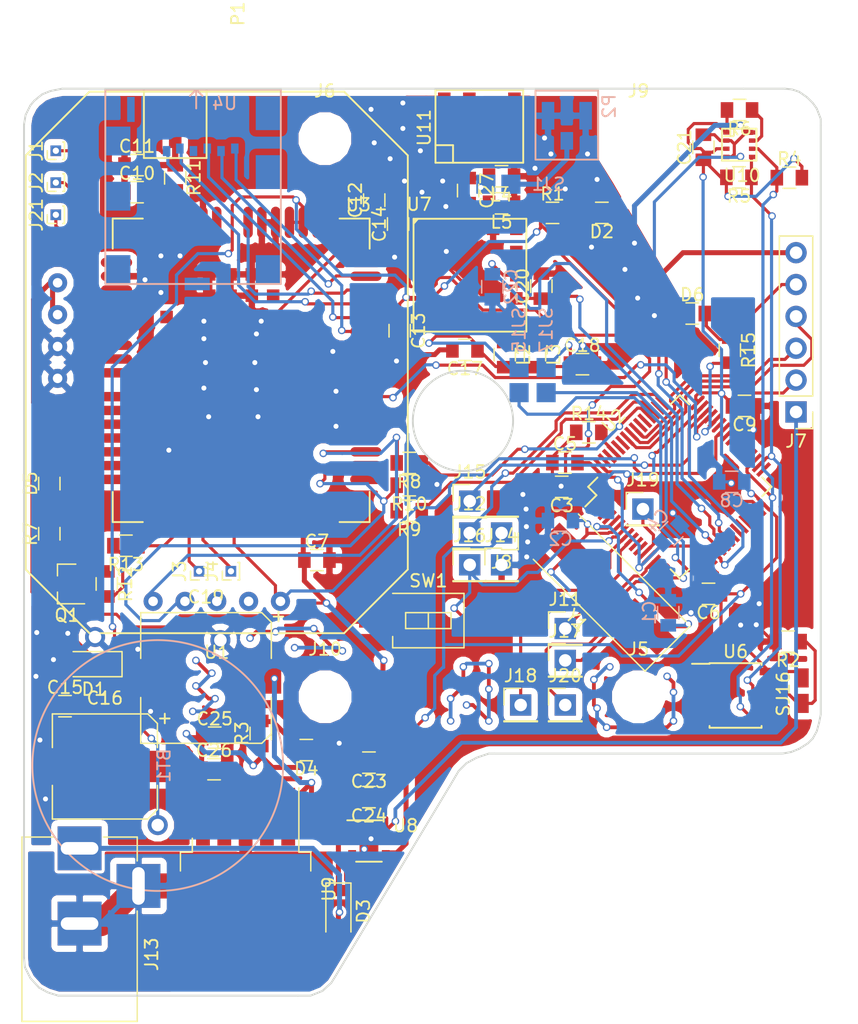
<source format=kicad_pcb>
(kicad_pcb (version 4) (host pcbnew 4.0.7-e2-6376~58~ubuntu16.04.1)
  (layers (0 F.Cu signal) (31 B.Cu signal) (34 B.Paste user) (35 F.Paste user) (36 B.SilkS user) (37 F.SilkS user) (38 B.Mask user) (39 F.Mask user) (44 Edge.Cuts user))
  (net 0 "")
  (net 1 "Net-(BT1-Pad1)")
  (net 2 GND)
  (net 3 "Net-(C1-Pad1)")
  (net 4 "Net-(C2-Pad1)")
  (net 5 batt)
  (net 6 "Net-(C10-Pad2)")
  (net 7 +5V)
  (net 8 "Net-(C17-Pad1)")
  (net 9 "Net-(C18-Pad1)")
  (net 10 "Net-(C19-Pad1)")
  (net 11 gps_standby)
  (net 12 gps_reset)
  (net 13 "Net-(C27-Pad1)")
  (net 14 antenna)
  (net 15 "Net-(D2-Pad2)")
  (net 16 "Net-(D3-Pad2)")
  (net 17 "Net-(D4-Pad2)")
  (net 18 "Net-(J1-Pad1)")
  (net 19 "Net-(J2-Pad1)")
  (net 20 "Net-(J3-Pad1)")
  (net 21 "Net-(J4-Pad1)")
  (net 22 PM_SS)
  (net 23 PM_SDO)
  (net 24 PM_SDI)
  (net 25 PM_SCK)
  (net 26 SWD_CLK)
  (net 27 SWD_DIO)
  (net 28 reset)
  (net 29 "Net-(L2-Pad1)")
  (net 30 "Net-(L3-Pad1)")
  (net 31 gps_fix)
  (net 32 "Net-(R2-Pad1)")
  (net 33 i2c_sda)
  (net 34 i2c_scl)
  (net 35 "Net-(R6-Pad1)")
  (net 36 Rx)
  (net 37 Tx)
  (net 38 UART_GPS_RX)
  (net 39 UART_GPS_TX)
  (net 40 WIRELESS_reset)
  (net 41 gps_pulses)
  (net 42 "Net-(C11-Pad2)")
  (net 43 "Net-(Q1-Pad1)")
  (net 44 "Net-(D5-Pad1)")
  (net 45 "Net-(R8-Pad2)")
  (net 46 "Net-(R10-Pad2)")
  (net 47 RI)
  (net 48 "Net-(Q1-Pad3)")
  (net 49 "Net-(R13-Pad1)")
  (net 50 "Net-(P2-Pad2)")
  (net 51 +3V3)
  (net 52 "Net-(R14-Pad2)")
  (net 53 "Net-(U3-Pad38)")
  (net 54 "Net-(U3-Pad39)")
  (net 55 "Net-(U3-Pad40)")
  (net 56 "Net-(U3-Pad41)")
  (net 57 "Net-(U3-Pad42)")
  (net 58 "Net-(J5-Pad1)")
  (net 59 "Net-(J6-Pad1)")
  (net 60 "Net-(J9-Pad1)")
  (net 61 "Net-(J10-Pad1)")
  (net 62 "Net-(U1-Pad7)")
  (net 63 "Net-(U1-Pad8)")
  (net 64 "Net-(U2-Pad4)")
  (net 65 "Net-(U2-Pad10)")
  (net 66 "Net-(U2-Pad11)")
  (net 67 "Net-(U2-Pad20)")
  (net 68 "Net-(U2-Pad25)")
  (net 69 "Net-(U2-Pad26)")
  (net 70 "Net-(U2-Pad27)")
  (net 71 "Net-(U2-Pad28)")
  (net 72 "Net-(U2-Pad29)")
  (net 73 "Net-(U2-Pad30)")
  (net 74 "Net-(U2-Pad33)")
  (net 75 "Net-(U2-Pad36)")
  (net 76 "Net-(U2-Pad37)")
  (net 77 "Net-(U2-Pad38)")
  (net 78 "Net-(U2-Pad39)")
  (net 79 "Net-(U2-Pad40)")
  (net 80 "Net-(U2-Pad43)")
  (net 81 "Net-(U2-Pad50)")
  (net 82 "Net-(U2-Pad53)")
  (net 83 "Net-(U2-Pad54)")
  (net 84 "Net-(U2-Pad58)")
  (net 85 "Net-(U2-Pad59)")
  (net 86 "Net-(U2-Pad61)")
  (net 87 "Net-(U2-Pad62)")
  (net 88 "Net-(U3-Pad80)")
  (net 89 "Net-(U3-Pad79)")
  (net 90 "Net-(U3-Pad58)")
  (net 91 "Net-(U3-Pad78)")
  (net 92 "Net-(U3-Pad57)")
  (net 93 "Net-(U3-Pad77)")
  (net 94 "Net-(U3-Pad56)")
  (net 95 "Net-(U3-Pad76)")
  (net 96 "Net-(U3-Pad55)")
  (net 97 "Net-(U3-Pad27)")
  (net 98 "Net-(U3-Pad25)")
  (net 99 "Net-(U3-Pad24)")
  (net 100 "Net-(U3-Pad23)")
  (net 101 "Net-(U3-Pad22)")
  (net 102 "Net-(U3-Pad21)")
  (net 103 "Net-(U3-Pad17)")
  (net 104 "Net-(U3-Pad28)")
  (net 105 "Net-(U3-Pad31)")
  (net 106 "Net-(U3-Pad32)")
  (net 107 "Net-(U3-Pad33)")
  (net 108 "Net-(U3-Pad35)")
  (net 109 "Net-(U3-Pad36)")
  (net 110 "Net-(U3-Pad37)")
  (net 111 "Net-(U3-Pad50)")
  (net 112 "Net-(U3-Pad49)")
  (net 113 "Net-(U3-Pad44)")
  (net 114 "Net-(U3-Pad1)")
  (net 115 "Net-(U3-Pad5)")
  (net 116 "Net-(U3-Pad6)")
  (net 117 "Net-(U3-Pad7)")
  (net 118 "Net-(U3-Pad8)")
  (net 119 "Net-(U3-Pad9)")
  (net 120 "Net-(U3-Pad10)")
  (net 121 "Net-(U3-Pad11)")
  (net 122 "Net-(U3-Pad12)")
  (net 123 "Net-(U3-Pad13)")
  (net 124 "Net-(U3-Pad14)")
  (net 125 "Net-(U3-Pad16)")
  (net 126 "Net-(U3-Pad90)")
  (net 127 "Net-(U3-Pad70)")
  (net 128 "Net-(U3-Pad89)")
  (net 129 "Net-(U3-Pad69)")
  (net 130 "Net-(U3-Pad88)")
  (net 131 "Net-(U3-Pad68)")
  (net 132 "Net-(U3-Pad87)")
  (net 133 "Net-(U3-Pad67)")
  (net 134 "Net-(U3-Pad86)")
  (net 135 "Net-(U3-Pad85)")
  (net 136 "Net-(U3-Pad91)")
  (net 137 "Net-(U3-Pad84)")
  (net 138 "Net-(U3-Pad75)")
  (net 139 "Net-(U4-Pad3)")
  (net 140 "Net-(U6-Pad1)")
  (net 141 "Net-(U7-Pad11)")
  (net 142 "Net-(U7-Pad12)")
  (net 143 "Net-(U8-Pad3)")
  (net 144 "Net-(U8-Pad5)")
  (net 145 "Net-(U11-Pad1)")
  (net 146 "Net-(U11-Pad5)")
  (net 147 "Net-(D6-Pad2)")
  (net 148 "Net-(J11-Pad1)")
  (net 149 "Net-(J17-Pad1)")
  (net 150 "Net-(J18-Pad1)")
  (net 151 "Net-(J19-Pad1)")
  (net 152 "Net-(J20-Pad1)")
  (net 153 "Net-(R15-Pad2)")
  (net 154 "Net-(U2-Pad2)")
  (net 155 "Net-(U2-Pad3)")
  (module SNPM:TQFP-64_10x10mm_Pitch0.5mm (layer F.Cu) (at 184.404 85.217 45)
    (fp_text reference U2 (at 0 -7.45 45) (layer F.SilkS))
    (fp_text value stm32f072)
    (pad 1 smd rect (at -5.7 -3.75 45) (size 1.4 0.3) (layers F.Cu F.Paste F.Mask) (net 5 batt))
    (pad 2 smd rect (at -5.7 -3.25 45) (size 1.4 0.3) (layers F.Cu F.Paste F.Mask) (net 154 "Net-(U2-Pad2)"))
    (pad 3 smd rect (at -5.7 -2.75 45) (size 1.4 0.3) (layers F.Cu F.Paste F.Mask) (net 155 "Net-(U2-Pad3)"))
    (pad 4 smd rect (at -5.7 -2.25 45) (size 1.4 0.3) (layers F.Cu F.Paste F.Mask) (net 64 "Net-(U2-Pad4)"))
    (pad 5 smd rect (at -5.7 -1.75 45) (size 1.4 0.3) (layers F.Cu F.Paste F.Mask) (net 3 "Net-(C1-Pad1)"))
    (pad 6 smd rect (at -5.7 -1.25 45) (size 1.4 0.3) (layers F.Cu F.Paste F.Mask) (net 4 "Net-(C2-Pad1)"))
    (pad 7 smd rect (at -5.7 -0.75 45) (size 1.4 0.3) (layers F.Cu F.Paste F.Mask) (net 28 reset))
    (pad 8 smd rect (at -5.7 -0.25 45) (size 1.4 0.3) (layers F.Cu F.Paste F.Mask) (net 150 "Net-(J18-Pad1)"))
    (pad 9 smd rect (at -5.7 0.25 45) (size 1.4 0.3) (layers F.Cu F.Paste F.Mask) (net 148 "Net-(J11-Pad1)"))
    (pad 10 smd rect (at -5.7 0.75 45) (size 1.4 0.3) (layers F.Cu F.Paste F.Mask) (net 65 "Net-(U2-Pad10)"))
    (pad 11 smd rect (at -5.7 1.25 45) (size 1.4 0.3) (layers F.Cu F.Paste F.Mask) (net 66 "Net-(U2-Pad11)"))
    (pad 12 smd rect (at -5.7 1.75 45) (size 1.4 0.3) (layers F.Cu F.Paste F.Mask) (net 151 "Net-(J19-Pad1)"))
    (pad 13 smd rect (at -5.7 2.25 45) (size 1.4 0.3) (layers F.Cu F.Paste F.Mask) (net 51 +3V3))
    (pad 14 smd rect (at -5.7 2.75 45) (size 1.4 0.3) (layers F.Cu F.Paste F.Mask) (net 152 "Net-(J20-Pad1)"))
    (pad 15 smd rect (at -5.7 3.25 45) (size 1.4 0.3) (layers F.Cu F.Paste F.Mask) (net 149 "Net-(J17-Pad1)"))
    (pad 16 smd rect (at -5.7 3.75 45) (size 1.4 0.3) (layers F.Cu F.Paste F.Mask) (net 39 UART_GPS_TX))
    (pad 17 smd rect (at -3.75 5.7 135) (size 1.4 0.3) (layers F.Cu F.Paste F.Mask) (net 38 UART_GPS_RX))
    (pad 18 smd rect (at -3.25 5.7 135) (size 1.4 0.3) (layers F.Cu F.Paste F.Mask) (net 2 GND))
    (pad 19 smd rect (at -2.75 5.7 135) (size 1.4 0.3) (layers F.Cu F.Paste F.Mask) (net 51 +3V3))
    (pad 20 smd rect (at -2.25 5.7 135) (size 1.4 0.3) (layers F.Cu F.Paste F.Mask) (net 67 "Net-(U2-Pad20)"))
    (pad 21 smd rect (at -1.75 5.7 135) (size 1.4 0.3) (layers F.Cu F.Paste F.Mask) (net 31 gps_fix))
    (pad 22 smd rect (at -1.25 5.7 135) (size 1.4 0.3) (layers F.Cu F.Paste F.Mask) (net 11 gps_standby))
    (pad 23 smd rect (at -0.75 5.7 135) (size 1.4 0.3) (layers F.Cu F.Paste F.Mask) (net 12 gps_reset))
    (pad 24 smd rect (at -0.25 5.7 135) (size 1.4 0.3) (layers F.Cu F.Paste F.Mask) (net 41 gps_pulses))
    (pad 25 smd rect (at 0.25 5.7 135) (size 1.4 0.3) (layers F.Cu F.Paste F.Mask) (net 68 "Net-(U2-Pad25)"))
    (pad 26 smd rect (at 0.75 5.7 135) (size 1.4 0.3) (layers F.Cu F.Paste F.Mask) (net 69 "Net-(U2-Pad26)"))
    (pad 27 smd rect (at 1.25 5.7 135) (size 1.4 0.3) (layers F.Cu F.Paste F.Mask) (net 70 "Net-(U2-Pad27)"))
    (pad 28 smd rect (at 1.75 5.7 135) (size 1.4 0.3) (layers F.Cu F.Paste F.Mask) (net 71 "Net-(U2-Pad28)"))
    (pad 29 smd rect (at 2.25 5.7 135) (size 1.4 0.3) (layers F.Cu F.Paste F.Mask) (net 72 "Net-(U2-Pad29)"))
    (pad 30 smd rect (at 2.75 5.7 135) (size 1.4 0.3) (layers F.Cu F.Paste F.Mask) (net 73 "Net-(U2-Pad30)"))
    (pad 31 smd rect (at 3.25 5.7 135) (size 1.4 0.3) (layers F.Cu F.Paste F.Mask) (net 2 GND))
    (pad 32 smd rect (at 3.75 5.7 135) (size 1.4 0.3) (layers F.Cu F.Paste F.Mask) (net 51 +3V3))
    (pad 33 smd rect (at 5.7 3.75 45) (size 1.4 0.3) (layers F.Cu F.Paste F.Mask) (net 74 "Net-(U2-Pad33)"))
    (pad 34 smd rect (at 5.7 3.25 45) (size 1.4 0.3) (layers F.Cu F.Paste F.Mask) (net 34 i2c_scl))
    (pad 35 smd rect (at 5.7 2.75 45) (size 1.4 0.3) (layers F.Cu F.Paste F.Mask) (net 33 i2c_sda))
    (pad 36 smd rect (at 5.7 2.25 45) (size 1.4 0.3) (layers F.Cu F.Paste F.Mask) (net 75 "Net-(U2-Pad36)"))
    (pad 37 smd rect (at 5.7 1.75 45) (size 1.4 0.3) (layers F.Cu F.Paste F.Mask) (net 76 "Net-(U2-Pad37)"))
    (pad 38 smd rect (at 5.7 1.25 45) (size 1.4 0.3) (layers F.Cu F.Paste F.Mask) (net 77 "Net-(U2-Pad38)"))
    (pad 39 smd rect (at 5.7 0.75 45) (size 1.4 0.3) (layers F.Cu F.Paste F.Mask) (net 78 "Net-(U2-Pad39)"))
    (pad 40 smd rect (at 5.7 0.25 45) (size 1.4 0.3) (layers F.Cu F.Paste F.Mask) (net 79 "Net-(U2-Pad40)"))
    (pad 41 smd rect (at 5.7 -0.25 45) (size 1.4 0.3) (layers F.Cu F.Paste F.Mask) (net 22 PM_SS))
    (pad 42 smd rect (at 5.7 -0.75 45) (size 1.4 0.3) (layers F.Cu F.Paste F.Mask) (net 40 WIRELESS_reset))
    (pad 43 smd rect (at 5.7 -1.25 45) (size 1.4 0.3) (layers F.Cu F.Paste F.Mask) (net 80 "Net-(U2-Pad43)"))
    (pad 44 smd rect (at 5.7 -1.75 45) (size 1.4 0.3) (layers F.Cu F.Paste F.Mask) (net 153 "Net-(R15-Pad2)"))
    (pad 45 smd rect (at 5.7 -2.25 45) (size 1.4 0.3) (layers F.Cu F.Paste F.Mask) (net 47 RI))
    (pad 46 smd rect (at 5.7 -2.75 45) (size 1.4 0.3) (layers F.Cu F.Paste F.Mask) (net 27 SWD_DIO))
    (pad 47 smd rect (at 5.7 -3.25 45) (size 1.4 0.3) (layers F.Cu F.Paste F.Mask) (net 2 GND))
    (pad 48 smd rect (at 5.7 -3.75 45) (size 1.4 0.3) (layers F.Cu F.Paste F.Mask) (net 51 +3V3))
    (pad 49 smd rect (at 3.75 -5.7 135) (size 1.4 0.3) (layers F.Cu F.Paste F.Mask) (net 26 SWD_CLK))
    (pad 50 smd rect (at 3.25 -5.7 135) (size 1.4 0.3) (layers F.Cu F.Paste F.Mask) (net 81 "Net-(U2-Pad50)"))
    (pad 51 smd rect (at 2.75 -5.7 135) (size 1.4 0.3) (layers F.Cu F.Paste F.Mask) (net 37 Tx))
    (pad 52 smd rect (at 2.25 -5.7 135) (size 1.4 0.3) (layers F.Cu F.Paste F.Mask) (net 36 Rx))
    (pad 53 smd rect (at 1.75 -5.7 135) (size 1.4 0.3) (layers F.Cu F.Paste F.Mask) (net 82 "Net-(U2-Pad53)"))
    (pad 54 smd rect (at 1.25 -5.7 135) (size 1.4 0.3) (layers F.Cu F.Paste F.Mask) (net 83 "Net-(U2-Pad54)"))
    (pad 55 smd rect (at 0.75 -5.7 135) (size 1.4 0.3) (layers F.Cu F.Paste F.Mask) (net 25 PM_SCK))
    (pad 56 smd rect (at 0.25 -5.7 135) (size 1.4 0.3) (layers F.Cu F.Paste F.Mask) (net 23 PM_SDO))
    (pad 57 smd rect (at -0.25 -5.7 135) (size 1.4 0.3) (layers F.Cu F.Paste F.Mask) (net 24 PM_SDI))
    (pad 58 smd rect (at -0.75 -5.7 135) (size 1.4 0.3) (layers F.Cu F.Paste F.Mask) (net 84 "Net-(U2-Pad58)"))
    (pad 59 smd rect (at -1.25 -5.7 135) (size 1.4 0.3) (layers F.Cu F.Paste F.Mask) (net 85 "Net-(U2-Pad59)"))
    (pad 60 smd rect (at -1.75 -5.7 135) (size 1.4 0.3) (layers F.Cu F.Paste F.Mask) (net 52 "Net-(R14-Pad2)"))
    (pad 61 smd rect (at -2.25 -5.7 135) (size 1.4 0.3) (layers F.Cu F.Paste F.Mask) (net 86 "Net-(U2-Pad61)"))
    (pad 62 smd rect (at -2.75 -5.7 135) (size 1.4 0.3) (layers F.Cu F.Paste F.Mask) (net 87 "Net-(U2-Pad62)"))
    (pad 63 smd rect (at -3.25 -5.7 135) (size 1.4 0.3) (layers F.Cu F.Paste F.Mask) (net 2 GND))
    (pad 64 smd rect (at -3.75 -5.7 135) (size 1.4 0.3) (layers F.Cu F.Paste F.Mask) (net 51 +3V3))
  )
  (module SNPM:Pin_Header_Straight_1x01_Pitch2.54mm (layer F.Cu) (at 170.18 88.9 180)
    (fp_text reference J8 (at 0 -2.33 180) (layer F.SilkS))
    (fp_text value CONN_01X01)
    (pad 1 thru_hole rect (at 0 0 180) (size 1.7 1.7) (drill 1) (layers *.Cu *.Mask) (net 51 +3V3))
  )
  (module SNPM:BAT-CR2032_bottom (layer F.Cu) (at 142.748 107.442 90)
    (fp_text reference BT1 (at 0 0.5 90) (layer B.SilkS) (effects (justify mirror)))
    (fp_text value Battery_Cell)
    (pad 3 thru_hole circle (at 10 5 90) (size 1.6 1.6) (drill 1) (layers *.Cu *.Mask) (net 2 GND))
    (pad 2 thru_hole circle (at 10.25 -5 90) (size 1.6 1.6) (drill 1) (layers *.Cu *.Mask) (net 2 GND))
    (pad 1 thru_hole circle (at -4.75 0 90) (size 1.6 1.6) (drill 1) (layers *.Cu *.Mask) (net 1 "Net-(BT1-Pad1)"))
  )
  (module SNPM:SMD_0805 (layer F.Cu) (at 174.9806 85.217 180)
    (fp_text reference C3 (at 0 -1.5 180) (layer F.SilkS))
    (fp_text value C)
    (pad 1 smd rect (at -1 0 180) (size 1 1.25) (layers F.Cu F.Paste F.Mask) (net 5 batt))
    (pad 2 smd rect (at 1 0 180) (size 1 1.25) (layers F.Cu F.Paste F.Mask) (net 2 GND))
  )
  (module SNPM:SMD_0805 (layer F.Cu) (at 175.2346 83.2866)
    (fp_text reference C5 (at 0 -1.5) (layer F.SilkS))
    (fp_text value 100n)
    (pad 1 smd rect (at -1 0) (size 1 1.25) (layers F.Cu F.Paste F.Mask) (net 2 GND))
    (pad 2 smd rect (at 1 0) (size 1 1.25) (layers F.Cu F.Paste F.Mask) (net 51 +3V3))
  )
  (module SNPM:SMD_0805 (layer F.Cu) (at 186.69 93.7514 180)
    (fp_text reference C6 (at 0 -1.5 180) (layer F.SilkS))
    (fp_text value C)
    (pad 1 smd rect (at -1 0 180) (size 1 1.25) (layers F.Cu F.Paste F.Mask) (net 51 +3V3))
    (pad 2 smd rect (at 1 0 180) (size 1 1.25) (layers F.Cu F.Paste F.Mask) (net 2 GND))
  )
  (module SNPM:SMD_0805 (layer F.Cu) (at 155.448 91.059)
    (fp_text reference C7 (at 0 -1.5) (layer F.SilkS))
    (fp_text value 100n)
    (pad 1 smd rect (at -1 0) (size 1 1.25) (layers F.Cu F.Paste F.Mask) (net 51 +3V3))
    (pad 2 smd rect (at 1 0) (size 1 1.25) (layers F.Cu F.Paste F.Mask) (net 2 GND))
  )
  (module SNPM:SMD_0805 (layer F.Cu) (at 189.5602 78.7654 180)
    (fp_text reference C9 (at 0 -1.5 180) (layer F.SilkS))
    (fp_text value C)
    (pad 1 smd rect (at -1 0 180) (size 1 1.25) (layers F.Cu F.Paste F.Mask) (net 2 GND))
    (pad 2 smd rect (at 1 0 180) (size 1 1.25) (layers F.Cu F.Paste F.Mask) (net 51 +3V3))
  )
  (module SNPM:SMD_0805 (layer F.Cu) (at 141.097 61.722)
    (fp_text reference C10 (at 0 -1.5) (layer F.SilkS))
    (fp_text value NC)
    (pad 1 smd rect (at -1 0) (size 1 1.25) (layers F.Cu F.Paste F.Mask) (net 2 GND))
    (pad 2 smd rect (at 1 0) (size 1 1.25) (layers F.Cu F.Paste F.Mask) (net 6 "Net-(C10-Pad2)"))
  )
  (module SNPM:SMD_0805 (layer F.Cu) (at 141.097 59.563)
    (fp_text reference C11 (at 0 -1.5) (layer F.SilkS))
    (fp_text value NC)
    (pad 1 smd rect (at -1 0) (size 1 1.25) (layers F.Cu F.Paste F.Mask) (net 2 GND))
    (pad 2 smd rect (at 1 0) (size 1 1.25) (layers F.Cu F.Paste F.Mask) (net 42 "Net-(C11-Pad2)"))
  )
  (module SNPM:SMD_0805 (layer F.Cu) (at 160.02 62.357 90)
    (fp_text reference C12 (at 0 -1.5 90) (layer F.SilkS))
    (fp_text value 22p)
    (pad 1 smd rect (at -1 0 90) (size 1 1.25) (layers F.Cu F.Paste F.Mask) (net 51 +3V3))
    (pad 2 smd rect (at 1 0 90) (size 1 1.25) (layers F.Cu F.Paste F.Mask) (net 2 GND))
  )
  (module SNPM:SMD_0805 (layer F.Cu) (at 162.052 72.771 270)
    (fp_text reference C13 (at 0 -1.5 270) (layer F.SilkS))
    (fp_text value 22p)
    (pad 1 smd rect (at -1 0 270) (size 1 1.25) (layers F.Cu F.Paste F.Mask) (net 5 batt))
    (pad 2 smd rect (at 1 0 270) (size 1 1.25) (layers F.Cu F.Paste F.Mask) (net 2 GND))
  )
  (module SNPM:SMD_0805 (layer F.Cu) (at 161.925 64.262 90)
    (fp_text reference C14 (at 0 -1.5 90) (layer F.SilkS))
    (fp_text value 2,2u)
    (pad 1 smd rect (at -1 0 90) (size 1 1.25) (layers F.Cu F.Paste F.Mask) (net 51 +3V3))
    (pad 2 smd rect (at 1 0 90) (size 1 1.25) (layers F.Cu F.Paste F.Mask) (net 2 GND))
  )
  (module SNPM:SMD_0805 (layer F.Cu) (at 135.35 102.71)
    (fp_text reference C15 (at 0 -1.5) (layer F.SilkS))
    (fp_text value 1u)
    (pad 1 smd rect (at -1 0) (size 1 1.25) (layers F.Cu F.Paste F.Mask) (net 7 +5V))
    (pad 2 smd rect (at 1 0) (size 1 1.25) (layers F.Cu F.Paste F.Mask) (net 2 GND))
  )
  (module SNPM:CP_Elec_8x10 (layer F.Cu) (at 138.5316 107.5182 180)
    (fp_text reference C16 (at 0 5.45 180) (layer F.SilkS))
    (fp_text value 470u)
    (fp_text user + (at -4.78 3.9 180) (layer F.SilkS))
    (pad 1 smd rect (at -3.05 0) (size 4 2.5) (layers F.Cu F.Paste F.Mask) (net 7 +5V))
    (pad 2 smd rect (at 3.05 0) (size 4 2.5) (layers F.Cu F.Paste F.Mask) (net 2 GND))
  )
  (module SNPM:SMD_0805 (layer F.Cu) (at 167.259 74.295 180)
    (fp_text reference C17 (at 0 -1.5 180) (layer F.SilkS))
    (fp_text value 22p)
    (pad 1 smd rect (at -1 0 180) (size 1 1.25) (layers F.Cu F.Paste F.Mask) (net 8 "Net-(C17-Pad1)"))
    (pad 2 smd rect (at 1 0 180) (size 1 1.25) (layers F.Cu F.Paste F.Mask) (net 2 GND))
  )
  (module SNPM:SMD_0805 (layer F.Cu) (at 176.6316 75.438)
    (fp_text reference C18 (at 0 -1.5) (layer F.SilkS))
    (fp_text value 22p)
    (pad 1 smd rect (at -1 0) (size 1 1.25) (layers F.Cu F.Paste F.Mask) (net 9 "Net-(C18-Pad1)"))
    (pad 2 smd rect (at 1 0) (size 1 1.25) (layers F.Cu F.Paste F.Mask) (net 2 GND))
  )
  (module SNPM:CP_Elec_10x10 (layer F.Cu) (at 146.6 100.46 180)
    (fp_text reference C19 (at 0 6.46 180) (layer F.SilkS))
    (fp_text value 220u)
    (fp_text user + (at -5.78 4.97 180) (layer F.SilkS))
    (pad 1 smd rect (at -4 0) (size 4 2.5) (layers F.Cu F.Paste F.Mask) (net 10 "Net-(C19-Pad1)"))
    (pad 2 smd rect (at 4 0) (size 4 2.5) (layers F.Cu F.Paste F.Mask) (net 2 GND))
  )
  (module SNPM:SMD_0805 (layer F.Cu) (at 173.355 69.215 90)
    (fp_text reference C20 (at 0 -1.5 90) (layer F.SilkS))
    (fp_text value 22p)
    (pad 1 smd rect (at -1 0 90) (size 1 1.25) (layers F.Cu F.Paste F.Mask) (net 11 gps_standby))
    (pad 2 smd rect (at 1 0 90) (size 1 1.25) (layers F.Cu F.Paste F.Mask) (net 2 GND))
  )
  (module SNPM:SMD_0805 (layer F.Cu) (at 186.2836 58.1406 90)
    (fp_text reference C21 (at 0 -1.5 90) (layer F.SilkS))
    (fp_text value 100n)
    (pad 1 smd rect (at -1 0 90) (size 1 1.25) (layers F.Cu F.Paste F.Mask) (net 51 +3V3))
    (pad 2 smd rect (at 1 0 90) (size 1 1.25) (layers F.Cu F.Paste F.Mask) (net 2 GND))
  )
  (module SNPM:SMD_0805 (layer F.Cu) (at 159.6 107.21 180)
    (fp_text reference C23 (at 0 -1.5 180) (layer F.SilkS))
    (fp_text value 1u)
    (pad 1 smd rect (at -1 0 180) (size 1 1.25) (layers F.Cu F.Paste F.Mask) (net 51 +3V3))
    (pad 2 smd rect (at 1 0 180) (size 1 1.25) (layers F.Cu F.Paste F.Mask) (net 2 GND))
  )
  (module SNPM:SMD_0805 (layer F.Cu) (at 159.6 109.96 180)
    (fp_text reference C24 (at 0 -1.5 180) (layer F.SilkS))
    (fp_text value 220n)
    (pad 1 smd rect (at -1 0 180) (size 1 1.25) (layers F.Cu F.Paste F.Mask) (net 51 +3V3))
    (pad 2 smd rect (at 1 0 180) (size 1 1.25) (layers F.Cu F.Paste F.Mask) (net 2 GND))
  )
  (module SNPM:SMD_0805 (layer F.Cu) (at 147.2946 105.2195)
    (fp_text reference C25 (at 0 -1.5) (layer F.SilkS))
    (fp_text value 1u)
    (pad 1 smd rect (at -1 0) (size 1 1.25) (layers F.Cu F.Paste F.Mask) (net 7 +5V))
    (pad 2 smd rect (at 1 0) (size 1 1.25) (layers F.Cu F.Paste F.Mask) (net 2 GND))
  )
  (module SNPM:SMD_0805 (layer F.Cu) (at 147.2438 107.7341)
    (fp_text reference C26 (at 0 -1.5) (layer F.SilkS))
    (fp_text value 220n)
    (pad 1 smd rect (at -1 0) (size 1 1.25) (layers F.Cu F.Paste F.Mask) (net 7 +5V))
    (pad 2 smd rect (at 1 0) (size 1 1.25) (layers F.Cu F.Paste F.Mask) (net 2 GND))
  )
  (module SNPM:SMD_0805 (layer F.Cu) (at 167.513 61.595 270)
    (fp_text reference C27 (at 0 -1.5 270) (layer F.SilkS))
    (fp_text value C)
    (pad 1 smd rect (at -1 0 270) (size 1 1.25) (layers F.Cu F.Paste F.Mask) (net 13 "Net-(C27-Pad1)"))
    (pad 2 smd rect (at 1 0 270) (size 1 1.25) (layers F.Cu F.Paste F.Mask) (net 14 antenna))
  )
  (module SNPM:D_SOD-123 (layer F.Cu) (at 137.65 99.36 180)
    (fp_text reference D1 (at 0 -2 180) (layer F.SilkS))
    (fp_text value D_Schottky)
    (pad 1 smd rect (at -1.65 0 180) (size 0.9 1.2) (layers F.Cu F.Paste F.Mask) (net 5 batt))
    (pad 2 smd rect (at 1.65 0 180) (size 0.9 1.2) (layers F.Cu F.Paste F.Mask) (net 1 "Net-(BT1-Pad1)"))
  )
  (module SNPM:SMD_0805 (layer F.Cu) (at 178.181 63.373 180)
    (fp_text reference D2 (at 0 -1.5 180) (layer F.SilkS))
    (fp_text value LED)
    (pad 1 smd rect (at -1 0 180) (size 1 1.25) (layers F.Cu F.Paste F.Mask) (net 2 GND))
    (pad 2 smd rect (at 1 0 180) (size 1 1.25) (layers F.Cu F.Paste F.Mask) (net 15 "Net-(D2-Pad2)"))
  )
  (module SNPM:D_SOD-123 (layer F.Cu) (at 157.1625 119.0625 270)
    (fp_text reference D3 (at 0 -2 270) (layer F.SilkS))
    (fp_text value D_Schottky_ss14)
    (pad 1 smd rect (at -1.65 0 270) (size 0.9 1.2) (layers F.Cu F.Paste F.Mask) (net 10 "Net-(C19-Pad1)"))
    (pad 2 smd rect (at 1.65 0 270) (size 0.9 1.2) (layers F.Cu F.Paste F.Mask) (net 16 "Net-(D3-Pad2)"))
  )
  (module SNPM:SMD_0805 (layer F.Cu) (at 154.6 106.21 180)
    (fp_text reference D4 (at 0 -1.5 180) (layer F.SilkS))
    (fp_text value LED)
    (pad 1 smd rect (at -1 0 180) (size 1 1.25) (layers F.Cu F.Paste F.Mask) (net 2 GND))
    (pad 2 smd rect (at 1 0 180) (size 1 1.25) (layers F.Cu F.Paste F.Mask) (net 17 "Net-(D4-Pad2)"))
  )
  (module SNPM:SMD_0805 (layer F.Cu) (at 134.1 84.96 90)
    (fp_text reference D5 (at 0 -1.5 90) (layer F.SilkS))
    (fp_text value LED)
    (pad 1 smd rect (at -1 0 90) (size 1 1.25) (layers F.Cu F.Paste F.Mask) (net 44 "Net-(D5-Pad1)"))
    (pad 2 smd rect (at 1 0 90) (size 1 1.25) (layers F.Cu F.Paste F.Mask) (net 51 +3V3))
  )
  (module SNPM:Pin_Header_Straight_1x01_Pitch1.00mm (layer F.Cu) (at 134.62 58.42 90)
    (fp_text reference J1 (at 0 -1.56 90) (layer F.SilkS))
    (fp_text value CONN_01X01)
    (pad 1 thru_hole rect (at 0 0 90) (size 0.85 0.85) (drill 0.5) (layers *.Cu *.Mask) (net 18 "Net-(J1-Pad1)"))
  )
  (module SNPM:Pin_Header_Straight_1x01_Pitch1.00mm (layer F.Cu) (at 134.62 60.96 90)
    (fp_text reference J2 (at 0 -1.56 90) (layer F.SilkS))
    (fp_text value CONN_01X01)
    (pad 1 thru_hole rect (at 0 0 90) (size 0.85 0.85) (drill 0.5) (layers *.Cu *.Mask) (net 19 "Net-(J2-Pad1)"))
  )
  (module SNPM:Pin_Header_Straight_1x01_Pitch1.00mm (layer F.Cu) (at 146.05 91.948 90)
    (fp_text reference J3 (at 0 -1.56 90) (layer F.SilkS))
    (fp_text value CONN_01X01)
    (pad 1 thru_hole rect (at 0 0 90) (size 0.85 0.85) (drill 0.5) (layers *.Cu *.Mask) (net 20 "Net-(J3-Pad1)"))
  )
  (module SNPM:Pin_Header_Straight_1x01_Pitch1.00mm (layer F.Cu) (at 148.59 91.948 90)
    (fp_text reference J4 (at 0 -1.56 90) (layer F.SilkS))
    (fp_text value CONN_01X01)
    (pad 1 thru_hole rect (at 0 0 90) (size 0.85 0.85) (drill 0.5) (layers *.Cu *.Mask) (net 21 "Net-(J4-Pad1)"))
  )
  (module SNPM:MountingHole_3.2mm_M3_DIN965 (layer F.Cu) (at 181.1 101.96)
    (fp_text reference J5 (at 0 -3.8) (layer F.SilkS))
    (fp_text value CONN_01X01)
    (pad 1 np_thru_hole circle (at 0 0) (size 3.2 3.2) (drill 3.2) (layers *.Cu *.Mask) (net 58 "Net-(J5-Pad1)"))
  )
  (module SNPM:MountingHole_3.2mm_M3_DIN965 (layer F.Cu) (at 156.083 57.4548)
    (fp_text reference J6 (at 0 -3.8) (layer F.SilkS))
    (fp_text value CONN_01X01)
    (pad 1 np_thru_hole circle (at 0 0) (size 3.2 3.2) (drill 3.2) (layers *.Cu *.Mask) (net 59 "Net-(J6-Pad1)"))
  )
  (module SNPM:Pin_Header_Straight_1x06_Pitch2.54mm (layer F.Cu) (at 193.675 79.248 180)
    (fp_text reference J7 (at 0 -2.33 180) (layer F.SilkS))
    (fp_text value CONN_01X06)
    (pad 1 thru_hole rect (at 0 0 180) (size 1.7 1.7) (drill 1) (layers *.Cu *.Mask) (net 7 +5V))
    (pad 2 thru_hole oval (at 0 2.54 180) (size 1.7 1.7) (drill 1) (layers *.Cu *.Mask) (net 22 PM_SS))
    (pad 3 thru_hole oval (at 0 5.08 180) (size 1.7 1.7) (drill 1) (layers *.Cu *.Mask) (net 23 PM_SDO))
    (pad 4 thru_hole oval (at 0 7.62 180) (size 1.7 1.7) (drill 1) (layers *.Cu *.Mask) (net 24 PM_SDI))
    (pad 5 thru_hole oval (at 0 10.16 180) (size 1.7 1.7) (drill 1) (layers *.Cu *.Mask) (net 25 PM_SCK))
    (pad 6 thru_hole oval (at 0 12.7 180) (size 1.7 1.7) (drill 1) (layers *.Cu *.Mask) (net 2 GND))
  )
  (module SNPM:MountingHole_3.2mm_M3_DIN965 (layer F.Cu) (at 181.102 57.4548)
    (fp_text reference J9 (at 0 -3.8) (layer F.SilkS))
    (fp_text value CONN_01X01)
    (pad 1 np_thru_hole circle (at 0 0) (size 3.2 3.2) (drill 3.2) (layers *.Cu *.Mask) (net 60 "Net-(J9-Pad1)"))
  )
  (module SNPM:MountingHole_3.2mm_M3_DIN965 (layer F.Cu) (at 156.1 101.96)
    (fp_text reference J10 (at 0 -3.8) (layer F.SilkS))
    (fp_text value CONN_01X01)
    (pad 1 np_thru_hole circle (at 0 0) (size 3.2 3.2) (drill 3.2) (layers *.Cu *.Mask) (net 61 "Net-(J10-Pad1)"))
  )
  (module SNPM:Pin_Header_Straight_1x01_Pitch2.54mm (layer F.Cu) (at 167.64 88.9)
    (fp_text reference J12 (at 0 -2.33) (layer F.SilkS))
    (fp_text value CONN_01X01)
    (pad 1 thru_hole rect (at 0 0) (size 1.7 1.7) (drill 1) (layers *.Cu *.Mask) (net 26 SWD_CLK))
  )
  (module SNPM:BARREL_JACK (layer F.Cu) (at 136.5123 114.046 90)
    (fp_text reference J13 (at -8.45 5.75 270) (layer F.SilkS))
    (fp_text value BARREL_JACK)
    (pad 1 thru_hole rect (at 0 0 90) (size 3.5 3.5) (drill oval 1 3) (layers *.Cu *.Mask) (net 16 "Net-(D3-Pad2)"))
    (pad 2 thru_hole rect (at -6 0 90) (size 3.5 3.5) (drill oval 1 3) (layers *.Cu *.Mask) (net 2 GND))
    (pad 3 thru_hole rect (at -3 4.7 90) (size 3.5 3.5) (drill oval 3 1) (layers *.Cu *.Mask) (net 2 GND))
  )
  (module SNPM:Pin_Header_Straight_1x01_Pitch2.54mm (layer F.Cu) (at 170.18 91.44)
    (fp_text reference J14 (at 0 -2.33) (layer F.SilkS))
    (fp_text value CONN_01X01)
    (pad 1 thru_hole rect (at 0 0) (size 1.7 1.7) (drill 1) (layers *.Cu *.Mask) (net 2 GND))
  )
  (module SNPM:Pin_Header_Straight_1x01_Pitch2.54mm (layer F.Cu) (at 167.64 86.36)
    (fp_text reference J15 (at 0 -2.33) (layer F.SilkS))
    (fp_text value CONN_01X01)
    (pad 1 thru_hole rect (at 0 0) (size 1.7 1.7) (drill 1) (layers *.Cu *.Mask) (net 27 SWD_DIO))
  )
  (module SNPM:Pin_Header_Straight_1x01_Pitch2.54mm (layer F.Cu) (at 167.64 91.44)
    (fp_text reference J16 (at 0 -2.33) (layer F.SilkS))
    (fp_text value CONN_01X01)
    (pad 1 thru_hole rect (at 0 0) (size 1.7 1.7) (drill 1) (layers *.Cu *.Mask) (net 28 reset))
  )
  (module SNPM:SMD_0805 (layer F.Cu) (at 170.434 74.676 270)
    (fp_text reference L2 (at 0 -1.5 270) (layer F.SilkS))
    (fp_text value 47n)
    (pad 1 smd rect (at -1 0 270) (size 1 1.25) (layers F.Cu F.Paste F.Mask) (net 29 "Net-(L2-Pad1)"))
    (pad 2 smd rect (at 1 0 270) (size 1 1.25) (layers F.Cu F.Paste F.Mask) (net 8 "Net-(C17-Pad1)"))
  )
  (module SNPM:SMD_0805 (layer F.Cu) (at 172.847 74.676 270)
    (fp_text reference L3 (at 0 -1.5 270) (layer F.SilkS))
    (fp_text value 47n)
    (pad 1 smd rect (at -1 0 270) (size 1 1.25) (layers F.Cu F.Paste F.Mask) (net 30 "Net-(L3-Pad1)"))
    (pad 2 smd rect (at 1 0 270) (size 1 1.25) (layers F.Cu F.Paste F.Mask) (net 9 "Net-(C18-Pad1)"))
  )
  (module SNPM:SMD_0805 (layer F.Cu) (at 170.18 60.452 180)
    (fp_text reference L4 (at 0 -1.5 180) (layer F.SilkS))
    (fp_text value L)
    (pad 1 smd rect (at -1 0 180) (size 1 1.25) (layers F.Cu F.Paste F.Mask) (net 2 GND))
    (pad 2 smd rect (at 1 0 180) (size 1 1.25) (layers F.Cu F.Paste F.Mask) (net 13 "Net-(C27-Pad1)"))
  )
  (module SNPM:SMD_0805 (layer F.Cu) (at 170.18 62.611 180)
    (fp_text reference L5 (at 0 -1.5 180) (layer F.SilkS))
    (fp_text value L)
    (pad 1 smd rect (at -1 0 180) (size 1 1.25) (layers F.Cu F.Paste F.Mask) (net 2 GND))
    (pad 2 smd rect (at 1 0 180) (size 1 1.25) (layers F.Cu F.Paste F.Mask) (net 14 antenna))
  )
  (module SNPM:Antenna_conn (layer F.Cu) (at 144.145 55.499 270)
    (fp_text reference P1 (at -8 -5 270) (layer F.SilkS))
    (fp_text value SMA_mini hide)
    (pad 1 smd rect (at 0 1.5 270) (size 2.2 1) (layers F.Cu F.Paste F.Mask) (net 2 GND))
    (pad 2 smd rect (at 2 0 270) (size 1.4 1) (layers F.Cu F.Paste F.Mask) (net 42 "Net-(C11-Pad2)"))
    (pad 3 smd rect (at 0 -1.5 270) (size 2.2 1) (layers F.Cu F.Paste F.Mask) (net 2 GND))
  )
  (module SNPM:Antenna_conn_bott (layer F.Cu) (at 175.387 55.626 270)
    (fp_text reference P2 (at -0.75 -3.374511 270) (layer B.SilkS) (effects (justify mirror)))
    (fp_text value SMA_mini hide)
    (pad 1 smd rect (at 0 1.5 270) (size 2.2 1) (layers B.Cu B.Paste B.Mask) (net 2 GND))
    (pad 2 smd rect (at 2 0 270) (size 1.4 1) (layers B.Cu B.Paste B.Mask) (net 50 "Net-(P2-Pad2)"))
    (pad 3 smd rect (at 0 -1.5 270) (size 2.2 1) (layers B.Cu B.Paste B.Mask) (net 2 GND))
  )
  (module SNPM:SOT-23 (layer F.Cu) (at 135.509 92.964 180)
    (fp_text reference Q1 (at 0 -2.5 180) (layer F.SilkS))
    (fp_text value Q_NPN_BCV71)
    (pad 1 smd rect (at -1 -0.95 180) (size 0.9 0.8) (layers F.Cu F.Paste F.Mask) (net 43 "Net-(Q1-Pad1)"))
    (pad 2 smd rect (at -1 0.95 180) (size 0.9 0.8) (layers F.Cu F.Paste F.Mask) (net 2 GND))
    (pad 3 smd rect (at 1 0 180) (size 0.9 0.8) (layers F.Cu F.Paste F.Mask) (net 48 "Net-(Q1-Pad3)"))
  )
  (module SNPM:SMD_0805 (layer F.Cu) (at 174.244 63.373)
    (fp_text reference R1 (at 0 -1.5) (layer F.SilkS))
    (fp_text value R)
    (pad 1 smd rect (at -1 0) (size 1 1.25) (layers F.Cu F.Paste F.Mask) (net 31 gps_fix))
    (pad 2 smd rect (at 1 0) (size 1 1.25) (layers F.Cu F.Paste F.Mask) (net 15 "Net-(D2-Pad2)"))
  )
  (module SNPM:SMD_0805 (layer F.Cu) (at 193.04 97.5614 180)
    (fp_text reference R2 (at 0 -1.5 180) (layer F.SilkS))
    (fp_text value 4.7k)
    (pad 1 smd rect (at -1 0 180) (size 1 1.25) (layers F.Cu F.Paste F.Mask) (net 32 "Net-(R2-Pad1)"))
    (pad 2 smd rect (at 1 0 180) (size 1 1.25) (layers F.Cu F.Paste F.Mask) (net 2 GND))
  )
  (module SNPM:SMD_0805 (layer F.Cu) (at 150.9649 104.8893 90)
    (fp_text reference R3 (at 0 -1.5 90) (layer F.SilkS))
    (fp_text value 5k6)
    (pad 1 smd rect (at -1 0 90) (size 1 1.25) (layers F.Cu F.Paste F.Mask) (net 7 +5V))
    (pad 2 smd rect (at 1 0 90) (size 1 1.25) (layers F.Cu F.Paste F.Mask) (net 17 "Net-(D4-Pad2)"))
  )
  (module SNPM:SMD_0805 (layer F.Cu) (at 193.1416 60.5663)
    (fp_text reference R4 (at 0 -1.5) (layer F.SilkS))
    (fp_text value 4.7k)
    (pad 1 smd rect (at -1 0) (size 1 1.25) (layers F.Cu F.Paste F.Mask) (net 33 i2c_sda))
    (pad 2 smd rect (at 1 0) (size 1 1.25) (layers F.Cu F.Paste F.Mask) (net 51 +3V3))
  )
  (module SNPM:SMD_0805 (layer F.Cu) (at 189.1157 60.5409 180)
    (fp_text reference R5 (at 0 -1.5 180) (layer F.SilkS))
    (fp_text value 4.7k)
    (pad 1 smd rect (at -1 0 180) (size 1 1.25) (layers F.Cu F.Paste F.Mask) (net 34 i2c_scl))
    (pad 2 smd rect (at 1 0 180) (size 1 1.25) (layers F.Cu F.Paste F.Mask) (net 51 +3V3))
  )
  (module SNPM:SMD_0805 (layer F.Cu) (at 189.1665 55.1688 180)
    (fp_text reference R6 (at 0 -1.5 180) (layer F.SilkS))
    (fp_text value 22k)
    (pad 1 smd rect (at -1 0 180) (size 1 1.25) (layers F.Cu F.Paste F.Mask) (net 35 "Net-(R6-Pad1)"))
    (pad 2 smd rect (at 1 0 180) (size 1 1.25) (layers F.Cu F.Paste F.Mask) (net 51 +3V3))
  )
  (module SNPM:SMD_0805 (layer F.Cu) (at 134.1 88.96 90)
    (fp_text reference R7 (at 0 -1.5 90) (layer F.SilkS))
    (fp_text value 1k)
    (pad 1 smd rect (at -1 0 90) (size 1 1.25) (layers F.Cu F.Paste F.Mask) (net 48 "Net-(Q1-Pad3)"))
    (pad 2 smd rect (at 1 0 90) (size 1 1.25) (layers F.Cu F.Paste F.Mask) (net 44 "Net-(D5-Pad1)"))
  )
  (module SNPM:SMD_0805 (layer F.Cu) (at 162.814 83.312 180)
    (fp_text reference R8 (at 0 -1.5 180) (layer F.SilkS))
    (fp_text value 1k)
    (pad 1 smd rect (at -1 0 180) (size 1 1.25) (layers F.Cu F.Paste F.Mask) (net 36 Rx))
    (pad 2 smd rect (at 1 0 180) (size 1 1.25) (layers F.Cu F.Paste F.Mask) (net 45 "Net-(R8-Pad2)"))
  )
  (module SNPM:SMD_0805 (layer F.Cu) (at 162.814 87.122 180)
    (fp_text reference R9 (at 0 -1.5 180) (layer F.SilkS))
    (fp_text value 1k)
    (pad 1 smd rect (at -1 0 180) (size 1 1.25) (layers F.Cu F.Paste F.Mask) (net 37 Tx))
    (pad 2 smd rect (at 1 0 180) (size 1 1.25) (layers F.Cu F.Paste F.Mask) (net 46 "Net-(R10-Pad2)"))
  )
  (module SNPM:SMD_0805 (layer F.Cu) (at 162.814 85.09 180)
    (fp_text reference R10 (at 0 -1.5 180) (layer F.SilkS))
    (fp_text value 10k)
    (pad 1 smd rect (at -1 0 180) (size 1 1.25) (layers F.Cu F.Paste F.Mask) (net 2 GND))
    (pad 2 smd rect (at 1 0 180) (size 1 1.25) (layers F.Cu F.Paste F.Mask) (net 46 "Net-(R10-Pad2)"))
  )
  (module SNPM:SMD_0805 (layer F.Cu) (at 144.145 60.579 270)
    (fp_text reference R11 (at 0 -1.5 270) (layer F.SilkS))
    (fp_text value 0R)
    (pad 1 smd rect (at -1 0 270) (size 1 1.25) (layers F.Cu F.Paste F.Mask) (net 42 "Net-(C11-Pad2)"))
    (pad 2 smd rect (at 1 0 270) (size 1 1.25) (layers F.Cu F.Paste F.Mask) (net 6 "Net-(C10-Pad2)"))
  )
  (module SNPM:SMD_0805 (layer F.Cu) (at 138.684 92.964 270)
    (fp_text reference R12 (at 0 -1.5 270) (layer F.SilkS))
    (fp_text value 47k)
    (pad 1 smd rect (at -1 0 270) (size 1 1.25) (layers F.Cu F.Paste F.Mask) (net 2 GND))
    (pad 2 smd rect (at 1 0 270) (size 1 1.25) (layers F.Cu F.Paste F.Mask) (net 43 "Net-(Q1-Pad1)"))
  )
  (module SNPM:SMD_0805 (layer F.Cu) (at 140.208 89.916 180)
    (fp_text reference R13 (at 0 -1.5 180) (layer F.SilkS))
    (fp_text value 4.7k)
    (pad 1 smd rect (at -1 0 180) (size 1 1.25) (layers F.Cu F.Paste F.Mask) (net 49 "Net-(R13-Pad1)"))
    (pad 2 smd rect (at 1 0 180) (size 1 1.25) (layers F.Cu F.Paste F.Mask) (net 43 "Net-(Q1-Pad1)"))
  )
  (module SNPM:SMD_0805 (layer F.Cu) (at 177.1396 80.8736)
    (fp_text reference R14 (at 0 -1.5) (layer F.SilkS))
    (fp_text value 10k)
    (pad 1 smd rect (at -1 0) (size 1 1.25) (layers F.Cu F.Paste F.Mask) (net 2 GND))
    (pad 2 smd rect (at 1 0) (size 1 1.25) (layers F.Cu F.Paste F.Mask) (net 52 "Net-(R14-Pad2)"))
  )
  (module SNPM:solder_jumper_bott (layer F.Cu) (at 169.926 61.087)
    (fp_text reference SJ1 (at 4 0) (layer B.SilkS) (effects (justify mirror)))
    (fp_text value solder_jumper hide)
    (pad 1 smd rect (at -1 0) (size 1.524 1.524) (layers B.Cu B.Paste B.Mask) (net 13 "Net-(C27-Pad1)"))
    (pad 2 smd rect (at 1 0) (size 1.524 1.524) (layers B.Cu B.Paste B.Mask) (net 50 "Net-(P2-Pad2)"))
  )
  (module SNPM:solder_jumper_bott (layer F.Cu) (at 171.577 76.708 90)
    (fp_text reference SJ15 (at 4 0 90) (layer B.SilkS) (effects (justify mirror)))
    (fp_text value solder_jumper hide)
    (pad 1 smd rect (at -1 0 90) (size 1.524 1.524) (layers B.Cu B.Paste B.Mask) (net 38 UART_GPS_RX))
    (pad 2 smd rect (at 1 0 90) (size 1.524 1.524) (layers B.Cu B.Paste B.Mask) (net 8 "Net-(C17-Pad1)"))
  )
  (module SNPM:solder_jumper (layer F.Cu) (at 194.183 101.473 90)
    (fp_text reference SJ16 (at -0.254 -1.524 90) (layer F.SilkS))
    (fp_text value solder_jumper hide)
    (pad 1 smd rect (at -1.016 0 90) (size 1.524 1) (layers F.Cu F.Paste F.Mask) (net 32 "Net-(R2-Pad1)"))
    (pad 2 smd rect (at 1.016 0 90) (size 1.524 1) (layers F.Cu F.Paste F.Mask) (net 51 +3V3))
  )
  (module SNPM:solder_jumper_bott (layer F.Cu) (at 173.736 76.708 90)
    (fp_text reference SJ17 (at 4 0 90) (layer B.SilkS) (effects (justify mirror)))
    (fp_text value solder_jumper hide)
    (pad 1 smd rect (at -1 0 90) (size 1.524 1.524) (layers B.Cu B.Paste B.Mask) (net 39 UART_GPS_TX))
    (pad 2 smd rect (at 1 0 90) (size 1.524 1.524) (layers B.Cu B.Paste B.Mask) (net 9 "Net-(C18-Pad1)"))
  )
  (module SNPM:SW_DIP_x1_W8.61mm_Slide_SMD_LowProfile (layer F.Cu) (at 164.338 95.885)
    (fp_text reference SW1 (at 0 -3.17) (layer F.SilkS))
    (fp_text value SW_Push)
    (pad 1 smd rect (at -4.305 0) (size 2.44 1.12) (layers F.Cu F.Mask) (net 2 GND))
    (pad 2 smd rect (at 4.305 0) (size 2.44 1.12) (layers F.Cu F.Mask) (net 28 reset))
  )
  (module SNPM:wireless_footprint (layer F.Cu) (at 149.9997 81.6483)
    (fp_text reference U1 (at -2.54 16.764) (layer F.SilkS))
    (fp_text value wireless_patice hide)
    (pad 1 thru_hole circle (at -15.24 -12.7) (size 1.524 1.524) (drill 0.762) (layers *.Cu *.Mask) (net 51 +3V3))
    (pad 2 thru_hole circle (at -15.24 -10.16) (size 1.524 1.524) (drill 0.762) (layers *.Cu *.Mask) (net 51 +3V3))
    (pad 3 thru_hole circle (at -15.24 -7.62) (size 1.524 1.524) (drill 0.762) (layers *.Cu *.Mask) (net 2 GND))
    (pad 4 thru_hole circle (at -15.24 -5.08) (size 1.524 1.524) (drill 0.762) (layers *.Cu *.Mask) (net 2 GND))
    (pad 5 thru_hole circle (at -7.62 12.7) (size 1.524 1.524) (drill 0.762) (layers *.Cu *.Mask) (net 45 "Net-(R8-Pad2)"))
    (pad 6 thru_hole circle (at -5.08 12.7) (size 1.524 1.524) (drill 0.762) (layers *.Cu *.Mask) (net 46 "Net-(R10-Pad2)"))
    (pad 7 thru_hole circle (at -2.54 12.7) (size 1.524 1.524) (drill 0.762) (layers *.Cu *.Mask) (net 62 "Net-(U1-Pad7)"))
    (pad 8 thru_hole circle (at 0 12.7) (size 1.524 1.524) (drill 0.762) (layers *.Cu *.Mask) (net 63 "Net-(U1-Pad8)"))
    (pad 9 thru_hole circle (at 2.54 12.7) (size 1.524 1.524) (drill 0.762) (layers *.Cu *.Mask) (net 40 WIRELESS_reset))
  )
  (module SNPM:quectel_BC95 (layer F.Cu) (at 149.606 76.327)
    (fp_text reference U3 (at 9.15 -13.6) (layer F.SilkS))
    (fp_text value QUECTEL_BC95)
    (pad 62 smd rect (at -1.05 7.25) (size 1 1) (layers F.Cu F.Paste F.Mask) (net 2 GND))
    (pad 61 smd rect (at -2.75 7.25) (size 1 1) (layers F.Cu F.Paste F.Mask) (net 2 GND))
    (pad 81 smd rect (at -2.75 5.55) (size 1 1) (layers F.Cu F.Paste F.Mask) (net 2 GND))
    (pad 82 smd rect (at -1.05 5.55) (size 1 1) (layers F.Cu F.Paste F.Mask) (net 2 GND))
    (pad 73 smd rect (at -1.05 -8.05) (size 1 1) (layers F.Cu F.Paste F.Mask) (net 2 GND))
    (pad 93 smd rect (at -1.05 -6.35) (size 1 1) (layers F.Cu F.Paste F.Mask) (net 2 GND))
    (pad 74 smd rect (at -2.75 -8.05) (size 1 1) (layers F.Cu F.Paste F.Mask) (net 2 GND))
    (pad 94 smd rect (at -2.75 -6.35) (size 1 1) (layers F.Cu F.Paste F.Mask) (net 2 GND))
    (pad 60 smd rect (at -6.15 3.85) (size 1 1) (layers F.Cu F.Paste F.Mask) (net 2 GND))
    (pad 80 smd rect (at -4.45 3.85) (size 1 1) (layers F.Cu F.Paste F.Mask) (net 88 "Net-(U3-Pad80)"))
    (pad 59 smd rect (at -6.15 2.15) (size 1 1) (layers F.Cu F.Paste F.Mask) (net 2 GND))
    (pad 79 smd rect (at -4.45 2.15) (size 1 1) (layers F.Cu F.Paste F.Mask) (net 89 "Net-(U3-Pad79)"))
    (pad 58 smd rect (at -6.15 0.45) (size 1 1) (layers F.Cu F.Paste F.Mask) (net 90 "Net-(U3-Pad58)"))
    (pad 78 smd rect (at -4.45 0.45) (size 1 1) (layers F.Cu F.Paste F.Mask) (net 91 "Net-(U3-Pad78)"))
    (pad 57 smd rect (at -6.15 -1.25) (size 1 1) (layers F.Cu F.Paste F.Mask) (net 92 "Net-(U3-Pad57)"))
    (pad 77 smd rect (at -4.45 -1.25) (size 1 1) (layers F.Cu F.Paste F.Mask) (net 93 "Net-(U3-Pad77)"))
    (pad 56 smd rect (at -6.15 -2.95) (size 1 1) (layers F.Cu F.Paste F.Mask) (net 94 "Net-(U3-Pad56)"))
    (pad 76 smd rect (at -4.45 -2.95) (size 1 1) (layers F.Cu F.Paste F.Mask) (net 95 "Net-(U3-Pad76)"))
    (pad 55 smd rect (at -6.15 -4.65) (size 1 1) (layers F.Cu F.Paste F.Mask) (net 96 "Net-(U3-Pad55)"))
    (pad 27 smd oval (at 5.85 11.4) (size 0.75 2.5) (layers F.Cu F.Paste F.Mask) (net 97 "Net-(U3-Pad27)"))
    (pad 26 smd oval (at 4.75 11.4) (size 0.75 2.5) (layers F.Cu F.Paste F.Mask) (net 51 +3V3))
    (pad 25 smd oval (at 3.65 11.4) (size 0.75 2.5) (layers F.Cu F.Paste F.Mask) (net 98 "Net-(U3-Pad25)"))
    (pad 24 smd oval (at 2.55 11.4) (size 0.75 2.5) (layers F.Cu F.Paste F.Mask) (net 99 "Net-(U3-Pad24)"))
    (pad 23 smd oval (at 1.45 11.4) (size 0.75 2.5) (layers F.Cu F.Paste F.Mask) (net 100 "Net-(U3-Pad23)"))
    (pad 22 smd oval (at 0.35 11.4) (size 0.75 2.5) (layers F.Cu F.Paste F.Mask) (net 101 "Net-(U3-Pad22)"))
    (pad 21 smd oval (at -2.15 11.4) (size 0.75 2.5) (layers F.Cu F.Paste F.Mask) (net 102 "Net-(U3-Pad21)"))
    (pad 20 smd oval (at -3.25 11.4) (size 0.75 2.5) (layers F.Cu F.Paste F.Mask) (net 21 "Net-(J4-Pad1)"))
    (pad 19 smd oval (at -4.35 11.4) (size 0.75 2.5) (layers F.Cu F.Paste F.Mask) (net 20 "Net-(J3-Pad1)"))
    (pad 18 smd oval (at -5.45 11.4) (size 0.75 2.5) (layers F.Cu F.Paste F.Mask) (net 49 "Net-(R13-Pad1)"))
    (pad 17 smd oval (at -6.55 11.4) (size 0.75 2.5) (layers F.Cu F.Paste F.Mask) (net 103 "Net-(U3-Pad17)"))
    (pad 28 smd oval (at 9.75 8.3) (size 2.5 0.75) (layers F.Cu F.Paste F.Mask) (net 104 "Net-(U3-Pad28)"))
    (pad 29 smd oval (at 9.75 7.2) (size 2.5 0.75) (layers F.Cu F.Paste F.Mask) (net 46 "Net-(R10-Pad2)"))
    (pad 30 smd oval (at 9.75 6.1) (size 2.5 0.75) (layers F.Cu F.Paste F.Mask) (net 45 "Net-(R8-Pad2)"))
    (pad 31 smd oval (at 9.75 5) (size 2.5 0.75) (layers F.Cu F.Paste F.Mask) (net 105 "Net-(U3-Pad31)"))
    (pad 32 smd oval (at 9.75 3.9) (size 2.5 0.75) (layers F.Cu F.Paste F.Mask) (net 106 "Net-(U3-Pad32)"))
    (pad 33 smd oval (at 9.75 2.8) (size 2.5 0.75) (layers F.Cu F.Paste F.Mask) (net 107 "Net-(U3-Pad33)"))
    (pad 34 smd oval (at 9.75 1.7) (size 2.5 0.75) (layers F.Cu F.Paste F.Mask) (net 47 RI))
    (pad 35 smd oval (at 9.75 -0.2) (size 2.5 0.75) (layers F.Cu F.Paste F.Mask) (net 108 "Net-(U3-Pad35)"))
    (pad 36 smd oval (at 9.75 -1.3) (size 2.5 0.75) (layers F.Cu F.Paste F.Mask) (net 109 "Net-(U3-Pad36)"))
    (pad 37 smd oval (at 9.75 -2.4) (size 2.5 0.75) (layers F.Cu F.Paste F.Mask) (net 110 "Net-(U3-Pad37)"))
    (pad 38 smd oval (at 9.75 -3.5) (size 2.5 0.75) (layers F.Cu F.Paste F.Mask) (net 53 "Net-(U3-Pad38)"))
    (pad 39 smd oval (at 9.75 -4.6) (size 2.5 0.75) (layers F.Cu F.Paste F.Mask) (net 54 "Net-(U3-Pad39)"))
    (pad 40 smd oval (at 9.75 -5.7) (size 2.5 0.75) (layers F.Cu F.Paste F.Mask) (net 55 "Net-(U3-Pad40)"))
    (pad 41 smd oval (at 9.75 -6.8) (size 2.5 0.75) (layers F.Cu F.Paste F.Mask) (net 56 "Net-(U3-Pad41)"))
    (pad 42 smd oval (at 9.75 -7.9) (size 2.5 0.75) (layers F.Cu F.Paste F.Mask) (net 57 "Net-(U3-Pad42)"))
    (pad 43 smd oval (at 9.75 -9) (size 2.5 0.75) (layers F.Cu F.Paste F.Mask) (net 2 GND))
    (pad 54 smd oval (at -6.55 -12.2) (size 0.75 2.5) (layers F.Cu F.Paste F.Mask) (net 2 GND))
    (pad 53 smd oval (at -5.45 -12.2) (size 0.75 2.5) (layers F.Cu F.Paste F.Mask) (net 6 "Net-(C10-Pad2)"))
    (pad 52 smd oval (at -4.35 -12.2) (size 0.75 2.5) (layers F.Cu F.Paste F.Mask) (net 2 GND))
    (pad 51 smd oval (at -3.25 -12.2) (size 0.75 2.5) (layers F.Cu F.Paste F.Mask) (net 2 GND))
    (pad 50 smd oval (at -2.15 -12.2) (size 0.75 2.5) (layers F.Cu F.Paste F.Mask) (net 111 "Net-(U3-Pad50)"))
    (pad 49 smd oval (at 0.35 -12.2) (size 0.75 2.5) (layers F.Cu F.Paste F.Mask) (net 112 "Net-(U3-Pad49)"))
    (pad 48 smd oval (at 1.45 -12.2) (size 0.75 2.5) (layers F.Cu F.Paste F.Mask) (net 2 GND))
    (pad 47 smd oval (at 2.55 -12.2) (size 0.75 2.5) (layers F.Cu F.Paste F.Mask) (net 2 GND))
    (pad 46 smd oval (at 3.65 -12.2) (size 0.75 2.5) (layers F.Cu F.Paste F.Mask) (net 5 batt))
    (pad 45 smd oval (at 4.75 -12.2) (size 0.75 2.5) (layers F.Cu F.Paste F.Mask) (net 5 batt))
    (pad 44 smd oval (at 5.85 -12.2) (size 0.75 2.5) (layers F.Cu F.Paste F.Mask) (net 113 "Net-(U3-Pad44)"))
    (pad 1 smd oval (at -10.15 -9) (size 2.5 0.75) (layers F.Cu F.Paste F.Mask) (net 114 "Net-(U3-Pad1)"))
    (pad 2 smd oval (at -10.15 -7.9) (size 2.5 0.75) (layers F.Cu F.Paste F.Mask) (net 2 GND))
    (pad 3 smd oval (at -10.15 -6.8) (size 2.5 0.75) (layers F.Cu F.Paste F.Mask) (net 18 "Net-(J1-Pad1)"))
    (pad 4 smd oval (at -10.15 -5.7) (size 2.5 0.75) (layers F.Cu F.Paste F.Mask) (net 19 "Net-(J2-Pad1)"))
    (pad 5 smd oval (at -10.15 -4.6) (size 2.5 0.75) (layers F.Cu F.Paste F.Mask) (net 115 "Net-(U3-Pad5)"))
    (pad 6 smd oval (at -10.15 -3.5) (size 2.5 0.75) (layers F.Cu F.Paste F.Mask) (net 116 "Net-(U3-Pad6)"))
    (pad 7 smd oval (at -10.15 -2.4) (size 2.5 0.75) (layers F.Cu F.Paste F.Mask) (net 117 "Net-(U3-Pad7)"))
    (pad 8 smd oval (at -10.15 -1.3) (size 2.5 0.75) (layers F.Cu F.Paste F.Mask) (net 118 "Net-(U3-Pad8)"))
    (pad 9 smd oval (at -10.15 -0.2) (size 2.5 0.75) (layers F.Cu F.Paste F.Mask) (net 119 "Net-(U3-Pad9)"))
    (pad 10 smd oval (at -10.15 1.7) (size 2.5 0.75) (layers F.Cu F.Paste F.Mask) (net 120 "Net-(U3-Pad10)"))
    (pad 11 smd oval (at -10.15 2.8) (size 2.5 0.75) (layers F.Cu F.Paste F.Mask) (net 121 "Net-(U3-Pad11)"))
    (pad 12 smd oval (at -10.15 3.9) (size 2.5 0.75) (layers F.Cu F.Paste F.Mask) (net 122 "Net-(U3-Pad12)"))
    (pad 13 smd oval (at -10.15 5) (size 2.5 0.75) (layers F.Cu F.Paste F.Mask) (net 123 "Net-(U3-Pad13)"))
    (pad 14 smd oval (at -10.15 6.1) (size 2.5 0.75) (layers F.Cu F.Paste F.Mask) (net 124 "Net-(U3-Pad14)"))
    (pad 15 smd oval (at -10.15 7.2) (size 2.5 0.75) (layers F.Cu F.Paste F.Mask) (net 40 WIRELESS_reset))
    (pad 16 smd oval (at -10.15 8.3) (size 2.5 0.75) (layers F.Cu F.Paste F.Mask) (net 125 "Net-(U3-Pad16)"))
    (pad 90 smd rect (at 4.05 -4.65) (size 1 1) (layers F.Cu F.Paste F.Mask) (net 126 "Net-(U3-Pad90)"))
    (pad 70 smd rect (at 5.75 -4.65) (size 1 1) (layers F.Cu F.Paste F.Mask) (net 127 "Net-(U3-Pad70)"))
    (pad 89 smd rect (at 4.05 -2.95) (size 1 1) (layers F.Cu F.Paste F.Mask) (net 128 "Net-(U3-Pad89)"))
    (pad 69 smd rect (at 5.75 -2.95) (size 1 1) (layers F.Cu F.Paste F.Mask) (net 129 "Net-(U3-Pad69)"))
    (pad 88 smd rect (at 4.05 -1.25) (size 1 1) (layers F.Cu F.Paste F.Mask) (net 130 "Net-(U3-Pad88)"))
    (pad 68 smd rect (at 5.75 -1.25) (size 1 1) (layers F.Cu F.Paste F.Mask) (net 131 "Net-(U3-Pad68)"))
    (pad 87 smd rect (at 4.05 0.45) (size 1 1) (layers F.Cu F.Paste F.Mask) (net 132 "Net-(U3-Pad87)"))
    (pad 67 smd rect (at 5.75 0.45) (size 1 1) (layers F.Cu F.Paste F.Mask) (net 133 "Net-(U3-Pad67)"))
    (pad 86 smd rect (at 4.05 2.15) (size 1 1) (layers F.Cu F.Paste F.Mask) (net 134 "Net-(U3-Pad86)"))
    (pad 66 smd rect (at 5.75 2.15) (size 1 1) (layers F.Cu F.Paste F.Mask) (net 2 GND))
    (pad 85 smd rect (at 4.05 3.85) (size 1 1) (layers F.Cu F.Paste F.Mask) (net 135 "Net-(U3-Pad85)"))
    (pad 65 smd rect (at 5.75 3.85) (size 1 1) (layers F.Cu F.Paste F.Mask) (net 2 GND))
    (pad 91 smd rect (at 2.35 -6.35) (size 1 1) (layers F.Cu F.Paste F.Mask) (net 136 "Net-(U3-Pad91)"))
    (pad 71 smd rect (at 2.35 -8.05) (size 1 1) (layers F.Cu F.Paste F.Mask) (net 2 GND))
    (pad 92 smd rect (at 0.65 -6.35) (size 1 1) (layers F.Cu F.Paste F.Mask) (net 2 GND))
    (pad 72 smd rect (at 0.65 -8.05) (size 1 1) (layers F.Cu F.Paste F.Mask) (net 2 GND))
    (pad 83 smd rect (at 0.65 5.55) (size 1 1) (layers F.Cu F.Paste F.Mask) (net 2 GND))
    (pad 84 smd rect (at 2.35 5.55) (size 1 1) (layers F.Cu F.Paste F.Mask) (net 137 "Net-(U3-Pad84)"))
    (pad 64 smd rect (at 2.35 7.25) (size 1 1) (layers F.Cu F.Paste F.Mask) (net 2 GND))
    (pad 63 smd rect (at 0.65 7.25) (size 1 1) (layers F.Cu F.Paste F.Mask) (net 2 GND))
    (pad 75 smd rect (at -4.45 -4.65) (size 1 1) (layers F.Cu F.Paste F.Mask) (net 138 "Net-(U3-Pad75)"))
  )
  (module SNPM:nanosim_bottom (layer F.Cu) (at 145.5674 63.0428)
    (fp_text reference U4 (at 2.5146 -8.3947) (layer B.SilkS) (effects (justify mirror)))
    (fp_text value SIM)
    (pad "" smd rect (at 6 -7.62) (size 2 2.7) (layers B.Cu B.Paste B.Mask))
    (pad "" smd rect (at 6 4.85) (size 2 2.3) (layers B.Cu B.Paste B.Mask))
    (pad "" smd rect (at 6 -2.92) (size 2 2.7) (layers B.Cu B.Paste B.Mask))
    (pad "" smd rect (at -6 4.85) (size 2 2.3) (layers B.Cu B.Paste B.Mask))
    (pad "" smd rect (at -6 -1) (size 2 2.3) (layers B.Cu B.Paste B.Mask))
    (pad "" smd rect (at -6 -5.4) (size 2 2.3) (layers B.Cu B.Paste B.Mask))
    (pad 6 smd rect (at 3.33 -4.8) (size 0.6 0.8) (layers B.Cu B.Paste B.Mask) (net 53 "Net-(U3-Pad38)"))
    (pad 4 smd rect (at 1.13 -4.8) (size 0.6 0.8) (layers B.Cu B.Paste B.Mask) (net 54 "Net-(U3-Pad39)"))
    (pad 1 smd rect (at -2.11 -4.6) (size 0.6 0.8) (layers B.Cu B.Paste B.Mask) (net 55 "Net-(U3-Pad40)"))
    (pad 5 smd rect (at 2.23 -4.6) (size 0.6 0.8) (layers B.Cu B.Paste B.Mask) (net 57 "Net-(U3-Pad42)"))
    (pad 3 smd rect (at 0.03 -4.6) (size 0.6 0.8) (layers B.Cu B.Paste B.Mask) (net 139 "Net-(U4-Pad3)"))
    (pad 2 smd rect (at -1.055 -4.8) (size 0.6 0.8) (layers B.Cu B.Paste B.Mask) (net 56 "Net-(U3-Pad41)"))
    (pad "" smd rect (at -4.96 -7.92) (size 0.6 2) (layers B.Cu B.Paste B.Mask))
    (pad "" smd rect (at 0.33 6) (size 2 1) (layers B.Cu B.Paste B.Mask))
  )
  (module SNPM:M10578 (layer F.Cu) (at 163.957 64.643)
    (fp_text reference U7 (at -0.35 -1.95) (layer F.SilkS))
    (fp_text value M10578-A2)
    (pad 1 smd oval (at 0 0) (size 1 1) (layers F.Cu F.Paste F.Mask) (net 2 GND))
    (pad 2 smd rect (at 1.85 0) (size 1 1) (layers F.Cu F.Paste F.Mask) (net 2 GND))
    (pad 3 smd rect (at 3.7 0) (size 1 1) (layers F.Cu F.Paste F.Mask) (net 14 antenna))
    (pad 5 smd rect (at 7.4 0) (size 1 1) (layers F.Cu F.Paste F.Mask) (net 2 GND))
    (pad 4 smd rect (at 5.55 0) (size 1 1) (layers F.Cu F.Paste F.Mask) (net 2 GND))
    (pad 6 smd rect (at 7.4 1.85) (size 1 1) (layers F.Cu F.Paste F.Mask) (net 41 gps_pulses))
    (pad 7 smd rect (at 7.4 3.7) (size 1 1) (layers F.Cu F.Paste F.Mask) (net 12 gps_reset))
    (pad 8 smd rect (at 7.4 5.55) (size 1 1) (layers F.Cu F.Paste F.Mask) (net 11 gps_standby))
    (pad 9 smd rect (at 7.4 7.4) (size 1 1) (layers F.Cu F.Paste F.Mask) (net 30 "Net-(L3-Pad1)"))
    (pad 10 smd rect (at 5.55 7.4) (size 1 1) (layers F.Cu F.Paste F.Mask) (net 29 "Net-(L2-Pad1)"))
    (pad 11 smd rect (at 3.7 7.4) (size 1 1) (layers F.Cu F.Paste F.Mask) (net 141 "Net-(U7-Pad11)"))
    (pad 12 smd rect (at 1.85 7.4) (size 1 1) (layers F.Cu F.Paste F.Mask) (net 142 "Net-(U7-Pad12)"))
    (pad 13 smd rect (at 0 7.4) (size 1 1) (layers F.Cu F.Paste F.Mask) (net 31 gps_fix))
    (pad 14 smd rect (at 0 5.55) (size 1 1) (layers F.Cu F.Paste F.Mask) (net 5 batt))
    (pad 15 smd rect (at 0 3.7) (size 1 1) (layers F.Cu F.Paste F.Mask) (net 51 +3V3))
    (pad 16 smd rect (at 0 1.85) (size 1 1) (layers F.Cu F.Paste F.Mask) (net 2 GND))
  )
  (module SNPM:DFN-6-1EP_3x3mm_Pitch0.95mm (layer F.Cu) (at 159.6 113.46)
    (fp_text reference U8 (at 2.9219 -1.2174) (layer F.SilkS))
    (fp_text value LD39050)
    (pad 1 smd rect (at -1.34 -0.95) (size 0.63 0.45) (layers F.Cu F.Paste F.Mask) (net 7 +5V))
    (pad 2 smd rect (at -1.34 0) (size 0.63 0.45) (layers F.Cu F.Paste F.Mask) (net 2 GND))
    (pad 3 smd rect (at -1.34 0.95) (size 0.63 0.45) (layers F.Cu F.Paste F.Mask) (net 143 "Net-(U8-Pad3)"))
    (pad 4 smd rect (at 1.34 0.95) (size 0.63 0.45) (layers F.Cu F.Paste F.Mask) (net 51 +3V3))
    (pad 5 smd rect (at 1.34 0) (size 0.63 0.45) (layers F.Cu F.Paste F.Mask) (net 144 "Net-(U8-Pad5)"))
    (pad 6 smd rect (at 1.34 -0.95) (size 0.63 0.45) (layers F.Cu F.Paste F.Mask) (net 7 +5V))
    (pad 7 smd rect (at 0.375 0.65) (size 0.75 1.3) (layers F.Cu F.Paste F.Mask) (net 2 GND))
    (pad 7 smd rect (at 0.375 -0.65) (size 0.75 1.3) (layers F.Cu F.Paste F.Mask) (net 2 GND))
    (pad 7 smd rect (at -0.375 0.65) (size 0.75 1.3) (layers F.Cu F.Paste F.Mask) (net 2 GND))
    (pad 7 smd rect (at -0.375 -0.65) (size 0.75 1.3) (layers F.Cu F.Paste F.Mask) (net 2 GND))
  )
  (module SNPM:TO-263-5_TabPin3 (layer F.Cu) (at 149.7584 117.2972 270)
    (fp_text reference U9 (at 0 -6.65 270) (layer F.SilkS))
    (fp_text value NCP59150)
    (pad 1 smd rect (at -5.775 -3.4 270) (size 4.6 1.1) (layers F.Cu F.Paste F.Mask) (net 10 "Net-(C19-Pad1)"))
    (pad 2 smd rect (at -5.775 -1.7 270) (size 4.6 1.1) (layers F.Cu F.Paste F.Mask) (net 10 "Net-(C19-Pad1)"))
    (pad 3 smd rect (at -5.775 0 270) (size 4.6 1.1) (layers F.Cu F.Paste F.Mask) (net 2 GND))
    (pad 4 smd rect (at -5.775 1.7 270) (size 4.6 1.1) (layers F.Cu F.Paste F.Mask) (net 7 +5V))
    (pad 5 smd rect (at -5.775 3.4 270) (size 4.6 1.1) (layers F.Cu F.Paste F.Mask) (net 7 +5V))
    (pad 3 smd rect (at 3.375 0 270) (size 9.4 10.8) (layers F.Cu F.Mask) (net 2 GND))
    (pad 3 smd rect (at 5.8 2.775 270) (size 4.55 5.25) (layers F.Cu F.Paste) (net 2 GND))
    (pad 3 smd rect (at 0.95 -2.775 270) (size 4.55 5.25) (layers F.Cu F.Paste) (net 2 GND))
    (pad 3 smd rect (at 5.8 -2.775 270) (size 4.55 5.25) (layers F.Cu F.Paste) (net 2 GND))
    (pad 3 smd rect (at 0.95 2.775 270) (size 4.55 5.25) (layers F.Cu F.Paste) (net 2 GND))
  )
  (module SNPM:BME280 (layer F.Cu) (at 189.9158 56.9595)
    (fp_text reference U10 (at -0.545001 3.425) (layer F.SilkS))
    (fp_text value bme280_barebone)
    (pad 8 smd rect (at 0.25 0) (size 0.5 0.35) (layers F.Cu F.Paste F.Mask) (net 2 GND))
    (pad 7 smd rect (at 0.25 0.65) (size 0.5 0.35) (layers F.Cu F.Paste F.Mask) (net 35 "Net-(R6-Pad1)"))
    (pad 6 smd rect (at 0.25 1.3) (size 0.5 0.35) (layers F.Cu F.Paste F.Mask) (net 33 i2c_sda))
    (pad 5 smd rect (at 0.25 1.95) (size 0.5 0.35) (layers F.Cu F.Paste F.Mask) (net 34 i2c_scl))
    (pad 4 smd rect (at -1.8 1.95) (size 0.5 0.35) (layers F.Cu F.Paste F.Mask) (net 2 GND))
    (pad 3 smd rect (at -1.8 1.3) (size 0.5 0.35) (layers F.Cu F.Paste F.Mask) (net 51 +3V3))
    (pad 2 smd rect (at -1.8 0.65) (size 0.5 0.35) (layers F.Cu F.Paste F.Mask) (net 2 GND))
    (pad 1 smd rect (at -1.8 0) (size 0.5 0.35) (layers F.Cu F.Paste F.Mask) (net 51 +3V3))
  )
  (module SNPM:SR4G008 (layer F.Cu) (at 165.608 58.674)
    (fp_text reference U11 (at -1.6 -2.1 90) (layer F.SilkS))
    (fp_text value SR4G008)
    (pad 1 smd rect (at 0 0) (size 1 1) (layers F.Cu F.Paste F.Mask) (net 145 "Net-(U11-Pad1)"))
    (pad 2 smd rect (at 2 0) (size 1 1) (layers F.Cu F.Paste F.Mask) (net 13 "Net-(C27-Pad1)"))
    (pad 3 smd rect (at 5.6 0) (size 1 1) (layers F.Cu F.Paste F.Mask) (net 2 GND))
    (pad 4 smd rect (at 5.6 -4.4) (size 1 1) (layers F.Cu F.Paste F.Mask) (net 2 GND))
    (pad 5 smd rect (at 2 -4.4) (size 1 1) (layers F.Cu F.Paste F.Mask) (net 146 "Net-(U11-Pad5)"))
    (pad 6 smd rect (at 0 -4.4) (size 1 1) (layers F.Cu F.Paste F.Mask) (net 2 GND))
  )
  (module SNPM:SMD_0805_bottom (layer F.Cu) (at 169.4434 69.2658 270)
    (fp_text reference C22 (at 0 -1.5 270) (layer B.SilkS) (effects (justify mirror)))
    (fp_text value 22p)
    (pad 1 smd rect (at -1 0 270) (size 1 1.25) (layers B.Cu B.Paste B.Mask) (net 12 gps_reset))
    (pad 2 smd rect (at 1 0 270) (size 1 1.25) (layers B.Cu B.Paste B.Mask) (net 2 GND))
  )
  (module SNPM:SMD_0805 (layer F.Cu) (at 185.3946 71.3994)
    (fp_text reference D6 (at 0 -1.5) (layer F.SilkS))
    (fp_text value LED)
    (pad 1 smd rect (at -1 0) (size 1 1.25) (layers F.Cu F.Paste F.Mask) (net 2 GND))
    (pad 2 smd rect (at 1 0) (size 1 1.25) (layers F.Cu F.Paste F.Mask) (net 147 "Net-(D6-Pad2)"))
  )
  (module SNPM:Pin_Header_Straight_1x01_Pitch2.54mm (layer F.Cu) (at 175.26 96.52)
    (fp_text reference J11 (at 0 -2.33) (layer F.SilkS))
    (fp_text value CONN_01X01)
    (pad 1 thru_hole rect (at 0 0) (size 1.7 1.7) (drill 1) (layers *.Cu *.Mask) (net 148 "Net-(J11-Pad1)"))
  )
  (module SNPM:Pin_Header_Straight_1x01_Pitch2.54mm (layer F.Cu) (at 175.26 99.06)
    (fp_text reference J17 (at 0 -2.33) (layer F.SilkS))
    (fp_text value CONN_01X01)
    (pad 1 thru_hole rect (at 0 0) (size 1.7 1.7) (drill 1) (layers *.Cu *.Mask) (net 149 "Net-(J17-Pad1)"))
  )
  (module SNPM:Pin_Header_Straight_1x01_Pitch2.54mm (layer F.Cu) (at 171.704 102.616)
    (fp_text reference J18 (at 0 -2.33) (layer F.SilkS))
    (fp_text value CONN_01X01)
    (pad 1 thru_hole rect (at 0 0) (size 1.7 1.7) (drill 1) (layers *.Cu *.Mask) (net 150 "Net-(J18-Pad1)"))
  )
  (module SNPM:Pin_Header_Straight_1x01_Pitch2.54mm (layer F.Cu) (at 181.4576 86.995)
    (fp_text reference J19 (at 0 -2.33) (layer F.SilkS))
    (fp_text value CONN_01X01)
    (pad 1 thru_hole rect (at 0 0) (size 1.7 1.7) (drill 1) (layers *.Cu *.Mask) (net 151 "Net-(J19-Pad1)"))
  )
  (module SNPM:Pin_Header_Straight_1x01_Pitch2.54mm (layer F.Cu) (at 175.26 102.616)
    (fp_text reference J20 (at 0 -2.33) (layer F.SilkS))
    (fp_text value CONN_01X01)
    (pad 1 thru_hole rect (at 0 0) (size 1.7 1.7) (drill 1) (layers *.Cu *.Mask) (net 152 "Net-(J20-Pad1)"))
  )
  (module SNPM:SMD_0805 (layer F.Cu) (at 188.3918 74.3204 270)
    (fp_text reference R15 (at 0 -1.5 270) (layer F.SilkS))
    (fp_text value 1k)
    (pad 1 smd rect (at -1 0 270) (size 1 1.25) (layers F.Cu F.Paste F.Mask) (net 147 "Net-(D6-Pad2)"))
    (pad 2 smd rect (at 1 0 270) (size 1 1.25) (layers F.Cu F.Paste F.Mask) (net 153 "Net-(R15-Pad2)"))
  )
  (module SNPM:Crystal_SMD_HC49-SD (layer F.Cu) (at 178.689 93.3704 135)
    (fp_text reference Y1 (at 0 -3.55 135) (layer F.SilkS))
    (fp_text value 8MHz)
    (pad 1 smd rect (at -4.25 0 135) (size 4.5 2) (layers F.Cu F.Paste F.Mask) (net 3 "Net-(C1-Pad1)"))
    (pad 2 smd rect (at 4.25 0 135) (size 4.5 2) (layers F.Cu F.Paste F.Mask) (net 4 "Net-(C2-Pad1)"))
  )
  (module SNPM:SMD_0805_bottom (layer F.Cu) (at 183.6928 88.9508 45)
    (fp_text reference C4 (at 0 -1.5 45) (layer B.SilkS) (effects (justify mirror)))
    (fp_text value C)
    (pad 1 smd rect (at -1 0 45) (size 1 1.25) (layers B.Cu B.Paste B.Mask) (net 51 +3V3))
    (pad 2 smd rect (at 1 0 45) (size 1 1.25) (layers B.Cu B.Paste B.Mask) (net 2 GND))
  )
  (module SNPM:SMD_0805_bottom (layer F.Cu) (at 183.4769 95.2627 90)
    (fp_text reference C1 (at 0 -1.5 90) (layer B.SilkS) (effects (justify mirror)))
    (fp_text value 4.3p)
    (pad 1 smd rect (at -1 0 90) (size 1 1.25) (layers B.Cu B.Paste B.Mask) (net 3 "Net-(C1-Pad1)"))
    (pad 2 smd rect (at 1 0 90) (size 1 1.25) (layers B.Cu B.Paste B.Mask) (net 2 GND))
  )
  (module SNPM:SMD_0805_bottom (layer F.Cu) (at 174.879 87.9094 180)
    (fp_text reference C2 (at 0 -1.5 180) (layer B.SilkS) (effects (justify mirror)))
    (fp_text value 4.3p)
    (pad 1 smd rect (at -1 0 180) (size 1 1.25) (layers B.Cu B.Paste B.Mask) (net 4 "Net-(C2-Pad1)"))
    (pad 2 smd rect (at 1 0 180) (size 1 1.25) (layers B.Cu B.Paste B.Mask) (net 2 GND))
  )
  (module SNPM:SOIC-8_3.9x4.9mm_Pitch1.27mm (layer F.Cu) (at 188.849 101.854)
    (fp_text reference U6 (at 0 -3.5) (layer F.SilkS))
    (fp_text value M24C04)
    (pad 1 smd rect (at -2.7 -1.905) (size 1.55 0.6) (layers F.Cu F.Paste F.Mask) (net 140 "Net-(U6-Pad1)"))
    (pad 2 smd rect (at -2.7 -0.635) (size 1.55 0.6) (layers F.Cu F.Paste F.Mask) (net 2 GND))
    (pad 3 smd rect (at -2.7 0.635) (size 1.55 0.6) (layers F.Cu F.Paste F.Mask) (net 2 GND))
    (pad 4 smd rect (at -2.7 1.905) (size 1.55 0.6) (layers F.Cu F.Paste F.Mask) (net 2 GND))
    (pad 5 smd rect (at 2.7 1.905) (size 1.55 0.6) (layers F.Cu F.Paste F.Mask) (net 33 i2c_sda))
    (pad 6 smd rect (at 2.7 0.635) (size 1.55 0.6) (layers F.Cu F.Paste F.Mask) (net 34 i2c_scl))
    (pad 7 smd rect (at 2.7 -0.635) (size 1.55 0.6) (layers F.Cu F.Paste F.Mask) (net 32 "Net-(R2-Pad1)"))
    (pad 8 smd rect (at 2.7 -1.905) (size 1.55 0.6) (layers F.Cu F.Paste F.Mask) (net 51 +3V3))
  )
  (module SNPM:SMD_0805_bottom (layer F.Cu) (at 188.5442 84.8233 180)
    (fp_text reference C8 (at 0 -1.5 180) (layer B.SilkS) (effects (justify mirror)))
    (fp_text value C)
    (pad 1 smd rect (at -1 0 180) (size 1 1.25) (layers B.Cu B.Paste B.Mask) (net 51 +3V3))
    (pad 2 smd rect (at 1 0 180) (size 1 1.25) (layers B.Cu B.Paste B.Mask) (net 2 GND))
  )
  (module SNPM:Pin_Header_Straight_1x01_Pitch1.00mm (layer F.Cu) (at 134.62 63.5254 90)
    (fp_text reference J21 (at 0 -1.56 90) (layer F.SilkS))
    (fp_text value CONN_01X01)
    (pad 1 thru_hole rect (at 0 0 90) (size 0.85 0.85) (drill 0.5) (layers *.Cu *.Mask) (net 40 WIRELESS_reset))
  )
  (gr_line (start 166.116 108.966) (end 166.751 107.8865) (angle 90) (layer Edge.Cuts) (width 0.15))
  (gr_line (start 132.08 122.7455) (end 132.1435 123.5075) (angle 90) (layer Edge.Cuts) (width 0.15))
  (gr_line (start 132.08 56.3245) (end 132.08 122.7455) (angle 90) (layer Edge.Cuts) (width 0.15))
  (gr_line (start 132.207 55.5625) (end 132.08 56.3245) (angle 90) (layer Edge.Cuts) (width 0.15))
  (gr_line (start 132.588 54.8005) (end 132.207 55.5625) (angle 90) (layer Edge.Cuts) (width 0.15))
  (gr_line (start 132.9055 54.4195) (end 132.588 54.8005) (angle 90) (layer Edge.Cuts) (width 0.15))
  (gr_line (start 133.5405 53.9115) (end 132.9055 54.4195) (angle 90) (layer Edge.Cuts) (width 0.15))
  (gr_line (start 134.1755 53.6575) (end 133.5405 53.9115) (angle 90) (layer Edge.Cuts) (width 0.15))
  (gr_line (start 135.128 53.467) (end 134.1755 53.6575) (angle 90) (layer Edge.Cuts) (width 0.15))
  (gr_line (start 167.767 53.467) (end 135.128 53.467) (angle 90) (layer Edge.Cuts) (width 0.15))
  (gr_line (start 181.102 53.467) (end 167.767 53.467) (angle 90) (layer Edge.Cuts) (width 0.15))
  (gr_line (start 189.484 53.467) (end 181.102 53.467) (angle 90) (layer Edge.Cuts) (width 0.15))
  (gr_line (start 192.786 53.467) (end 189.484 53.467) (angle 90) (layer Edge.Cuts) (width 0.15))
  (gr_line (start 193.3575 53.5305) (end 192.786 53.467) (angle 90) (layer Edge.Cuts) (width 0.15))
  (gr_line (start 193.929 53.721) (end 193.3575 53.5305) (angle 90) (layer Edge.Cuts) (width 0.15))
  (gr_line (start 194.564 54.1655) (end 193.929 53.721) (angle 90) (layer Edge.Cuts) (width 0.15))
  (gr_line (start 195.0085 54.61) (end 194.564 54.1655) (angle 90) (layer Edge.Cuts) (width 0.15))
  (gr_line (start 195.326 55.0545) (end 195.0085 54.61) (angle 90) (layer Edge.Cuts) (width 0.15))
  (gr_line (start 195.6435 55.88) (end 195.326 55.0545) (angle 90) (layer Edge.Cuts) (width 0.15))
  (gr_line (start 195.6435 56.388) (end 195.6435 55.88) (angle 90) (layer Edge.Cuts) (width 0.15))
  (gr_line (start 195.6435 103.378) (end 195.6435 56.388) (angle 90) (layer Edge.Cuts) (width 0.15))
  (gr_line (start 195.5165 104.013) (end 195.6435 103.378) (angle 90) (layer Edge.Cuts) (width 0.15))
  (gr_line (start 195.326 104.7115) (end 195.5165 104.013) (angle 90) (layer Edge.Cuts) (width 0.15))
  (gr_line (start 195.0085 105.283) (end 195.326 104.7115) (angle 90) (layer Edge.Cuts) (width 0.15))
  (gr_line (start 194.6275 105.664) (end 195.0085 105.283) (angle 90) (layer Edge.Cuts) (width 0.15))
  (gr_line (start 193.929 106.1085) (end 194.6275 105.664) (angle 90) (layer Edge.Cuts) (width 0.15))
  (gr_line (start 193.294 106.3625) (end 193.929 106.1085) (angle 90) (layer Edge.Cuts) (width 0.15))
  (gr_line (start 192.5955 106.4895) (end 193.294 106.3625) (angle 90) (layer Edge.Cuts) (width 0.15))
  (gr_line (start 192.4685 106.4895) (end 192.5955 106.4895) (angle 90) (layer Edge.Cuts) (width 0.15))
  (gr_line (start 169.6085 106.4895) (end 192.4685 106.4895) (angle 90) (layer Edge.Cuts) (width 0.15))
  (gr_line (start 169.164 106.4895) (end 169.6085 106.4895) (angle 90) (layer Edge.Cuts) (width 0.15))
  (gr_line (start 168.2115 106.807) (end 169.164 106.4895) (angle 90) (layer Edge.Cuts) (width 0.15))
  (gr_line (start 167.386 107.2515) (end 168.2115 106.807) (angle 90) (layer Edge.Cuts) (width 0.15))
  (gr_line (start 166.751 107.8865) (end 167.386 107.2515) (angle 90) (layer Edge.Cuts) (width 0.15))
  (gr_line (start 156.9085 124.2695) (end 166.116 108.966) (angle 90) (layer Edge.Cuts) (width 0.15))
  (gr_line (start 156.591 124.7775) (end 156.9085 124.2695) (angle 90) (layer Edge.Cuts) (width 0.15))
  (gr_line (start 155.8925 125.4125) (end 156.591 124.7775) (angle 90) (layer Edge.Cuts) (width 0.15))
  (gr_line (start 154.94 125.7935) (end 155.8925 125.4125) (angle 90) (layer Edge.Cuts) (width 0.15))
  (gr_line (start 153.924 125.7935) (end 154.94 125.7935) (angle 90) (layer Edge.Cuts) (width 0.15))
  (gr_line (start 134.8105 125.7935) (end 153.924 125.7935) (angle 90) (layer Edge.Cuts) (width 0.15))
  (gr_line (start 133.985 125.5395) (end 134.8105 125.7935) (angle 90) (layer Edge.Cuts) (width 0.15))
  (gr_line (start 133.2865 125.1585) (end 133.985 125.5395) (angle 90) (layer Edge.Cuts) (width 0.15))
  (gr_line (start 132.588 124.3965) (end 133.2865 125.1585) (angle 90) (layer Edge.Cuts) (width 0.15))
  (gr_line (start 132.1435 123.5075) (end 132.588 124.3965) (angle 90) (layer Edge.Cuts) (width 0.15))
  (gr_circle (center 167.1 79.96) (end 171.1 79.96) (layer Edge.Cuts) (width 0.15))
  (via (at 145.796 99.06) (size 0.6) (drill 0.4) (layers F.Cu B.Cu) (net 0))
  (via (at 145.542 103.124) (size 0.6) (drill 0.4) (layers F.Cu B.Cu) (net 0))
  (segment (start 145.542 103.124) (end 146.304 103.124) (width 0.3) (layer B.Cu) (net 0))
  (segment (start 147.32 102.108) (end 146.304 103.124) (width 0.3) (layer B.Cu) (net 0))
  (via (at 147.32 102.108) (size 0.6) (drill 0.4) (layers F.Cu B.Cu) (net 0))
  (segment (start 146.812 102.108) (end 147.32 102.108) (width 0.3) (layer F.Cu) (net 0))
  (segment (start 145.796 101.092) (end 146.812 102.108) (width 0.3) (layer F.Cu) (net 0))
  (via (at 145.796 101.092) (size 0.6) (drill 0.4) (layers F.Cu B.Cu) (net 0))
  (segment (start 146.05 101.092) (end 145.796 101.092) (width 0.3) (layer B.Cu) (net 0))
  (segment (start 147.066 100.076) (end 146.05 101.092) (width 0.3) (layer B.Cu) (net 0))
  (via (at 147.066 100.076) (size 0.6) (drill 0.4) (layers F.Cu B.Cu) (net 0))
  (segment (start 146.812 100.076) (end 147.066 100.076) (width 0.3) (layer F.Cu) (net 0))
  (segment (start 146.812 100.076) (end 145.796 99.06) (width 0.3) (layer F.Cu) (net 0))
  (via (at 150.114 97.282) (size 0.6) (drill 0.4) (layers F.Cu B.Cu) (net 0))
  (via (at 153.67 98.044) (size 0.6) (drill 0.4) (layers F.Cu B.Cu) (net 0))
  (segment (start 153.67 98.044) (end 157.226 98.044) (width 0.3) (layer B.Cu) (net 0))
  (segment (start 157.48 98.298) (end 157.226 98.044) (width 0.3) (layer B.Cu) (net 0))
  (via (at 157.48 98.298) (size 0.6) (drill 0.4) (layers F.Cu B.Cu) (net 0))
  (segment (start 156.972 98.298) (end 157.48 98.298) (width 0.3) (layer F.Cu) (net 0))
  (segment (start 155.194 96.52) (end 156.972 98.298) (width 0.3) (layer F.Cu) (net 0))
  (via (at 155.194 96.52) (size 0.6) (drill 0.4) (layers F.Cu B.Cu) (net 0))
  (segment (start 152.4 96.52) (end 155.194 96.52) (width 0.3) (layer B.Cu) (net 0))
  (segment (start 152.146 96.774) (end 152.4 96.52) (width 0.3) (layer B.Cu) (net 0))
  (via (at 152.146 96.774) (size 0.6) (drill 0.4) (layers F.Cu B.Cu) (net 0))
  (segment (start 150.622 96.774) (end 152.146 96.774) (width 0.3) (layer F.Cu) (net 0))
  (segment (start 150.622 96.774) (end 150.114 97.282) (width 0.3) (layer F.Cu) (net 0))
  (via (at 183.388 100.33) (size 0.6) (drill 0.4) (layers F.Cu B.Cu) (net 0))
  (via (at 178.816 99.568) (size 0.6) (drill 0.4) (layers F.Cu B.Cu) (net 0))
  (segment (start 178.816 99.568) (end 178.562 99.568) (width 0.3) (layer B.Cu) (net 0))
  (segment (start 177.546 100.584) (end 178.562 99.568) (width 0.3) (layer B.Cu) (net 0))
  (via (at 177.546 100.584) (size 0.6) (drill 0.4) (layers F.Cu B.Cu) (net 0))
  (segment (start 177.546 102.616) (end 177.546 100.584) (width 0.3) (layer F.Cu) (net 0))
  (segment (start 177.8 102.87) (end 177.546 102.616) (width 0.3) (layer F.Cu) (net 0))
  (via (at 177.8 102.87) (size 0.6) (drill 0.4) (layers F.Cu B.Cu) (net 0))
  (segment (start 177.8 103.632) (end 177.8 102.87) (width 0.3) (layer B.Cu) (net 0))
  (segment (start 178.562 104.394) (end 177.8 103.632) (width 0.3) (layer B.Cu) (net 0))
  (via (at 178.562 104.394) (size 0.6) (drill 0.4) (layers F.Cu B.Cu) (net 0))
  (segment (start 183.388 104.394) (end 178.562 104.394) (width 0.3) (layer F.Cu) (net 0))
  (segment (start 183.896 103.886) (end 183.388 104.394) (width 0.3) (layer F.Cu) (net 0))
  (via (at 183.896 103.886) (size 0.6) (drill 0.4) (layers F.Cu B.Cu) (net 0))
  (segment (start 183.896 101.6) (end 183.896 103.886) (width 0.3) (layer B.Cu) (net 0))
  (via (at 183.896 101.6) (size 0.6) (drill 0.4) (layers F.Cu B.Cu) (net 0))
  (segment (start 183.896 100.838) (end 183.896 101.6) (width 0.3) (layer F.Cu) (net 0))
  (segment (start 183.896 100.838) (end 183.388 100.33) (width 0.3) (layer F.Cu) (net 0))
  (via (at 166.116 103.886) (size 0.6) (drill 0.4) (layers F.Cu B.Cu) (net 0))
  (via (at 167.386 102.616) (size 0.6) (drill 0.4) (layers F.Cu B.Cu) (net 0))
  (segment (start 167.386 102.616) (end 167.894 102.616) (width 0.3) (layer F.Cu) (net 0))
  (segment (start 169.164 103.886) (end 167.894 102.616) (width 0.3) (layer F.Cu) (net 0))
  (via (at 169.164 103.886) (size 0.6) (drill 0.4) (layers F.Cu B.Cu) (net 0))
  (segment (start 169.164 101.346) (end 169.164 103.886) (width 0.3) (layer B.Cu) (net 0))
  (via (at 169.164 101.346) (size 0.6) (drill 0.4) (layers F.Cu B.Cu) (net 0))
  (segment (start 169.164 99.314) (end 169.164 101.346) (width 0.3) (layer F.Cu) (net 0))
  (via (at 169.164 99.314) (size 0.6) (drill 0.4) (layers F.Cu B.Cu) (net 0))
  (segment (start 167.386 99.314) (end 169.164 99.314) (width 0.3) (layer B.Cu) (net 0))
  (segment (start 167.132 99.568) (end 167.386 99.314) (width 0.3) (layer B.Cu) (net 0))
  (via (at 167.132 99.568) (size 0.6) (drill 0.4) (layers F.Cu B.Cu) (net 0))
  (segment (start 167.132 101.092) (end 167.132 99.568) (width 0.3) (layer F.Cu) (net 0))
  (segment (start 166.116 102.108) (end 167.132 101.092) (width 0.3) (layer F.Cu) (net 0))
  (via (at 166.116 102.108) (size 0.6) (drill 0.4) (layers F.Cu B.Cu) (net 0))
  (segment (start 166.116 102.108) (end 166.116 103.886) (width 0.3) (layer B.Cu) (net 0))
  (segment (start 136 99.36) (end 136.317 99.36) (width 0.25) (layer F.Cu) (net 1))
  (segment (start 136.317 99.36) (end 142.24 105.283) (width 0.25) (layer F.Cu) (net 1))
  (via (at 142.24 105.283) (size 0.6) (drill 0.4) (layers F.Cu B.Cu) (net 1))
  (segment (start 142.24 105.283) (end 142.748 105.791) (width 0.25) (layer B.Cu) (net 1))
  (segment (start 142.748 105.791) (end 142.748 112.192) (width 0.25) (layer B.Cu) (net 1))
  (segment (start 176.887 55.626) (end 176.887 58.523) (width 0.3) (layer B.Cu) (net 2))
  (segment (start 176.276 60.452) (end 176.276 60.198) (width 0.3) (layer F.Cu) (net 2))
  (segment (start 175.26 61.468) (end 176.276 60.452) (width 0.3) (layer F.Cu) (net 2))
  (via (at 175.26 61.468) (size 0.6) (drill 0.4) (layers F.Cu B.Cu) (net 2))
  (segment (start 177.038 61.468) (end 175.26 61.468) (width 0.3) (layer B.Cu) (net 2))
  (segment (start 177.8 60.706) (end 177.038 61.468) (width 0.3) (layer B.Cu) (net 2))
  (via (at 177.8 60.706) (size 0.6) (drill 0.4) (layers F.Cu B.Cu) (net 2))
  (segment (start 177.8 59.436) (end 177.8 60.706) (width 0.3) (layer F.Cu) (net 2))
  (segment (start 177.038 58.674) (end 177.8 59.436) (width 0.3) (layer F.Cu) (net 2))
  (via (at 177.038 58.674) (size 0.6) (drill 0.4) (layers F.Cu B.Cu) (net 2))
  (segment (start 176.887 58.523) (end 177.038 58.674) (width 0.3) (layer B.Cu) (net 2))
  (segment (start 192.04 97.5614) (end 191.8462 97.5614) (width 0.25) (layer F.Cu) (net 2))
  (segment (start 191.8462 97.5614) (end 190.5 96.2152) (width 0.25) (layer F.Cu) (net 2))
  (via (at 190.5 96.2152) (size 0.6) (drill 0.4) (layers F.Cu B.Cu) (net 2))
  (segment (start 190.5 96.2152) (end 190.7286 95.9866) (width 0.25) (layer B.Cu) (net 2))
  (segment (start 190.7286 95.9866) (end 190.7286 94.5388) (width 0.25) (layer B.Cu) (net 2))
  (via (at 190.7286 94.5388) (size 0.6) (drill 0.4) (layers F.Cu B.Cu) (net 2))
  (segment (start 190.7286 94.5388) (end 189.2554 96.012) (width 0.25) (layer F.Cu) (net 2))
  (segment (start 189.2554 96.012) (end 189.2554 96.2406) (width 0.25) (layer F.Cu) (net 2))
  (via (at 189.2554 96.2406) (size 0.6) (drill 0.4) (layers F.Cu B.Cu) (net 2))
  (segment (start 189.2554 96.2406) (end 189.7888 96.774) (width 0.25) (layer B.Cu) (net 2))
  (segment (start 189.7888 96.774) (end 190.119 96.774) (width 0.25) (layer B.Cu) (net 2))
  (segment (start 170.18 91.44) (end 171.5516 91.44) (width 0.25) (layer F.Cu) (net 2))
  (via (at 171.8818 85.8266) (size 0.6) (drill 0.4) (layers F.Cu B.Cu) (net 2))
  (segment (start 171.8818 86.741) (end 171.8818 85.8266) (width 0.25) (layer F.Cu) (net 2))
  (segment (start 172.1358 86.995) (end 171.8818 86.741) (width 0.25) (layer F.Cu) (net 2))
  (via (at 172.1358 86.995) (size 0.6) (drill 0.4) (layers F.Cu B.Cu) (net 2))
  (segment (start 172.1358 88.3666) (end 172.1358 86.995) (width 0.25) (layer B.Cu) (net 2))
  (segment (start 172.1612 88.392) (end 172.1358 88.3666) (width 0.25) (layer B.Cu) (net 2))
  (via (at 172.1612 88.392) (size 0.6) (drill 0.4) (layers F.Cu B.Cu) (net 2))
  (segment (start 172.1612 89.5096) (end 172.1612 88.392) (width 0.25) (layer F.Cu) (net 2))
  (segment (start 172.2628 89.6112) (end 172.1612 89.5096) (width 0.25) (layer F.Cu) (net 2))
  (via (at 172.2628 89.6112) (size 0.6) (drill 0.4) (layers F.Cu B.Cu) (net 2))
  (segment (start 172.2628 90.7288) (end 172.2628 89.6112) (width 0.25) (layer B.Cu) (net 2))
  (segment (start 172.1866 90.805) (end 172.2628 90.7288) (width 0.25) (layer B.Cu) (net 2))
  (via (at 172.1866 90.805) (size 0.6) (drill 0.4) (layers F.Cu B.Cu) (net 2))
  (segment (start 171.5516 91.44) (end 172.1866 90.805) (width 0.25) (layer F.Cu) (net 2))
  (segment (start 136.509 92.014) (end 138.634 92.014) (width 0.25) (layer F.Cu) (net 2))
  (segment (start 138.634 92.014) (end 138.684 91.964) (width 0.25) (layer F.Cu) (net 2))
  (segment (start 148.2946 105.2195) (end 148.2946 107.6833) (width 1) (layer F.Cu) (net 2))
  (segment (start 148.2946 107.6833) (end 148.2438 107.7341) (width 1) (layer F.Cu) (net 2))
  (segment (start 148.2438 107.7341) (end 148.6281 107.7341) (width 1) (layer F.Cu) (net 2))
  (segment (start 148.6281 107.7341) (end 149.7584 108.8644) (width 1) (layer F.Cu) (net 2))
  (segment (start 149.7584 108.8644) (end 149.7584 111.5222) (width 1) (layer F.Cu) (net 2))
  (segment (start 155.6 106.21) (end 156.68 106.21) (width 0.25) (layer F.Cu) (net 2))
  (via (at 157.226 105.664) (size 0.6) (drill 0.4) (layers F.Cu B.Cu) (net 2))
  (segment (start 156.68 106.21) (end 157.226 105.664) (width 0.25) (layer F.Cu) (net 2))
  (segment (start 149.7584 111.5222) (end 149.7584 120.6722) (width 1) (layer F.Cu) (net 2))
  (segment (start 141.2123 117.046) (end 146.1322 117.046) (width 2) (layer F.Cu) (net 2))
  (segment (start 146.1322 117.046) (end 149.7584 120.6722) (width 2) (layer F.Cu) (net 2))
  (segment (start 136.5123 120.046) (end 138.2123 120.046) (width 2) (layer F.Cu) (net 2))
  (segment (start 138.2123 120.046) (end 141.2123 117.046) (width 2) (layer F.Cu) (net 2))
  (segment (start 146.1322 117.046) (end 149.7584 120.6722) (width 0.4) (layer F.Cu) (net 2))
  (segment (start 138.2123 120.046) (end 141.2123 117.046) (width 0.4) (layer F.Cu) (net 2))
  (segment (start 138.2123 120.046) (end 141.2123 117.046) (width 0.4) (layer B.Cu) (net 2))
  (segment (start 162.052 73.771) (end 162.052 74.93) (width 0.4) (layer F.Cu) (net 2))
  (segment (start 161.036 74.422) (end 156.718 74.422) (width 0.4) (layer B.Cu) (net 2))
  (segment (start 161.798 75.184) (end 161.036 74.422) (width 0.4) (layer B.Cu) (net 2))
  (via (at 161.798 75.184) (size 0.6) (drill 0.4) (layers F.Cu B.Cu) (net 2))
  (segment (start 162.052 74.93) (end 161.798 75.184) (width 0.4) (layer F.Cu) (net 2))
  (segment (start 169.4434 70.2658) (end 169.4434 70.1294) (width 0.4) (layer B.Cu) (net 2))
  (segment (start 166.259 74.295) (end 165.227 74.295) (width 0.4) (layer F.Cu) (net 2))
  (segment (start 162.957 74.676) (end 162.052 73.771) (width 0.4) (layer F.Cu) (net 2))
  (segment (start 164.846 74.676) (end 162.957 74.676) (width 0.4) (layer F.Cu) (net 2))
  (segment (start 165.227 74.295) (end 164.846 74.676) (width 0.4) (layer F.Cu) (net 2))
  (segment (start 180.7845 65.786) (end 180.7845 62.8015) (width 0.4) (layer B.Cu) (net 2))
  (segment (start 189.8015 56.9595) (end 190.1658 56.9595) (width 0.4) (layer F.Cu) (net 2))
  (segment (start 189.23 56.388) (end 189.8015 56.9595) (width 0.4) (layer F.Cu) (net 2))
  (via (at 189.23 56.388) (size 0.6) (drill 0.4) (layers F.Cu B.Cu) (net 2))
  (segment (start 187.198 56.388) (end 189.23 56.388) (width 0.4) (layer B.Cu) (net 2))
  (segment (start 180.7845 62.8015) (end 187.198 56.388) (width 0.4) (layer B.Cu) (net 2))
  (segment (start 193.675 66.548) (end 184.658 66.548) (width 0.4) (layer F.Cu) (net 2))
  (segment (start 184.658 66.548) (end 181.0385 70.1675) (width 0.4) (layer F.Cu) (net 2))
  (segment (start 187.5442 84.8233) (end 188.4045 84.8233) (width 0.25) (layer B.Cu) (net 2))
  (segment (start 188.4045 84.8233) (end 188.5061 84.9249) (width 0.25) (layer B.Cu) (net 2))
  (segment (start 188.1158 58.9095) (end 189.2104 58.9095) (width 0.25) (layer F.Cu) (net 2))
  (segment (start 182.372 62.4967) (end 182.372 71.5645) (width 0.25) (layer B.Cu) (net 2))
  (segment (start 185.928 58.9407) (end 182.372 62.4967) (width 0.25) (layer B.Cu) (net 2))
  (segment (start 189.1792 58.9407) (end 185.928 58.9407) (width 0.25) (layer B.Cu) (net 2))
  (segment (start 189.2427 58.8772) (end 189.1792 58.9407) (width 0.25) (layer B.Cu) (net 2))
  (via (at 189.2427 58.8772) (size 0.6) (drill 0.4) (layers F.Cu B.Cu) (net 2))
  (segment (start 189.2104 58.9095) (end 189.2427 58.8772) (width 0.25) (layer F.Cu) (net 2))
  (segment (start 186.2836 57.1406) (end 187.1586 57.1406) (width 0.25) (layer F.Cu) (net 2))
  (segment (start 187.6275 57.6095) (end 188.1158 57.6095) (width 0.25) (layer F.Cu) (net 2))
  (segment (start 187.1586 57.1406) (end 187.6275 57.6095) (width 0.25) (layer F.Cu) (net 2))
  (segment (start 188.7474 57.8866) (end 188.7601 57.8866) (width 0.25) (layer F.Cu) (net 2))
  (segment (start 189.6872 56.9595) (end 190.1658 56.9595) (width 0.25) (layer F.Cu) (net 2))
  (segment (start 188.7601 57.8866) (end 189.6872 56.9595) (width 0.25) (layer F.Cu) (net 2))
  (segment (start 188.1158 57.6095) (end 188.483 57.6095) (width 0.25) (layer F.Cu) (net 2))
  (segment (start 188.5373 58.9095) (end 188.1158 58.9095) (width 0.25) (layer F.Cu) (net 2))
  (segment (start 188.7474 58.6994) (end 188.5373 58.9095) (width 0.25) (layer F.Cu) (net 2))
  (segment (start 188.7474 57.8739) (end 188.7474 57.8866) (width 0.25) (layer F.Cu) (net 2))
  (segment (start 188.7474 57.8866) (end 188.7474 58.6994) (width 0.25) (layer F.Cu) (net 2))
  (segment (start 188.483 57.6095) (end 188.7474 57.8739) (width 0.25) (layer F.Cu) (net 2))
  (via (at 180.7845 65.786) (size 0.6) (drill 0.4) (layers F.Cu B.Cu) (net 2))
  (segment (start 180.7845 65.786) (end 180.467 66.1035) (width 0.4) (layer F.Cu) (net 2))
  (segment (start 180.467 66.1035) (end 177.3555 66.1035) (width 0.4) (layer F.Cu) (net 2))
  (via (at 177.3555 66.1035) (size 0.6) (drill 0.4) (layers F.Cu B.Cu) (net 2))
  (segment (start 177.3555 66.1035) (end 179.1335 67.8815) (width 0.4) (layer B.Cu) (net 2))
  (segment (start 179.1335 67.8815) (end 180.0225 67.8815) (width 0.4) (layer B.Cu) (net 2))
  (via (at 180.0225 67.8815) (size 0.6) (drill 0.4) (layers F.Cu B.Cu) (net 2))
  (segment (start 180.0225 67.8815) (end 181.0385 68.8975) (width 0.4) (layer F.Cu) (net 2))
  (segment (start 181.0385 68.8975) (end 181.0385 70.1675) (width 0.4) (layer F.Cu) (net 2))
  (via (at 181.0385 70.1675) (size 0.6) (drill 0.4) (layers F.Cu B.Cu) (net 2))
  (segment (start 181.0385 70.1675) (end 182.372 71.501) (width 0.4) (layer B.Cu) (net 2))
  (segment (start 182.372 71.501) (end 182.372 71.5645) (width 0.4) (layer B.Cu) (net 2))
  (segment (start 188.1158 58.9095) (end 187.9796 58.9095) (width 0.25) (layer F.Cu) (net 2))
  (segment (start 190.732606 86.949412) (end 190.732606 86.922806) (width 0.25) (layer F.Cu) (net 2))
  (segment (start 190.732606 86.922806) (end 190.1952 86.3854) (width 0.25) (layer F.Cu) (net 2))
  (segment (start 188.5061 85.8647) (end 188.5061 84.9249) (width 0.25) (layer F.Cu) (net 2))
  (segment (start 189.0268 86.3854) (end 188.5061 85.8647) (width 0.25) (layer F.Cu) (net 2))
  (segment (start 190.1952 86.3854) (end 189.0268 86.3854) (width 0.25) (layer F.Cu) (net 2))
  (segment (start 188.5061 84.9249) (end 188.4934 84.9249) (width 0.25) (layer B.Cu) (net 2))
  (via (at 188.5061 84.9249) (size 0.6) (drill 0.4) (layers F.Cu B.Cu) (net 2))
  (segment (start 184.399907 88.243693) (end 184.399907 87.854507) (width 0.25) (layer B.Cu) (net 2))
  (segment (start 184.399907 87.854507) (end 183.8452 87.2998) (width 0.25) (layer B.Cu) (net 2))
  (via (at 183.8452 87.2998) (size 0.6) (drill 0.4) (layers F.Cu B.Cu) (net 2))
  (segment (start 190.5602 78.7654) (end 190.5602 80.3689) (width 0.25) (layer F.Cu) (net 2))
  (via (at 190.2587 80.6704) (size 0.6) (drill 0.4) (layers F.Cu B.Cu) (net 2))
  (segment (start 190.5602 80.3689) (end 190.2587 80.6704) (width 0.25) (layer F.Cu) (net 2))
  (segment (start 163.814 85.09) (end 164.9603 85.09) (width 0.25) (layer F.Cu) (net 2))
  (segment (start 162.0647 80.391) (end 156.972 80.391) (width 0.25) (layer B.Cu) (net 2))
  (segment (start 162.687 81.0133) (end 162.0647 80.391) (width 0.25) (layer B.Cu) (net 2))
  (segment (start 162.687 82.6897) (end 162.687 81.0133) (width 0.25) (layer B.Cu) (net 2))
  (segment (start 165.0238 85.0265) (end 162.687 82.6897) (width 0.25) (layer B.Cu) (net 2))
  (via (at 165.0238 85.0265) (size 0.6) (drill 0.4) (layers F.Cu B.Cu) (net 2))
  (segment (start 164.9603 85.09) (end 165.0238 85.0265) (width 0.25) (layer F.Cu) (net 2))
  (segment (start 158.26 113.46) (end 158.575 113.46) (width 0.25) (layer F.Cu) (net 2))
  (segment (start 158.575 113.46) (end 159.225 112.81) (width 0.25) (layer F.Cu) (net 2))
  (segment (start 177.5714 85.1662) (end 177.9778 85.1662) (width 0.25) (layer B.Cu) (net 2))
  (segment (start 177.9778 85.1662) (end 178.5874 84.5566) (width 0.25) (layer B.Cu) (net 2))
  (segment (start 176.1236 80.9498) (end 176.4436 80.9498) (width 0.25) (layer F.Cu) (net 2))
  (segment (start 174.2346 82.8388) (end 176.1236 80.9498) (width 0.25) (layer F.Cu) (net 2))
  (segment (start 143.9 100.46) (end 143.9 100.067) (width 0.4) (layer F.Cu) (net 2))
  (segment (start 155.7 106.4875) (end 155.7 106.21) (width 0.4) (layer F.Cu) (net 2))
  (segment (start 135.8316 107.5182) (end 135.8316 108.0719) (width 0.4) (layer F.Cu) (net 2))
  (segment (start 135.8316 108.0719) (end 133.7945 110.109) (width 0.4) (layer F.Cu) (net 2))
  (via (at 133.7945 110.109) (size 0.6) (drill 0.4) (layers F.Cu B.Cu) (net 2))
  (segment (start 133.7945 110.109) (end 133.35 109.6645) (width 0.4) (layer B.Cu) (net 2))
  (segment (start 133.35 109.6645) (end 133.35 105.41) (width 0.4) (layer B.Cu) (net 2))
  (via (at 133.35 105.41) (size 0.6) (drill 0.4) (layers F.Cu B.Cu) (net 2))
  (segment (start 133.35 105.41) (end 133.0325 105.0925) (width 0.4) (layer F.Cu) (net 2))
  (segment (start 133.0325 105.0925) (end 133.0325 100.33) (width 0.4) (layer F.Cu) (net 2))
  (via (at 133.0325 100.33) (size 0.6) (drill 0.4) (layers F.Cu B.Cu) (net 2))
  (segment (start 133.0325 100.33) (end 133.096 100.2665) (width 0.4) (layer B.Cu) (net 2))
  (segment (start 133.096 100.2665) (end 133.096 96.8375) (width 0.4) (layer B.Cu) (net 2))
  (via (at 133.096 96.8375) (size 0.6) (drill 0.4) (layers F.Cu B.Cu) (net 2))
  (segment (start 133.096 96.8375) (end 134.4295 98.171) (width 0.4) (layer F.Cu) (net 2))
  (segment (start 134.4295 98.171) (end 134.4295 98.9965) (width 0.4) (layer F.Cu) (net 2))
  (via (at 134.4295 98.9965) (size 0.6) (drill 0.4) (layers F.Cu B.Cu) (net 2))
  (segment (start 134.4295 98.9965) (end 135.5725 97.8535) (width 0.4) (layer B.Cu) (net 2))
  (segment (start 135.5725 97.8535) (end 135.5725 96.901) (width 0.4) (layer B.Cu) (net 2))
  (via (at 135.5725 96.901) (size 0.6) (drill 0.4) (layers F.Cu B.Cu) (net 2))
  (segment (start 135.5725 96.901) (end 137.668 98.9965) (width 0.4) (layer F.Cu) (net 2))
  (segment (start 137.668 98.9965) (end 137.668 99.822) (width 0.4) (layer F.Cu) (net 2))
  (segment (start 137.668 99.822) (end 138.3665 100.5205) (width 0.4) (layer F.Cu) (net 2))
  (segment (start 138.3665 100.5205) (end 140.97 100.5205) (width 0.4) (layer F.Cu) (net 2))
  (segment (start 140.97 100.5205) (end 141.1605 100.33) (width 0.4) (layer F.Cu) (net 2))
  (segment (start 141.1605 100.33) (end 141.1605 98.171) (width 0.4) (layer F.Cu) (net 2))
  (via (at 141.1605 98.171) (size 0.6) (drill 0.4) (layers F.Cu B.Cu) (net 2))
  (segment (start 141.1605 98.171) (end 142.1765 99.187) (width 0.4) (layer B.Cu) (net 2))
  (segment (start 142.1765 99.187) (end 142.1765 103.124) (width 0.4) (layer B.Cu) (net 2))
  (via (at 142.1765 103.124) (size 0.6) (drill 0.4) (layers F.Cu B.Cu) (net 2))
  (segment (start 142.1765 103.124) (end 143.9 101.4005) (width 0.4) (layer F.Cu) (net 2))
  (segment (start 143.9 101.4005) (end 143.9 100.46) (width 0.4) (layer F.Cu) (net 2))
  (segment (start 182.5625 71.374) (end 184.32 71.374) (width 0.4) (layer F.Cu) (net 2))
  (via (at 182.372 71.5645) (size 0.6) (drill 0.4) (layers F.Cu B.Cu) (net 2))
  (segment (start 182.372 71.5645) (end 182.5625 71.374) (width 0.4) (layer F.Cu) (net 2))
  (segment (start 174.2346 84.963) (end 173.9806 85.217) (width 0.25) (layer F.Cu) (net 2))
  (segment (start 174.879 85.217) (end 173.9806 85.217) (width 0.25) (layer F.Cu) (net 2))
  (segment (start 174.9298 85.1662) (end 174.879 85.217) (width 0.25) (layer F.Cu) (net 2))
  (via (at 174.9298 85.1662) (size 0.6) (drill 0.4) (layers F.Cu B.Cu) (net 2))
  (segment (start 177.5714 85.1662) (end 174.9298 85.1662) (width 0.25) (layer B.Cu) (net 2))
  (segment (start 177.6316 75.438) (end 177.6316 74.9394) (width 0.25) (layer F.Cu) (net 2))
  (segment (start 177.6316 74.9394) (end 176.657 73.9648) (width 0.25) (layer F.Cu) (net 2))
  (via (at 176.657 73.9648) (size 0.6) (drill 0.4) (layers F.Cu B.Cu) (net 2))
  (segment (start 176.657 73.9648) (end 175.8442 73.152) (width 0.25) (layer B.Cu) (net 2))
  (segment (start 175.8442 73.152) (end 172.3796 73.152) (width 0.25) (layer B.Cu) (net 2))
  (segment (start 172.3796 73.152) (end 169.4434 70.2158) (width 0.25) (layer B.Cu) (net 2))
  (segment (start 190.5602 78.7654) (end 190.6016 78.7654) (width 0.25) (layer F.Cu) (net 2))
  (segment (start 190.683012 86.949412) (end 190.732606 86.949412) (width 0.25) (layer F.Cu) (net 2))
  (segment (start 186.136412 78.888394) (end 186.136412 78.937988) (width 0.25) (layer F.Cu) (net 2))
  (segment (start 186.136412 78.937988) (end 182.6006 82.4738) (width 0.25) (layer F.Cu) (net 2))
  (segment (start 182.6006 82.4738) (end 182.4482 82.4738) (width 0.25) (layer F.Cu) (net 2))
  (segment (start 182.4482 82.4738) (end 182.1942 82.7278) (width 0.25) (layer F.Cu) (net 2))
  (via (at 182.1942 82.7278) (size 0.6) (drill 0.4) (layers F.Cu B.Cu) (net 2))
  (segment (start 182.1942 82.7278) (end 182.3212 82.8548) (width 0.25) (layer B.Cu) (net 2))
  (segment (start 182.3212 82.8548) (end 182.3212 84.074) (width 0.25) (layer B.Cu) (net 2))
  (segment (start 182.3212 84.074) (end 182.1942 84.201) (width 0.25) (layer B.Cu) (net 2))
  (segment (start 182.1942 84.201) (end 180.1876 84.201) (width 0.25) (layer B.Cu) (net 2))
  (segment (start 185.69 93.7514) (end 185.69 93.7354) (width 0.25) (layer F.Cu) (net 2))
  (segment (start 185.69 93.7354) (end 186.7408 92.6846) (width 0.25) (layer F.Cu) (net 2))
  (segment (start 186.7408 92.149994) (end 186.136412 91.545606) (width 0.25) (layer F.Cu) (net 2))
  (segment (start 186.7408 92.6846) (end 186.7408 92.149994) (width 0.25) (layer F.Cu) (net 2))
  (segment (start 184.313751 88.355249) (end 184.519649 88.355249) (width 0.25) (layer B.Cu) (net 2))
  (segment (start 184.519649 88.355249) (end 185.3184 89.154) (width 0.25) (layer B.Cu) (net 2))
  (segment (start 185.3184 89.154) (end 185.3184 95.2246) (width 0.25) (layer B.Cu) (net 2))
  (segment (start 185.3184 95.2246) (end 185.293 95.25) (width 0.25) (layer B.Cu) (net 2))
  (via (at 185.293 95.25) (size 0.6) (drill 0.4) (layers F.Cu B.Cu) (net 2))
  (segment (start 185.293 95.25) (end 185.69 94.853) (width 0.25) (layer F.Cu) (net 2))
  (segment (start 185.69 94.853) (end 185.69 93.7514) (width 0.25) (layer F.Cu) (net 2))
  (segment (start 178.075394 83.484588) (end 178.075394 83.492192) (width 0.25) (layer F.Cu) (net 2))
  (segment (start 178.075394 83.492192) (end 178.606402 84.0232) (width 0.25) (layer F.Cu) (net 2))
  (segment (start 178.606402 84.0232) (end 180.0098 84.0232) (width 0.25) (layer F.Cu) (net 2))
  (segment (start 180.0098 84.0232) (end 180.1876 84.201) (width 0.25) (layer F.Cu) (net 2))
  (via (at 180.1876 84.201) (size 0.6) (drill 0.4) (layers F.Cu B.Cu) (net 2))
  (segment (start 180.1876 84.201) (end 180.0098 84.0232) (width 0.25) (layer B.Cu) (net 2))
  (segment (start 180.0098 84.0232) (end 179.1208 84.0232) (width 0.25) (layer B.Cu) (net 2))
  (segment (start 179.1208 84.0232) (end 178.5874 84.5566) (width 0.25) (layer B.Cu) (net 2))
  (segment (start 143.456 80.177) (end 143.456 82.115) (width 0.5) (layer F.Cu) (net 2))
  (segment (start 143.456 82.115) (end 143.637 82.296) (width 0.5) (layer F.Cu) (net 2))
  (via (at 143.637 82.296) (size 0.6) (drill 0.4) (layers F.Cu B.Cu) (net 2))
  (segment (start 143.637 82.296) (end 146.304 79.629) (width 0.5) (layer B.Cu) (net 2))
  (segment (start 146.304 79.629) (end 146.812 79.629) (width 0.5) (layer B.Cu) (net 2))
  (via (at 146.812 79.629) (size 0.6) (drill 0.4) (layers F.Cu B.Cu) (net 2))
  (segment (start 146.812 79.629) (end 150.749 79.629) (width 0.5) (layer F.Cu) (net 2))
  (via (at 150.749 79.629) (size 0.6) (drill 0.4) (layers F.Cu B.Cu) (net 2))
  (segment (start 150.749 79.629) (end 150.622 79.502) (width 0.5) (layer B.Cu) (net 2))
  (segment (start 150.622 79.502) (end 150.622 77.47) (width 0.5) (layer B.Cu) (net 2))
  (via (at 150.622 77.47) (size 0.6) (drill 0.4) (layers F.Cu B.Cu) (net 2))
  (segment (start 150.622 77.47) (end 150.495 77.343) (width 0.5) (layer F.Cu) (net 2))
  (segment (start 150.495 77.343) (end 146.431 77.343) (width 0.5) (layer F.Cu) (net 2))
  (via (at 146.431 77.343) (size 0.6) (drill 0.4) (layers F.Cu B.Cu) (net 2))
  (segment (start 146.431 77.343) (end 146.558 77.216) (width 0.5) (layer B.Cu) (net 2))
  (segment (start 146.558 77.216) (end 146.558 75.311) (width 0.5) (layer B.Cu) (net 2))
  (via (at 146.558 75.311) (size 0.6) (drill 0.4) (layers F.Cu B.Cu) (net 2))
  (segment (start 146.558 75.311) (end 150.495 75.311) (width 0.5) (layer F.Cu) (net 2))
  (via (at 150.495 75.311) (size 0.6) (drill 0.4) (layers F.Cu B.Cu) (net 2))
  (segment (start 150.495 75.311) (end 150.622 75.184) (width 0.5) (layer B.Cu) (net 2))
  (segment (start 150.622 75.184) (end 150.622 73.025) (width 0.5) (layer B.Cu) (net 2))
  (via (at 150.622 73.025) (size 0.6) (drill 0.4) (layers F.Cu B.Cu) (net 2))
  (segment (start 150.622 73.025) (end 150.241 73.406) (width 0.5) (layer F.Cu) (net 2))
  (segment (start 150.241 73.406) (end 146.431 73.406) (width 0.5) (layer F.Cu) (net 2))
  (via (at 146.431 73.406) (size 0.6) (drill 0.4) (layers F.Cu B.Cu) (net 2))
  (segment (start 146.431 73.406) (end 146.431 72.009) (width 0.5) (layer B.Cu) (net 2))
  (via (at 146.431 72.009) (size 0.6) (drill 0.4) (layers F.Cu B.Cu) (net 2))
  (segment (start 146.431 72.009) (end 151.003 72.009) (width 0.5) (layer F.Cu) (net 2))
  (via (at 151.003 72.009) (size 0.6) (drill 0.4) (layers F.Cu B.Cu) (net 2))
  (segment (start 151.003 72.009) (end 153.416 74.422) (width 0.5) (layer B.Cu) (net 2))
  (segment (start 153.416 74.422) (end 156.718 74.422) (width 0.5) (layer B.Cu) (net 2))
  (segment (start 156.758 80.177) (end 155.356 80.177) (width 0.5) (layer F.Cu) (net 2))
  (segment (start 156.972 80.391) (end 156.758 80.177) (width 0.5) (layer F.Cu) (net 2))
  (via (at 156.972 80.391) (size 0.6) (drill 0.4) (layers F.Cu B.Cu) (net 2))
  (segment (start 156.972 77.597) (end 156.972 80.391) (width 0.5) (layer B.Cu) (net 2))
  (via (at 156.718 74.422) (size 0.6) (drill 0.4) (layers F.Cu B.Cu) (net 2))
  (segment (start 156.718 74.422) (end 156.972 74.676) (width 0.5) (layer F.Cu) (net 2))
  (segment (start 156.972 74.676) (end 156.972 77.597) (width 0.5) (layer F.Cu) (net 2))
  (via (at 156.972 77.597) (size 0.6) (drill 0.4) (layers F.Cu B.Cu) (net 2))
  (segment (start 143.056 64.127) (end 143.056 66.748) (width 0.5) (layer F.Cu) (net 2))
  (segment (start 141.452 68.427) (end 139.456 68.427) (width 0.5) (layer F.Cu) (net 2))
  (segment (start 141.732 68.707) (end 141.452 68.427) (width 0.5) (layer F.Cu) (net 2))
  (via (at 141.732 68.707) (size 0.6) (drill 0.4) (layers F.Cu B.Cu) (net 2))
  (segment (start 141.986 68.707) (end 141.732 68.707) (width 0.5) (layer B.Cu) (net 2))
  (segment (start 143.002 69.723) (end 141.986 68.707) (width 0.5) (layer B.Cu) (net 2))
  (via (at 143.002 69.723) (size 0.6) (drill 0.4) (layers F.Cu B.Cu) (net 2))
  (segment (start 143.002 68.326) (end 143.002 69.723) (width 0.5) (layer F.Cu) (net 2))
  (segment (start 144.526 66.802) (end 143.002 68.326) (width 0.5) (layer F.Cu) (net 2))
  (via (at 144.526 66.802) (size 0.6) (drill 0.4) (layers F.Cu B.Cu) (net 2))
  (segment (start 143.002 66.802) (end 144.526 66.802) (width 0.5) (layer B.Cu) (net 2))
  (via (at 143.002 66.802) (size 0.6) (drill 0.4) (layers F.Cu B.Cu) (net 2))
  (segment (start 143.056 66.748) (end 143.002 66.802) (width 0.5) (layer F.Cu) (net 2))
  (segment (start 173.609 57.404) (end 173.609 58.166) (width 0.5) (layer F.Cu) (net 2))
  (segment (start 172.6565 58.6105) (end 172.6565 58.674) (width 0.5) (layer F.Cu) (net 2))
  (segment (start 172.6565 59.6265) (end 172.6565 58.6105) (width 0.5) (layer F.Cu) (net 2))
  (segment (start 172.847 59.817) (end 172.6565 59.6265) (width 0.5) (layer F.Cu) (net 2))
  (via (at 172.847 59.817) (size 0.6) (drill 0.4) (layers F.Cu B.Cu) (net 2))
  (segment (start 172.974 59.817) (end 172.847 59.817) (width 0.5) (layer B.Cu) (net 2))
  (segment (start 174.117 58.674) (end 172.974 59.817) (width 0.5) (layer B.Cu) (net 2))
  (via (at 174.117 58.674) (size 0.6) (drill 0.4) (layers F.Cu B.Cu) (net 2))
  (segment (start 173.609 58.166) (end 174.117 58.674) (width 0.5) (layer F.Cu) (net 2))
  (segment (start 164.166 54.274) (end 162.642 54.274) (width 0.5) (layer F.Cu) (net 2))
  (segment (start 165.807 62.937) (end 165.807 64.643) (width 0.5) (layer F.Cu) (net 2))
  (segment (start 165.735 62.865) (end 165.807 62.937) (width 0.5) (layer F.Cu) (net 2))
  (via (at 165.735 62.865) (size 0.6) (drill 0.4) (layers F.Cu B.Cu) (net 2))
  (segment (start 165.735 61.087) (end 165.735 62.865) (width 0.5) (layer B.Cu) (net 2))
  (segment (start 165.481 60.833) (end 165.735 61.087) (width 0.5) (layer B.Cu) (net 2))
  (via (at 165.481 60.833) (size 0.6) (drill 0.4) (layers F.Cu B.Cu) (net 2))
  (segment (start 164.719 60.833) (end 165.481 60.833) (width 0.5) (layer F.Cu) (net 2))
  (segment (start 163.83 61.722) (end 164.719 60.833) (width 0.5) (layer F.Cu) (net 2))
  (via (at 163.83 61.722) (size 0.6) (drill 0.4) (layers F.Cu B.Cu) (net 2))
  (segment (start 163.322 61.722) (end 163.83 61.722) (width 0.5) (layer B.Cu) (net 2))
  (segment (start 162.433 60.833) (end 163.322 61.722) (width 0.5) (layer B.Cu) (net 2))
  (via (at 162.433 60.833) (size 0.6) (drill 0.4) (layers F.Cu B.Cu) (net 2))
  (segment (start 162.433 60.198) (end 162.433 60.833) (width 0.5) (layer F.Cu) (net 2))
  (segment (start 161.29 59.055) (end 162.433 60.198) (width 0.5) (layer F.Cu) (net 2))
  (via (at 161.29 59.055) (size 0.6) (drill 0.4) (layers F.Cu B.Cu) (net 2))
  (segment (start 163.068 59.055) (end 161.29 59.055) (width 0.5) (layer B.Cu) (net 2))
  (segment (start 163.703 58.42) (end 163.068 59.055) (width 0.5) (layer B.Cu) (net 2))
  (via (at 163.703 58.42) (size 0.6) (drill 0.4) (layers F.Cu B.Cu) (net 2))
  (segment (start 163.703 58.039) (end 163.703 58.42) (width 0.5) (layer F.Cu) (net 2))
  (segment (start 162.306 56.642) (end 163.703 58.039) (width 0.5) (layer F.Cu) (net 2))
  (via (at 162.306 56.642) (size 0.6) (drill 0.4) (layers F.Cu B.Cu) (net 2))
  (segment (start 161.163 56.642) (end 162.306 56.642) (width 0.5) (layer B.Cu) (net 2))
  (segment (start 160.02 57.785) (end 161.163 56.642) (width 0.5) (layer B.Cu) (net 2))
  (via (at 160.02 57.785) (size 0.6) (drill 0.4) (layers F.Cu B.Cu) (net 2))
  (segment (start 160.02 55.372) (end 160.02 57.785) (width 0.5) (layer F.Cu) (net 2))
  (segment (start 159.766 55.118) (end 160.02 55.372) (width 0.5) (layer F.Cu) (net 2))
  (via (at 159.766 55.118) (size 0.6) (drill 0.4) (layers F.Cu B.Cu) (net 2))
  (segment (start 161.798 55.118) (end 159.766 55.118) (width 0.5) (layer B.Cu) (net 2))
  (segment (start 162.306 54.61) (end 161.798 55.118) (width 0.5) (layer B.Cu) (net 2))
  (via (at 162.306 54.61) (size 0.6) (drill 0.4) (layers F.Cu B.Cu) (net 2))
  (segment (start 162.642 54.274) (end 162.306 54.61) (width 0.5) (layer F.Cu) (net 2))
  (segment (start 171.208 58.674) (end 172.339 58.674) (width 0.5) (layer F.Cu) (net 2))
  (segment (start 172.339 58.674) (end 172.466 58.801) (width 0.5) (layer F.Cu) (net 2))
  (segment (start 171.208 54.274) (end 172.384 54.274) (width 0.5) (layer F.Cu) (net 2))
  (segment (start 165.608 54.274) (end 164.166 54.274) (width 0.5) (layer F.Cu) (net 2))
  (segment (start 163.576 57.801) (end 160.02 61.357) (width 0.25) (layer F.Cu) (net 2))
  (segment (start 163.576 54.864) (end 163.576 57.801) (width 0.25) (layer F.Cu) (net 2))
  (segment (start 164.166 54.274) (end 163.576 54.864) (width 0.25) (layer F.Cu) (net 2))
  (segment (start 171.208 58.674) (end 172.6565 58.674) (width 0.25) (layer F.Cu) (net 2))
  (segment (start 173.887 57.126) (end 173.887 55.626) (width 0.25) (layer B.Cu) (net 2))
  (segment (start 173.609 57.404) (end 173.887 57.126) (width 0.25) (layer B.Cu) (net 2))
  (via (at 173.609 57.404) (size 0.6) (drill 0.4) (layers F.Cu B.Cu) (net 2))
  (segment (start 173.101 57.404) (end 173.609 57.404) (width 0.25) (layer F.Cu) (net 2))
  (segment (start 172.466 56.769) (end 173.101 57.404) (width 0.25) (layer F.Cu) (net 2))
  (segment (start 172.466 54.356) (end 172.466 56.769) (width 0.25) (layer F.Cu) (net 2))
  (segment (start 172.384 54.274) (end 172.466 54.356) (width 0.25) (layer F.Cu) (net 2))
  (segment (start 173.355 68.215) (end 173.355 68.453) (width 0.25) (layer F.Cu) (net 2))
  (segment (start 173.355 68.453) (end 172.593 69.215) (width 0.25) (layer F.Cu) (net 2))
  (segment (start 172.593 69.215) (end 167.4876 69.215) (width 0.25) (layer F.Cu) (net 2))
  (segment (start 167.4876 69.215) (end 167.3987 69.215) (width 0.25) (layer F.Cu) (net 2))
  (segment (start 167.3987 69.215) (end 165.7731 67.5894) (width 0.25) (layer F.Cu) (net 2))
  (segment (start 165.7731 67.5894) (end 165.7731 66.4464) (width 0.25) (layer F.Cu) (net 2))
  (segment (start 159.356 67.327) (end 161.2222 67.327) (width 0.25) (layer F.Cu) (net 2))
  (via (at 161.6456 66.9036) (size 0.6) (drill 0.4) (layers F.Cu B.Cu) (net 2))
  (segment (start 161.2222 67.327) (end 161.6456 66.9036) (width 0.25) (layer F.Cu) (net 2))
  (segment (start 163.957 66.493) (end 165.7265 66.493) (width 0.25) (layer F.Cu) (net 2))
  (via (at 165.7731 66.4464) (size 0.6) (drill 0.4) (layers F.Cu B.Cu) (net 2))
  (segment (start 165.7265 66.493) (end 165.7731 66.4464) (width 0.25) (layer F.Cu) (net 2))
  (segment (start 150.6 122.835) (end 147.548 122.835) (width 0.4) (layer F.Cu) (net 2))
  (segment (start 150.585 122.82) (end 150.6 122.835) (width 0.4) (layer F.Cu) (net 2))
  (segment (start 174.2346 83.2866) (end 174.2346 84.963) (width 0.25) (layer F.Cu) (net 2))
  (segment (start 174.2346 83.2866) (end 174.2346 82.8388) (width 0.25) (layer F.Cu) (net 2))
  (segment (start 159.322 112.81) (end 159.975 112.81) (width 0.25) (layer F.Cu) (net 2))
  (segment (start 159.975 112.81) (end 159.975 114.11) (width 0.25) (layer F.Cu) (net 2))
  (segment (start 159.975 114.11) (end 159.225 114.11) (width 0.25) (layer F.Cu) (net 2))
  (segment (start 159.225 114.11) (end 159.225 112.81) (width 0.25) (layer F.Cu) (net 2))
  (segment (start 159.225 112.81) (end 158.877 113.158) (width 0.25) (layer F.Cu) (net 2))
  (segment (start 158.877 113.158) (end 158.877 113.46) (width 0.25) (layer F.Cu) (net 2))
  (segment (start 158.877 113.46) (end 159.225 114.11) (width 0.25) (layer F.Cu) (net 2))
  (via (at 159.766 113.284) (size 0.6) (drill 0.4) (layers F.Cu B.Cu) (net 2))
  (segment (start 159.766 113.284) (end 159.975 113.075) (width 0.5) (layer F.Cu) (net 2))
  (segment (start 159.975 113.075) (end 159.975 112.81) (width 0.5) (layer F.Cu) (net 2))
  (via (at 159.225 114.11) (size 0.6) (drill 0.4) (layers F.Cu B.Cu) (net 2))
  (segment (start 159.258 114.077) (end 159.225 114.11) (width 0.5) (layer B.Cu) (net 2))
  (segment (start 159.258 114.046) (end 159.258 114.077) (width 0.5) (layer B.Cu) (net 2))
  (segment (start 181.694204 96.375604) (end 181.694204 94.178504) (width 0.25) (layer F.Cu) (net 3))
  (segment (start 178.639826 88.5063) (end 179.136054 88.010072) (width 0.25) (layer F.Cu) (net 3))
  (segment (start 177.9016 88.5063) (end 178.639826 88.5063) (width 0.25) (layer F.Cu) (net 3))
  (segment (start 177.7873 88.392) (end 177.9016 88.5063) (width 0.25) (layer F.Cu) (net 3))
  (via (at 177.7873 88.392) (size 0.6) (drill 0.4) (layers F.Cu B.Cu) (net 3))
  (segment (start 178.7652 88.392) (end 177.7873 88.392) (width 0.25) (layer B.Cu) (net 3))
  (segment (start 179.5018 89.1286) (end 178.7652 88.392) (width 0.25) (layer B.Cu) (net 3))
  (segment (start 179.5018 91.9861) (end 179.5018 89.1286) (width 0.25) (layer B.Cu) (net 3))
  (segment (start 181.1528 93.6371) (end 179.5018 91.9861) (width 0.25) (layer B.Cu) (net 3))
  (via (at 181.1528 93.6371) (size 0.6) (drill 0.4) (layers F.Cu B.Cu) (net 3))
  (segment (start 181.694204 94.178504) (end 181.1528 93.6371) (width 0.25) (layer F.Cu) (net 3))
  (segment (start 181.694204 96.375604) (end 184.853196 96.375604) (width 0.25) (layer F.Cu) (net 3))
  (segment (start 184.9661 96.2627) (end 183.4769 96.2627) (width 0.25) (layer B.Cu) (net 3))
  (segment (start 185.0771 96.1517) (end 184.9661 96.2627) (width 0.25) (layer B.Cu) (net 3))
  (via (at 185.0771 96.1517) (size 0.6) (drill 0.4) (layers F.Cu B.Cu) (net 3))
  (segment (start 184.853196 96.375604) (end 185.0771 96.1517) (width 0.25) (layer F.Cu) (net 3))
  (segment (start 181.233696 95.816804) (end 181.999004 95.816804) (width 0.25) (layer F.Cu) (net 3))
  (segment (start 176.9872 89.0524) (end 176.9872 88.2396) (width 0.25) (layer F.Cu) (net 4))
  (segment (start 176.7586 87.9094) (end 175.879 87.9094) (width 0.25) (layer B.Cu) (net 4))
  (segment (start 177.038 88.1888) (end 176.7586 87.9094) (width 0.25) (layer B.Cu) (net 4))
  (via (at 177.038 88.1888) (size 0.6) (drill 0.4) (layers F.Cu B.Cu) (net 4))
  (segment (start 176.9872 88.2396) (end 177.038 88.1888) (width 0.25) (layer F.Cu) (net 4))
  (segment (start 175.683796 90.365196) (end 175.683796 90.355804) (width 0.25) (layer F.Cu) (net 4))
  (segment (start 175.683796 90.355804) (end 176.9872 89.0524) (width 0.25) (layer F.Cu) (net 4))
  (segment (start 176.9872 89.0524) (end 177.1142 88.9254) (width 0.25) (layer F.Cu) (net 4))
  (segment (start 177.1142 88.9254) (end 178.689 88.9254) (width 0.25) (layer F.Cu) (net 4))
  (segment (start 178.689 88.9254) (end 178.7652 88.8492) (width 0.25) (layer F.Cu) (net 4))
  (segment (start 178.7652 88.8492) (end 179.004033 88.8492) (width 0.25) (layer F.Cu) (net 4))
  (segment (start 179.004033 88.8492) (end 179.489608 88.363625) (width 0.25) (layer F.Cu) (net 4))
  (segment (start 175.988596 89.806396) (end 175.988596 90.139904) (width 0.25) (layer F.Cu) (net 4))
  (segment (start 175.988596 90.139904) (end 174.117 92.0115) (width 0.25) (layer F.Cu) (net 4))
  (segment (start 174.117 92.0115) (end 175.5775 93.472) (width 0.25) (layer B.Cu) (net 4))
  (via (at 174.117 92.0115) (size 0.6) (drill 0.4) (layers F.Cu B.Cu) (net 4))
  (segment (start 175.5775 93.472) (end 175.5935 93.472) (width 0.25) (layer B.Cu) (net 4))
  (segment (start 177.1142 80.9752) (end 177.1142 78.994) (width 0.25) (layer B.Cu) (net 5))
  (segment (start 177.1142 78.994) (end 177.419 78.6892) (width 0.25) (layer B.Cu) (net 5))
  (segment (start 177.1142 80.9752) (end 177.1142 81.9277) (width 0.25) (layer F.Cu) (net 5))
  (segment (start 177.1142 81.9277) (end 176.8983 82.1436) (width 0.25) (layer F.Cu) (net 5))
  (segment (start 175.7426 82.1436) (end 176.8983 82.1436) (width 0.25) (layer F.Cu) (net 5))
  (segment (start 175.9806 85.0994) (end 175.2854 84.4042) (width 0.25) (layer F.Cu) (net 5))
  (segment (start 175.2854 84.4042) (end 175.2854 82.6008) (width 0.25) (layer F.Cu) (net 5))
  (segment (start 175.2854 82.6008) (end 175.7426 82.1436) (width 0.25) (layer F.Cu) (net 5))
  (segment (start 175.9806 85.217) (end 175.9806 85.0994) (width 0.25) (layer F.Cu) (net 5))
  (segment (start 164.973 69.0372) (end 163.957 70.0532) (width 0.25) (layer F.Cu) (net 5))
  (via (at 177.419 78.6892) (size 0.6) (drill 0.4) (layers F.Cu B.Cu) (net 5))
  (segment (start 177.419 78.6892) (end 178.8922 77.216) (width 0.25) (layer F.Cu) (net 5))
  (segment (start 178.8922 77.216) (end 180.7972 77.216) (width 0.25) (layer F.Cu) (net 5))
  (segment (start 180.7972 77.216) (end 181.991 76.0222) (width 0.25) (layer F.Cu) (net 5))
  (segment (start 181.991 76.0222) (end 181.991 75.0062) (width 0.25) (layer F.Cu) (net 5))
  (segment (start 181.991 75.0062) (end 180.1114 73.1266) (width 0.25) (layer F.Cu) (net 5))
  (segment (start 180.1114 73.1266) (end 174.9044 73.1266) (width 0.25) (layer F.Cu) (net 5))
  (segment (start 174.9044 73.1266) (end 172.8978 71.12) (width 0.25) (layer F.Cu) (net 5))
  (segment (start 172.8978 71.12) (end 168.6814 71.12) (width 0.25) (layer F.Cu) (net 5))
  (segment (start 168.6814 71.12) (end 166.0906 68.5292) (width 0.25) (layer F.Cu) (net 5))
  (segment (start 166.0906 68.5292) (end 165.227 68.5292) (width 0.25) (layer F.Cu) (net 5))
  (segment (start 165.227 68.5292) (end 164.973 68.7832) (width 0.25) (layer F.Cu) (net 5))
  (segment (start 164.973 68.7832) (end 164.973 69.0372) (width 0.25) (layer F.Cu) (net 5))
  (via (at 177.1142 80.9752) (size 0.6) (drill 0.4) (layers F.Cu B.Cu) (net 5))
  (segment (start 163.957 70.0532) (end 163.957 70.193) (width 0.25) (layer F.Cu) (net 5))
  (segment (start 175.9806 85.217) (end 176.342983 85.217) (width 0.25) (layer F.Cu) (net 5))
  (segment (start 176.342983 85.217) (end 177.721841 86.595858) (width 0.25) (layer F.Cu) (net 5))
  (segment (start 139.3 99.36) (end 139.3 96.5264) (width 0.25) (layer F.Cu) (net 5))
  (segment (start 153.543 62.103) (end 153.7843 62.3443) (width 0.25) (layer F.Cu) (net 5))
  (segment (start 149.3774 62.103) (end 153.543 62.103) (width 0.25) (layer F.Cu) (net 5))
  (segment (start 148.6916 62.7888) (end 149.3774 62.103) (width 0.25) (layer F.Cu) (net 5))
  (segment (start 148.6916 66.3194) (end 148.6916 62.7888) (width 0.25) (layer F.Cu) (net 5))
  (segment (start 148.3868 66.6242) (end 148.6916 66.3194) (width 0.25) (layer F.Cu) (net 5))
  (via (at 148.3868 66.6242) (size 0.6) (drill 0.4) (layers F.Cu B.Cu) (net 5))
  (segment (start 147.8788 66.6242) (end 148.3868 66.6242) (width 0.25) (layer B.Cu) (net 5))
  (segment (start 145.9484 66.6242) (end 147.8788 66.6242) (width 0.25) (layer B.Cu) (net 5))
  (segment (start 144.2466 68.326) (end 145.9484 66.6242) (width 0.25) (layer B.Cu) (net 5))
  (segment (start 144.2466 70.5612) (end 144.2466 68.326) (width 0.25) (layer B.Cu) (net 5))
  (segment (start 139.1158 75.692) (end 144.2466 70.5612) (width 0.25) (layer B.Cu) (net 5))
  (segment (start 139.1158 96.3422) (end 139.1158 75.692) (width 0.25) (layer B.Cu) (net 5))
  (segment (start 139.1412 96.3676) (end 139.1158 96.3422) (width 0.25) (layer B.Cu) (net 5))
  (via (at 139.1412 96.3676) (size 0.6) (drill 0.4) (layers F.Cu B.Cu) (net 5))
  (segment (start 139.3 96.5264) (end 139.1412 96.3676) (width 0.25) (layer F.Cu) (net 5))
  (segment (start 162.052 71.9328) (end 162.052 71.771) (width 0.25) (layer F.Cu) (net 5))
  (segment (start 154.356 64.127) (end 154.356 62.916) (width 0.25) (layer F.Cu) (net 5))
  (segment (start 154.356 62.916) (end 153.7843 62.3443) (width 0.25) (layer F.Cu) (net 5))
  (segment (start 162.56 69.215) (end 162.56 70.104) (width 0.25) (layer B.Cu) (net 5))
  (segment (start 161.6837 68.3387) (end 162.56 69.215) (width 0.25) (layer B.Cu) (net 5))
  (segment (start 157.470096 68.3387) (end 161.6837 68.3387) (width 0.25) (layer B.Cu) (net 5))
  (segment (start 153.8097 64.678304) (end 157.470096 68.3387) (width 0.25) (layer B.Cu) (net 5))
  (segment (start 153.8097 62.3697) (end 153.8097 64.678304) (width 0.25) (layer B.Cu) (net 5))
  (segment (start 153.7843 62.3443) (end 153.8097 62.3697) (width 0.25) (layer B.Cu) (net 5))
  (via (at 153.7843 62.3443) (size 0.6) (drill 0.4) (layers F.Cu B.Cu) (net 5))
  (segment (start 153.256 64.127) (end 154.356 64.127) (width 0.25) (layer F.Cu) (net 5))
  (segment (start 162.052 71.771) (end 162.052 70.612) (width 0.25) (layer F.Cu) (net 5))
  (segment (start 162.052 70.612) (end 162.56 70.104) (width 0.25) (layer F.Cu) (net 5))
  (segment (start 163.957 70.193) (end 163.957 70.104) (width 0.25) (layer F.Cu) (net 5))
  (segment (start 162.649 70.193) (end 163.957 70.193) (width 0.4) (layer F.Cu) (net 5))
  (segment (start 162.56 70.104) (end 162.649 70.193) (width 0.4) (layer F.Cu) (net 5))
  (via (at 162.56 70.104) (size 0.6) (drill 0.4) (layers F.Cu B.Cu) (net 5))
  (segment (start 144.156 64.127) (end 144.156 61.54) (width 0.5) (layer F.Cu) (net 6))
  (segment (start 144.156 61.54) (end 144.145 61.529) (width 0.5) (layer F.Cu) (net 6))
  (segment (start 142.097 61.722) (end 143.952 61.722) (width 0.5) (layer F.Cu) (net 6))
  (segment (start 143.952 61.722) (end 144.145 61.529) (width 0.5) (layer F.Cu) (net 6))
  (segment (start 161.7091 111.887) (end 161.7091 110.9091) (width 0.3) (layer B.Cu) (net 7))
  (segment (start 161.7091 110.9091) (end 166.9923 105.6259) (width 0.3) (layer B.Cu) (net 7))
  (segment (start 166.9923 105.6259) (end 167.005 105.6259) (width 0.3) (layer B.Cu) (net 7))
  (segment (start 166.0398 106.5784) (end 166.0398 106.5911) (width 0.25) (layer B.Cu) (net 7))
  (segment (start 161.7091 110.9091) (end 166.0398 106.5784) (width 0.25) (layer B.Cu) (net 7))
  (segment (start 146.2946 105.2195) (end 145.3515 105.2195) (width 0.4) (layer F.Cu) (net 7))
  (segment (start 150.9649 106.8451) (end 150.9649 105.8893) (width 0.4) (layer F.Cu) (net 7))
  (segment (start 150.368 107.442) (end 150.9649 106.8451) (width 0.4) (layer F.Cu) (net 7))
  (via (at 150.368 107.442) (size 0.6) (drill 0.4) (layers F.Cu B.Cu) (net 7))
  (segment (start 149.352 106.426) (end 150.368 107.442) (width 0.4) (layer B.Cu) (net 7))
  (segment (start 146.558 106.426) (end 149.352 106.426) (width 0.4) (layer B.Cu) (net 7))
  (segment (start 145.034 104.902) (end 146.558 106.426) (width 0.4) (layer B.Cu) (net 7))
  (via (at 145.034 104.902) (size 0.6) (drill 0.4) (layers F.Cu B.Cu) (net 7))
  (segment (start 145.3515 105.2195) (end 145.034 104.902) (width 0.4) (layer F.Cu) (net 7))
  (segment (start 160.94 112.51) (end 161.0861 112.51) (width 0.3) (layer F.Cu) (net 7))
  (segment (start 161.0861 112.51) (end 161.7091 111.887) (width 0.3) (layer F.Cu) (net 7))
  (segment (start 193.675 104.394) (end 193.675 79.248) (width 0.3) (layer B.Cu) (net 7))
  (segment (start 192.4431 105.6259) (end 193.675 104.394) (width 0.3) (layer B.Cu) (net 7))
  (segment (start 167.005 105.6259) (end 192.4431 105.6259) (width 0.3) (layer B.Cu) (net 7))
  (segment (start 166.0398 106.5911) (end 167.005 105.6259) (width 0.3) (layer B.Cu) (net 7))
  (via (at 161.7091 111.887) (size 0.6) (drill 0.4) (layers F.Cu B.Cu) (net 7))
  (segment (start 158.26 111.488) (end 157.9954 111.488) (width 0.4) (layer F.Cu) (net 7))
  (segment (start 150.9649 106.6673) (end 150.9649 105.8393) (width 0.4) (layer F.Cu) (net 7))
  (segment (start 151.892 107.5944) (end 150.9649 106.6673) (width 0.4) (layer F.Cu) (net 7))
  (segment (start 155.3464 107.5944) (end 151.892 107.5944) (width 0.4) (layer F.Cu) (net 7))
  (segment (start 157.2514 109.4994) (end 155.3464 107.5944) (width 0.4) (layer F.Cu) (net 7))
  (segment (start 157.2514 110.744) (end 157.2514 109.4994) (width 0.4) (layer F.Cu) (net 7))
  (segment (start 157.9954 111.488) (end 157.2514 110.744) (width 0.4) (layer F.Cu) (net 7))
  (segment (start 146.2438 107.7341) (end 146.2438 111.4076) (width 0.4) (layer F.Cu) (net 7))
  (segment (start 146.2438 111.4076) (end 146.3584 111.5222) (width 0.4) (layer F.Cu) (net 7))
  (segment (start 146.2438 107.7341) (end 141.4475 107.7341) (width 0.4) (layer F.Cu) (net 7))
  (segment (start 141.4475 107.7341) (end 141.2316 107.5182) (width 0.4) (layer F.Cu) (net 7))
  (segment (start 134.35 102.71) (end 134.35 102.4796) (width 0.4) (layer F.Cu) (net 7))
  (segment (start 134.35 102.4796) (end 135.4455 101.3841) (width 0.4) (layer F.Cu) (net 7))
  (segment (start 135.4455 101.3841) (end 137.16 101.3841) (width 0.4) (layer F.Cu) (net 7))
  (segment (start 137.16 101.3841) (end 141.2316 105.4557) (width 0.4) (layer F.Cu) (net 7))
  (segment (start 141.2316 105.4557) (end 141.2316 107.5182) (width 0.4) (layer F.Cu) (net 7))
  (segment (start 146.2946 105.2195) (end 146.2946 104.7209) (width 0.4) (layer F.Cu) (net 7))
  (segment (start 146.2438 107.7341) (end 146.2692 105.2449) (width 0.4) (layer F.Cu) (net 7))
  (segment (start 146.2692 105.2449) (end 146.2946 105.2195) (width 0.4) (layer F.Cu) (net 7))
  (segment (start 146.1295 107.8484) (end 146.2438 107.7341) (width 0.4) (layer F.Cu) (net 7))
  (segment (start 146.333 107.8233) (end 146.2438 107.7341) (width 0.4) (layer F.Cu) (net 7))
  (segment (start 146.3584 111.5222) (end 148.0584 111.5222) (width 0.4) (layer F.Cu) (net 7))
  (segment (start 160.94 112.51) (end 160.94 111.664) (width 0.4) (layer F.Cu) (net 7))
  (segment (start 158.496 111.252) (end 158.26 111.488) (width 0.4) (layer F.Cu) (net 7))
  (segment (start 160.528 111.252) (end 158.496 111.252) (width 0.4) (layer F.Cu) (net 7))
  (segment (start 160.94 111.664) (end 160.528 111.252) (width 0.4) (layer F.Cu) (net 7))
  (segment (start 158.26 111.488) (end 158.26 112.51) (width 0.4) (layer F.Cu) (net 7))
  (segment (start 171.577 75.708) (end 170.8056 75.708) (width 0.25) (layer B.Cu) (net 8))
  (segment (start 167.513 73.2028) (end 168.259 73.9488) (width 0.25) (layer F.Cu) (net 8))
  (segment (start 164.9476 73.2028) (end 167.513 73.2028) (width 0.25) (layer F.Cu) (net 8))
  (segment (start 164.3888 73.7616) (end 164.9476 73.2028) (width 0.25) (layer F.Cu) (net 8))
  (via (at 164.3888 73.7616) (size 0.6) (drill 0.4) (layers F.Cu B.Cu) (net 8))
  (segment (start 168.8592 73.7616) (end 164.3888 73.7616) (width 0.25) (layer B.Cu) (net 8))
  (segment (start 170.8056 75.708) (end 168.8592 73.7616) (width 0.25) (layer B.Cu) (net 8))
  (segment (start 168.259 73.9488) (end 168.259 74.295) (width 0.25) (layer F.Cu) (net 8))
  (segment (start 168.259 74.295) (end 168.3766 74.295) (width 0.25) (layer F.Cu) (net 8))
  (segment (start 168.3766 74.295) (end 169.7076 75.626) (width 0.25) (layer F.Cu) (net 8))
  (segment (start 169.7076 75.626) (end 170.434 75.626) (width 0.25) (layer F.Cu) (net 8))
  (segment (start 173.736 75.708) (end 173.7454 75.708) (width 0.25) (layer B.Cu) (net 9))
  (segment (start 173.7454 75.708) (end 175.5394 73.914) (width 0.25) (layer B.Cu) (net 9))
  (via (at 175.5394 73.914) (size 0.6) (drill 0.4) (layers F.Cu B.Cu) (net 9))
  (segment (start 175.5394 73.914) (end 175.6664 74.041) (width 0.25) (layer F.Cu) (net 9))
  (segment (start 175.6664 74.041) (end 175.6664 75.454) (width 0.25) (layer F.Cu) (net 9))
  (segment (start 172.847 75.626) (end 175.4944 75.626) (width 0.25) (layer F.Cu) (net 9))
  (segment (start 175.4944 75.626) (end 175.6664 75.454) (width 0.25) (layer F.Cu) (net 9))
  (segment (start 157.1625 117.4125) (end 157.1625 112.3315) (width 0.4) (layer F.Cu) (net 10))
  (segment (start 155.0162 110.1852) (end 155.0162 108.8009) (width 0.4) (layer F.Cu) (net 10))
  (segment (start 157.1625 112.3315) (end 155.0162 110.1852) (width 0.4) (layer F.Cu) (net 10))
  (segment (start 157.1625 117.4125) (end 157.1625 116.713) (width 0.25) (layer F.Cu) (net 10))
  (segment (start 157.1625 116.713) (end 157.226 116.6495) (width 0.25) (layer F.Cu) (net 10))
  (segment (start 157.0101 117.2601) (end 157.1625 117.4125) (width 0.25) (layer F.Cu) (net 10))
  (segment (start 155.0162 108.8009) (end 154.1399 108.8009) (width 0.4) (layer B.Cu) (net 10))
  (segment (start 154.1399 108.8009) (end 152.0571 106.7181) (width 0.4) (layer B.Cu) (net 10))
  (segment (start 152.0571 106.7181) (end 152.0571 100.5078) (width 0.4) (layer B.Cu) (net 10))
  (via (at 152.0571 100.5078) (size 0.6) (drill 0.4) (layers F.Cu B.Cu) (net 10))
  (segment (start 152.0571 100.5078) (end 152.0093 100.46) (width 0.4) (layer F.Cu) (net 10))
  (segment (start 152.0093 100.46) (end 149.3 100.46) (width 0.4) (layer F.Cu) (net 10))
  (segment (start 151.4584 111.5222) (end 153.1584 111.5222) (width 0.4) (layer F.Cu) (net 10))
  (via (at 155.0162 108.8009) (size 0.6) (drill 0.4) (layers F.Cu B.Cu) (net 10))
  (segment (start 155.0162 108.8009) (end 153.1584 110.6587) (width 0.4) (layer F.Cu) (net 10))
  (segment (start 153.1584 110.6587) (end 153.1584 111.5222) (width 0.4) (layer F.Cu) (net 10))
  (segment (start 149.3 101.167) (end 149.3 100.46) (width 0.4) (layer F.Cu) (net 10))
  (segment (start 171.357 70.193) (end 173.333 70.193) (width 0.25) (layer F.Cu) (net 11))
  (segment (start 173.333 70.193) (end 173.355 70.215) (width 0.25) (layer F.Cu) (net 11))
  (segment (start 187.550625 90.131392) (end 187.514992 90.131392) (width 0.25) (layer F.Cu) (net 11))
  (segment (start 187.514992 90.131392) (end 186.436 89.0524) (width 0.25) (layer F.Cu) (net 11))
  (via (at 186.436 89.0524) (size 0.6) (drill 0.4) (layers F.Cu B.Cu) (net 11))
  (segment (start 186.436 89.0524) (end 183.7436 86.36) (width 0.25) (layer B.Cu) (net 11))
  (segment (start 183.7436 86.36) (end 183.7436 79.8322) (width 0.25) (layer B.Cu) (net 11))
  (segment (start 183.7436 79.8322) (end 176.4284 72.517) (width 0.25) (layer B.Cu) (net 11))
  (segment (start 176.4284 72.517) (end 176.4284 70.2564) (width 0.25) (layer B.Cu) (net 11))
  (via (at 176.4284 70.2564) (size 0.6) (drill 0.4) (layers F.Cu B.Cu) (net 11))
  (segment (start 176.4284 70.2564) (end 176.1998 70.0278) (width 0.25) (layer F.Cu) (net 11))
  (segment (start 176.1998 70.0278) (end 173.5422 70.0278) (width 0.25) (layer F.Cu) (net 11))
  (segment (start 173.5422 70.0278) (end 173.355 70.215) (width 0.25) (layer F.Cu) (net 11))
  (segment (start 169.4434 68.3158) (end 169.7634 68.3158) (width 0.25) (layer B.Cu) (net 12))
  (segment (start 169.7634 68.3158) (end 172.4406 70.993) (width 0.25) (layer B.Cu) (net 12))
  (segment (start 172.4406 70.993) (end 173.228 70.993) (width 0.25) (layer B.Cu) (net 12))
  (segment (start 174.7012 67.4116) (end 174.4726 67.4116) (width 0.25) (layer B.Cu) (net 12))
  (segment (start 173.228 68.6562) (end 173.228 70.993) (width 0.25) (layer B.Cu) (net 12))
  (segment (start 174.4726 67.4116) (end 173.228 68.6562) (width 0.25) (layer B.Cu) (net 12))
  (segment (start 187.904179 89.777839) (end 187.904179 89.758579) (width 0.25) (layer F.Cu) (net 12))
  (segment (start 187.904179 89.758579) (end 187.1218 88.9762) (width 0.25) (layer F.Cu) (net 12))
  (segment (start 187.1218 88.9762) (end 187.1218 88.5952) (width 0.25) (layer F.Cu) (net 12))
  (segment (start 187.1218 88.5952) (end 186.7916 88.265) (width 0.25) (layer F.Cu) (net 12))
  (segment (start 186.7916 88.265) (end 186.7916 87.6046) (width 0.25) (layer F.Cu) (net 12))
  (segment (start 186.7916 87.6046) (end 186.1312 86.9442) (width 0.25) (layer F.Cu) (net 12))
  (via (at 186.1312 86.9442) (size 0.6) (drill 0.4) (layers F.Cu B.Cu) (net 12))
  (segment (start 186.1312 86.9442) (end 184.181798 84.994798) (width 0.25) (layer B.Cu) (net 12))
  (segment (start 184.181798 84.994798) (end 184.181798 79.508398) (width 0.25) (layer B.Cu) (net 12))
  (segment (start 184.181798 79.508398) (end 178.562 73.8886) (width 0.25) (layer B.Cu) (net 12))
  (segment (start 178.562 73.8886) (end 178.562 70.3326) (width 0.25) (layer B.Cu) (net 12))
  (segment (start 178.562 70.3326) (end 175.641 67.4116) (width 0.25) (layer B.Cu) (net 12))
  (segment (start 175.641 67.4116) (end 174.7012 67.4116) (width 0.25) (layer B.Cu) (net 12))
  (segment (start 174.7012 67.4116) (end 174.6758 67.4116) (width 0.25) (layer B.Cu) (net 12))
  (segment (start 169.418 67.437) (end 169.418 68.58) (width 0.25) (layer B.Cu) (net 12))
  (segment (start 171.357 68.343) (end 170.324 68.343) (width 0.25) (layer F.Cu) (net 12))
  (segment (start 169.4434 67.4624) (end 169.4434 68.3158) (width 0.25) (layer B.Cu) (net 12))
  (segment (start 169.418 67.437) (end 169.4434 67.4624) (width 0.25) (layer B.Cu) (net 12))
  (via (at 169.418 67.437) (size 0.6) (drill 0.4) (layers F.Cu B.Cu) (net 12))
  (segment (start 170.324 68.343) (end 169.418 67.437) (width 0.25) (layer F.Cu) (net 12))
  (segment (start 171.357 68.343) (end 171.433 68.343) (width 0.25) (layer F.Cu) (net 12))
  (segment (start 169.23 60.452) (end 169.23 60.64) (width 0.4) (layer F.Cu) (net 13))
  (segment (start 169.23 60.64) (end 168.529 61.341) (width 0.4) (layer F.Cu) (net 13))
  (segment (start 168.529 61.341) (end 168.783 61.087) (width 0.4) (layer B.Cu) (net 13))
  (via (at 168.529 61.341) (size 0.6) (drill 0.4) (layers F.Cu B.Cu) (net 13))
  (segment (start 168.783 61.087) (end 168.926 61.087) (width 0.4) (layer B.Cu) (net 13))
  (segment (start 167.513 60.595) (end 169.087 60.595) (width 0.4) (layer F.Cu) (net 13))
  (segment (start 169.087 60.595) (end 169.23 60.452) (width 0.4) (layer F.Cu) (net 13))
  (segment (start 167.513 60.595) (end 167.513 58.769) (width 0.4) (layer F.Cu) (net 13))
  (segment (start 167.513 58.769) (end 167.608 58.674) (width 0.4) (layer F.Cu) (net 13))
  (segment (start 167.513 62.595) (end 169.214 62.595) (width 0.4) (layer F.Cu) (net 14))
  (segment (start 169.214 62.595) (end 169.23 62.611) (width 0.4) (layer F.Cu) (net 14))
  (segment (start 167.513 62.595) (end 167.513 64.499) (width 0.4) (layer F.Cu) (net 14))
  (segment (start 167.513 64.499) (end 167.657 64.643) (width 0.4) (layer F.Cu) (net 14))
  (segment (start 175.194 63.373) (end 177.081 63.373) (width 0.25) (layer F.Cu) (net 15))
  (segment (start 136.5123 114.046) (end 155.1178 114.046) (width 0.4) (layer B.Cu) (net 16))
  (segment (start 157.1625 119.2276) (end 157.1625 120.7125) (width 0.4) (layer F.Cu) (net 16))
  (segment (start 157.2514 119.1387) (end 157.1625 119.2276) (width 0.4) (layer F.Cu) (net 16))
  (via (at 157.2514 119.1387) (size 0.6) (drill 0.4) (layers F.Cu B.Cu) (net 16))
  (segment (start 157.2514 116.1796) (end 157.2514 119.1387) (width 0.4) (layer B.Cu) (net 16))
  (segment (start 155.1178 114.046) (end 157.2514 116.1796) (width 0.4) (layer B.Cu) (net 16))
  (segment (start 157.47365 121.53265) (end 157.61335 121.53265) (width 0.25) (layer F.Cu) (net 16))
  (segment (start 157.734 121.3485) (end 157.607 121.2215) (width 0.25) (layer F.Cu) (net 16))
  (segment (start 157.734 121.412) (end 157.734 121.3485) (width 0.25) (layer F.Cu) (net 16))
  (segment (start 157.61335 121.53265) (end 157.734 121.412) (width 0.25) (layer F.Cu) (net 16))
  (segment (start 157.47365 121.53265) (end 157.47365 121.02365) (width 0.25) (layer F.Cu) (net 16))
  (segment (start 157.47365 121.02365) (end 157.1625 120.7125) (width 0.25) (layer F.Cu) (net 16))
  (segment (start 150.9649 103.9393) (end 151.9199 103.9393) (width 0.4) (layer F.Cu) (net 17))
  (segment (start 153.5 105.5194) (end 153.5 106.21) (width 0.4) (layer F.Cu) (net 17))
  (segment (start 151.9199 103.9393) (end 153.5 105.5194) (width 0.4) (layer F.Cu) (net 17))
  (segment (start 134.62 58.42) (end 135.7503 58.42) (width 0.25) (layer F.Cu) (net 18))
  (segment (start 138.0308 69.527) (end 139.456 69.527) (width 0.25) (layer F.Cu) (net 18))
  (segment (start 137.501204 68.997404) (end 138.0308 69.527) (width 0.25) (layer F.Cu) (net 18))
  (segment (start 137.501204 60.170904) (end 137.501204 68.997404) (width 0.25) (layer F.Cu) (net 18))
  (segment (start 135.7503 58.42) (end 137.501204 60.170904) (width 0.25) (layer F.Cu) (net 18))
  (segment (start 134.62 60.96) (end 135.2804 60.96) (width 0.25) (layer F.Cu) (net 19))
  (segment (start 137.9116 70.627) (end 139.456 70.627) (width 0.25) (layer F.Cu) (net 19))
  (segment (start 137.051202 69.766602) (end 137.9116 70.627) (width 0.25) (layer F.Cu) (net 19))
  (segment (start 137.051202 62.730802) (end 137.051202 69.766602) (width 0.25) (layer F.Cu) (net 19))
  (segment (start 135.2804 60.96) (end 137.051202 62.730802) (width 0.25) (layer F.Cu) (net 19))
  (segment (start 145.256 87.727) (end 145.256 91.154) (width 0.25) (layer F.Cu) (net 20))
  (segment (start 145.256 91.154) (end 146.05 91.948) (width 0.25) (layer F.Cu) (net 20))
  (segment (start 146.356 87.727) (end 146.356 89.46) (width 0.25) (layer F.Cu) (net 21))
  (segment (start 146.356 89.46) (end 148.59 91.694) (width 0.25) (layer F.Cu) (net 21))
  (segment (start 148.59 91.694) (end 148.59 91.948) (width 0.25) (layer F.Cu) (net 21))
  (segment (start 188.257732 81.009715) (end 188.369985 81.009715) (width 0.25) (layer F.Cu) (net 22))
  (segment (start 188.369985 81.009715) (end 189.5348 79.8449) (width 0.25) (layer F.Cu) (net 22))
  (segment (start 192.6463 77.7367) (end 193.675 76.708) (width 0.25) (layer F.Cu) (net 22))
  (segment (start 189.9285 77.7367) (end 192.6463 77.7367) (width 0.25) (layer F.Cu) (net 22))
  (segment (start 189.5348 78.1304) (end 189.9285 77.7367) (width 0.25) (layer F.Cu) (net 22))
  (segment (start 189.5348 79.8449) (end 189.5348 78.1304) (width 0.25) (layer F.Cu) (net 22))
  (segment (start 188.257732 81.009715) (end 188.257732 80.994968) (width 0.25) (layer F.Cu) (net 22))
  (segment (start 188.257732 81.009715) (end 188.281085 81.009715) (width 0.25) (layer F.Cu) (net 22))
  (segment (start 184.277 79.2734) (end 184.277 79.248) (width 0.25) (layer F.Cu) (net 23))
  (segment (start 189.8396 76.7842) (end 189.9412 76.6826) (width 0.25) (layer F.Cu) (net 23))
  (segment (start 185.4962 76.7842) (end 189.8396 76.7842) (width 0.25) (layer F.Cu) (net 23))
  (segment (start 184.2262 78.0542) (end 185.4962 76.7842) (width 0.25) (layer F.Cu) (net 23))
  (segment (start 184.2262 78.232) (end 184.2262 78.0542) (width 0.25) (layer F.Cu) (net 23))
  (segment (start 184.4675 78.4733) (end 184.2262 78.232) (width 0.25) (layer F.Cu) (net 23))
  (segment (start 184.4675 79.0575) (end 184.4675 78.4733) (width 0.25) (layer F.Cu) (net 23))
  (segment (start 184.277 79.248) (end 184.4675 79.0575) (width 0.25) (layer F.Cu) (net 23))
  (segment (start 180.550268 81.009715) (end 180.552315 81.009715) (width 0.25) (layer F.Cu) (net 23))
  (segment (start 180.552315 81.009715) (end 181.229 81.6864) (width 0.25) (layer F.Cu) (net 23))
  (segment (start 192.786 75.057) (end 193.675 74.168) (width 0.25) (layer F.Cu) (net 23))
  (segment (start 191.5668 75.057) (end 192.786 75.057) (width 0.25) (layer F.Cu) (net 23))
  (segment (start 189.9412 76.6826) (end 191.5668 75.057) (width 0.25) (layer F.Cu) (net 23))
  (segment (start 181.864 81.6864) (end 184.277 79.2734) (width 0.25) (layer F.Cu) (net 23))
  (segment (start 181.229 81.6864) (end 181.864 81.6864) (width 0.25) (layer F.Cu) (net 23))
  (segment (start 193.675 71.628) (end 193.675 72.2122) (width 0.25) (layer F.Cu) (net 24))
  (segment (start 193.675 72.2122) (end 194.9323 73.4695) (width 0.25) (layer F.Cu) (net 24))
  (segment (start 194.9323 73.4695) (end 194.9323 74.8919) (width 0.25) (layer F.Cu) (net 24))
  (segment (start 194.9323 74.8919) (end 194.2973 75.5269) (width 0.25) (layer F.Cu) (net 24))
  (segment (start 194.2973 75.5269) (end 191.8843 75.5269) (width 0.25) (layer F.Cu) (net 24))
  (segment (start 191.8843 75.5269) (end 190.1698 77.2414) (width 0.25) (layer F.Cu) (net 24))
  (segment (start 190.1698 77.2414) (end 185.6613 77.2414) (width 0.25) (layer F.Cu) (net 24))
  (segment (start 185.6613 77.2414) (end 184.8739 78.0288) (width 0.25) (layer F.Cu) (net 24))
  (segment (start 184.8739 78.0288) (end 184.8739 79.2353) (width 0.25) (layer F.Cu) (net 24))
  (segment (start 184.8739 79.2353) (end 182.0164 82.0928) (width 0.25) (layer F.Cu) (net 24))
  (segment (start 182.0164 82.0928) (end 180.926247 82.0928) (width 0.25) (layer F.Cu) (net 24))
  (segment (start 180.926247 82.0928) (end 180.196715 81.363268) (width 0.25) (layer F.Cu) (net 24))
  (segment (start 180.196715 81.363268) (end 180.196715 81.365315) (width 0.25) (layer F.Cu) (net 24))
  (segment (start 183.9849 79.0067) (end 183.9849 78.7019) (width 0.25) (layer F.Cu) (net 25))
  (segment (start 185.3057 76.3651) (end 189.3443 76.3651) (width 0.25) (layer F.Cu) (net 25))
  (segment (start 183.6674 78.0034) (end 185.3057 76.3651) (width 0.25) (layer F.Cu) (net 25))
  (segment (start 183.6674 78.3844) (end 183.6674 78.0034) (width 0.25) (layer F.Cu) (net 25))
  (segment (start 183.9849 78.7019) (end 183.6674 78.3844) (width 0.25) (layer F.Cu) (net 25))
  (segment (start 193.675 69.088) (end 192.532 69.088) (width 0.25) (layer F.Cu) (net 25))
  (segment (start 192.532 69.088) (end 189.6618 71.9582) (width 0.25) (layer F.Cu) (net 25))
  (segment (start 189.6618 71.9582) (end 189.6618 76.0476) (width 0.25) (layer F.Cu) (net 25))
  (segment (start 189.6618 76.0476) (end 189.3443 76.3651) (width 0.25) (layer F.Cu) (net 25))
  (segment (start 181.50226 81.2546) (end 180.903821 80.656161) (width 0.25) (layer F.Cu) (net 25))
  (segment (start 181.737 81.2546) (end 181.50226 81.2546) (width 0.25) (layer F.Cu) (net 25))
  (segment (start 183.9849 79.0067) (end 181.737 81.2546) (width 0.25) (layer F.Cu) (net 25))
  (segment (start 180.903821 80.656161) (end 180.903821 80.700821) (width 0.25) (layer F.Cu) (net 25))
  (segment (start 180.903821 80.700821) (end 181.4068 81.2038) (width 0.25) (layer F.Cu) (net 25))
  (segment (start 193.675 69.088) (end 193.675 69.7738) (width 0.25) (layer B.Cu) (net 25))
  (segment (start 193.675 69.088) (end 192.9892 69.088) (width 0.25) (layer B.Cu) (net 25))
  (segment (start 174.52975 80.68945) (end 174.52975 79.96555) (width 0.25) (layer F.Cu) (net 26))
  (segment (start 175.1711 79.3242) (end 176.4411 79.3242) (width 0.25) (layer F.Cu) (net 26))
  (segment (start 174.52975 79.96555) (end 175.1711 79.3242) (width 0.25) (layer F.Cu) (net 26))
  (segment (start 180.3273 78.1431) (end 180.6194 77.851) (width 0.25) (layer F.Cu) (net 26))
  (segment (start 182.4228 77.851) (end 183.025142 78.453342) (width 0.25) (layer F.Cu) (net 26))
  (segment (start 182.0926 77.851) (end 182.4228 77.851) (width 0.25) (layer F.Cu) (net 26))
  (segment (start 180.6194 77.851) (end 182.0926 77.851) (width 0.25) (layer F.Cu) (net 26))
  (segment (start 183.025142 78.453342) (end 183.025142 78.534841) (width 0.25) (layer F.Cu) (net 26))
  (segment (start 176.4411 79.3242) (end 179.1462 79.3242) (width 0.25) (layer F.Cu) (net 26))
  (segment (start 179.1462 79.3242) (end 180.3273 78.1431) (width 0.25) (layer F.Cu) (net 26))
  (segment (start 183.025142 78.534841) (end 183.025142 78.504142) (width 0.25) (layer F.Cu) (net 26))
  (segment (start 183.025142 78.504142) (end 182.6514 78.1304) (width 0.25) (layer F.Cu) (net 26))
  (segment (start 174.52975 80.68945) (end 171.0944 84.1248) (width 0.25) (layer F.Cu) (net 26))
  (segment (start 171.0944 84.1248) (end 170.4848 84.1248) (width 0.25) (layer F.Cu) (net 26))
  (via (at 170.4848 84.1248) (size 0.6) (drill 0.4) (layers F.Cu B.Cu) (net 26))
  (segment (start 170.4848 84.1248) (end 169.3926 85.217) (width 0.25) (layer B.Cu) (net 26))
  (segment (start 169.3926 85.217) (end 169.3926 86.8172) (width 0.25) (layer B.Cu) (net 26))
  (segment (start 169.3926 86.8172) (end 167.64 88.5698) (width 0.25) (layer B.Cu) (net 26))
  (segment (start 167.64 88.5698) (end 167.64 88.9) (width 0.25) (layer B.Cu) (net 26))
  (segment (start 181.5846 83.4898) (end 184.5564 83.4898) (width 0.25) (layer F.Cu) (net 27))
  (segment (start 185.1406 80.591313) (end 185.696513 80.0354) (width 0.25) (layer F.Cu) (net 27))
  (segment (start 185.1406 82.9056) (end 185.1406 80.591313) (width 0.25) (layer F.Cu) (net 27))
  (segment (start 184.5564 83.4898) (end 185.1406 82.9056) (width 0.25) (layer F.Cu) (net 27))
  (segment (start 167.64 86.36) (end 167.64 85.9536) (width 0.25) (layer B.Cu) (net 27))
  (segment (start 167.64 85.9536) (end 170.1038 83.4898) (width 0.25) (layer B.Cu) (net 27))
  (segment (start 170.1038 83.4898) (end 181.5846 83.4898) (width 0.25) (layer B.Cu) (net 27))
  (segment (start 181.5846 83.4898) (end 181.5846 83.4898) (width 0.25) (layer B.Cu) (net 27))
  (via (at 181.5846 83.4898) (size 0.6) (drill 0.4) (layers F.Cu B.Cu) (net 27))
  (segment (start 185.696513 80.0354) (end 186.489965 79.241948) (width 0.25) (layer F.Cu) (net 27))
  (segment (start 172.24375 92.04325) (end 173.06925 92.04325) (width 0.25) (layer B.Cu) (net 28))
  (segment (start 175.5775 89.535) (end 175.7045 89.535) (width 0.25) (layer B.Cu) (net 28))
  (segment (start 173.06925 92.04325) (end 175.5775 89.535) (width 0.25) (layer B.Cu) (net 28))
  (segment (start 167.64 91.44) (end 167.64 92.0115) (width 0.25) (layer B.Cu) (net 28))
  (segment (start 167.64 92.0115) (end 168.656 93.0275) (width 0.25) (layer B.Cu) (net 28))
  (segment (start 179.34284 89.2175) (end 179.843161 88.717179) (width 0.25) (layer F.Cu) (net 28))
  (segment (start 179.07 89.2175) (end 179.34284 89.2175) (width 0.25) (layer F.Cu) (net 28))
  (segment (start 178.7525 89.535) (end 179.07 89.2175) (width 0.25) (layer F.Cu) (net 28))
  (via (at 178.7525 89.535) (size 0.6) (drill 0.4) (layers F.Cu B.Cu) (net 28))
  (segment (start 175.7045 89.535) (end 178.7525 89.535) (width 0.25) (layer B.Cu) (net 28))
  (segment (start 171.2595 93.0275) (end 172.24375 92.04325) (width 0.25) (layer B.Cu) (net 28))
  (segment (start 168.656 93.0275) (end 171.2595 93.0275) (width 0.25) (layer B.Cu) (net 28))
  (segment (start 167.64 91.44) (end 167.64 91.9988) (width 0.25) (layer B.Cu) (net 28))
  (segment (start 168.643 95.885) (end 167.386 95.885) (width 0.25) (layer F.Cu) (net 28))
  (segment (start 167.64 93.6498) (end 167.64 91.44) (width 0.25) (layer B.Cu) (net 28))
  (segment (start 166.3954 94.8944) (end 167.64 93.6498) (width 0.25) (layer B.Cu) (net 28))
  (via (at 166.3954 94.8944) (size 0.6) (drill 0.4) (layers F.Cu B.Cu) (net 28))
  (segment (start 167.386 95.885) (end 166.3954 94.8944) (width 0.25) (layer F.Cu) (net 28))
  (segment (start 179.843161 88.717179) (end 179.837021 88.717179) (width 0.25) (layer F.Cu) (net 28))
  (segment (start 167.64 90.9828) (end 167.64 91.44) (width 0.25) (layer B.Cu) (net 28))
  (segment (start 169.04 96.282) (end 168.643 95.885) (width 0.25) (layer F.Cu) (net 28))
  (segment (start 169.507 72.043) (end 169.507 72.799) (width 0.25) (layer F.Cu) (net 29))
  (segment (start 169.507 72.799) (end 170.434 73.726) (width 0.25) (layer F.Cu) (net 29))
  (segment (start 172.847 73.726) (end 172.847 73.533) (width 0.25) (layer F.Cu) (net 30))
  (segment (start 172.847 73.533) (end 171.357 72.043) (width 0.25) (layer F.Cu) (net 30))
  (segment (start 173.294 63.373) (end 173.294 64.3026) (width 0.25) (layer F.Cu) (net 31))
  (segment (start 187.6806 90.968474) (end 187.197072 90.484946) (width 0.25) (layer F.Cu) (net 31))
  (segment (start 187.6806 91.1352) (end 187.6806 90.968474) (width 0.25) (layer F.Cu) (net 31))
  (segment (start 187.9854 91.44) (end 187.6806 91.1352) (width 0.25) (layer F.Cu) (net 31))
  (via (at 187.9854 91.44) (size 0.6) (drill 0.4) (layers F.Cu B.Cu) (net 31))
  (segment (start 189.4332 89.9922) (end 187.9854 91.44) (width 0.25) (layer B.Cu) (net 31))
  (segment (start 189.4332 88.6206) (end 189.4332 89.9922) (width 0.25) (layer B.Cu) (net 31))
  (segment (start 185.166 84.3534) (end 189.4332 88.6206) (width 0.25) (layer B.Cu) (net 31))
  (segment (start 185.166 78.7146) (end 185.166 84.3534) (width 0.25) (layer B.Cu) (net 31))
  (segment (start 183.3118 76.8604) (end 185.166 78.7146) (width 0.25) (layer B.Cu) (net 31))
  (via (at 183.3118 76.8604) (size 0.6) (drill 0.4) (layers F.Cu B.Cu) (net 31))
  (segment (start 183.3118 74.3204) (end 183.3118 76.8604) (width 0.25) (layer F.Cu) (net 31))
  (segment (start 173.294 64.3026) (end 183.3118 74.3204) (width 0.25) (layer F.Cu) (net 31))
  (via (at 165.6207 69.2023) (size 0.6) (drill 0.4) (layers F.Cu B.Cu) (net 31))
  (segment (start 163.957 72.043) (end 164.6088 72.043) (width 0.25) (layer F.Cu) (net 31))
  (segment (start 164.846 71.8058) (end 164.6088 72.043) (width 0.25) (layer F.Cu) (net 31))
  (segment (start 164.846 69.977) (end 164.846 71.8058) (width 0.25) (layer F.Cu) (net 31))
  (segment (start 164.9984 69.8246) (end 164.846 69.977) (width 0.25) (layer F.Cu) (net 31))
  (segment (start 164.9984 69.8246) (end 165.6207 69.2023) (width 0.25) (layer F.Cu) (net 31))
  (segment (start 173.294 63.373) (end 173.294 64.577) (width 0.25) (layer F.Cu) (net 31))
  (segment (start 169.164 65.659) (end 165.6207 69.2023) (width 0.25) (layer B.Cu) (net 31))
  (segment (start 172.212 65.659) (end 169.164 65.659) (width 0.25) (layer B.Cu) (net 31))
  (segment (start 172.974 64.897) (end 172.212 65.659) (width 0.25) (layer B.Cu) (net 31))
  (via (at 172.974 64.897) (size 0.6) (drill 0.4) (layers F.Cu B.Cu) (net 31))
  (segment (start 173.294 64.577) (end 172.974 64.897) (width 0.25) (layer F.Cu) (net 31))
  (segment (start 165.6207 69.2023) (end 165.608 69.215) (width 0.25) (layer B.Cu) (net 31))
  (segment (start 163.957 71.755) (end 163.957 72.043) (width 0.25) (layer F.Cu) (net 31))
  (segment (start 191.549 101.219) (end 192.5574 101.219) (width 0.25) (layer F.Cu) (net 32))
  (segment (start 192.5574 101.219) (end 193.8274 102.489) (width 0.25) (layer F.Cu) (net 32))
  (segment (start 193.8274 102.489) (end 194.183 102.489) (width 0.25) (layer F.Cu) (net 32))
  (segment (start 194.183 102.489) (end 194.945 102.489) (width 0.25) (layer F.Cu) (net 32))
  (segment (start 194.945 102.489) (end 195.199 102.235) (width 0.25) (layer F.Cu) (net 32))
  (segment (start 195.199 102.235) (end 195.199 98.298) (width 0.25) (layer F.Cu) (net 32))
  (segment (start 195.199 98.298) (end 194.4624 97.5614) (width 0.25) (layer F.Cu) (net 32))
  (segment (start 194.4624 97.5614) (end 193.99 97.5614) (width 0.25) (layer F.Cu) (net 32))
  (segment (start 195.199 102.235) (end 194.945 102.489) (width 0.25) (layer F.Cu) (net 32))
  (segment (start 191.7954 86.0806) (end 191.7954 84.5693) (width 0.25) (layer B.Cu) (net 33))
  (segment (start 192.1416 61.6298) (end 192.1416 60.5663) (width 0.25) (layer F.Cu) (net 33))
  (segment (start 191.8589 61.9125) (end 192.1416 61.6298) (width 0.25) (layer F.Cu) (net 33))
  (via (at 191.8589 61.9125) (size 0.6) (drill 0.4) (layers F.Cu B.Cu) (net 33))
  (segment (start 191.0334 62.738) (end 191.8589 61.9125) (width 0.25) (layer B.Cu) (net 33))
  (segment (start 191.0334 83.8073) (end 191.0334 62.738) (width 0.25) (layer B.Cu) (net 33))
  (segment (start 191.7954 84.5693) (end 191.0334 83.8073) (width 0.25) (layer B.Cu) (net 33))
  (segment (start 190.1658 58.2595) (end 190.6443 58.2595) (width 0.25) (layer F.Cu) (net 33))
  (segment (start 192.1416 59.7568) (end 192.1416 60.5663) (width 0.25) (layer F.Cu) (net 33))
  (segment (start 190.6443 58.2595) (end 192.1416 59.7568) (width 0.25) (layer F.Cu) (net 33))
  (segment (start 189.7634 83.947) (end 189.7634 84.0486) (width 0.25) (layer F.Cu) (net 33))
  (segment (start 189.7634 84.0486) (end 190.7413 85.0265) (width 0.25) (layer F.Cu) (net 33))
  (segment (start 191.7192 86.1568) (end 191.7192 86.741) (width 0.25) (layer B.Cu) (net 33))
  (segment (start 191.7954 86.0806) (end 191.7192 86.1568) (width 0.25) (layer B.Cu) (net 33))
  (via (at 191.7954 86.0806) (size 0.6) (drill 0.4) (layers F.Cu B.Cu) (net 33))
  (segment (start 190.7413 85.0265) (end 191.7954 86.0806) (width 0.25) (layer F.Cu) (net 33))
  (segment (start 189.23 102.743) (end 189.23 101.9556) (width 0.25) (layer B.Cu) (net 33))
  (segment (start 189.23 101.9556) (end 189.0522 101.7778) (width 0.25) (layer B.Cu) (net 33))
  (segment (start 189.0522 101.7778) (end 189.0522 100.3554) (width 0.25) (layer B.Cu) (net 33))
  (segment (start 189.0522 100.3554) (end 191.7192 97.6884) (width 0.25) (layer B.Cu) (net 33))
  (segment (start 191.7192 97.6884) (end 191.7192 86.741) (width 0.25) (layer B.Cu) (net 33))
  (segment (start 189.23 102.743) (end 190.246 103.759) (width 0.25) (layer F.Cu) (net 33))
  (segment (start 191.549 103.759) (end 190.246 103.759) (width 0.25) (layer F.Cu) (net 33))
  (via (at 189.23 102.743) (size 0.6) (drill 0.4) (layers F.Cu B.Cu) (net 33))
  (segment (start 189.7634 83.947) (end 189.7634 83.746687) (width 0.25) (layer F.Cu) (net 33))
  (segment (start 189.7634 83.746687) (end 190.379052 83.131035) (width 0.25) (layer F.Cu) (net 33))
  (segment (start 191.7192 82.7786) (end 191.7192 63.6778) (width 0.25) (layer B.Cu) (net 34))
  (segment (start 190.1157 61.9854) (end 190.1157 60.5409) (width 0.25) (layer F.Cu) (net 34))
  (segment (start 191.7573 63.627) (end 190.1157 61.9854) (width 0.25) (layer F.Cu) (net 34))
  (via (at 191.7573 63.627) (size 0.6) (drill 0.4) (layers F.Cu B.Cu) (net 34))
  (segment (start 191.7573 63.6397) (end 191.7573 63.627) (width 0.25) (layer B.Cu) (net 34))
  (segment (start 191.7192 63.6778) (end 191.7573 63.6397) (width 0.25) (layer B.Cu) (net 34))
  (segment (start 190.1157 60.5409) (end 190.1157 58.9596) (width 0.25) (layer F.Cu) (net 34))
  (segment (start 190.1157 58.9596) (end 190.1658 58.9095) (width 0.25) (layer F.Cu) (net 34))
  (segment (start 192.405 85.09) (end 192.405 98.0186) (width 0.25) (layer B.Cu) (net 34))
  (segment (start 190.2206 102.0572) (end 190.6524 102.489) (width 0.25) (layer F.Cu) (net 34))
  (segment (start 190.2206 101.0666) (end 190.2206 102.0572) (width 0.25) (layer F.Cu) (net 34))
  (segment (start 189.7888 100.6348) (end 190.2206 101.0666) (width 0.25) (layer F.Cu) (net 34))
  (via (at 189.7888 100.6348) (size 0.6) (drill 0.4) (layers F.Cu B.Cu) (net 34))
  (segment (start 192.405 98.0186) (end 189.7888 100.6348) (width 0.25) (layer B.Cu) (net 34))
  (segment (start 192.405 85.09) (end 192.405 83.4898) (width 0.25) (layer B.Cu) (net 34))
  (segment (start 191.336994 82.8802) (end 190.732606 83.484588) (width 0.25) (layer F.Cu) (net 34))
  (segment (start 191.6176 82.8802) (end 191.336994 82.8802) (width 0.25) (layer F.Cu) (net 34))
  (segment (start 191.7192 82.7786) (end 191.6176 82.8802) (width 0.25) (layer F.Cu) (net 34))
  (via (at 191.7192 82.7786) (size 0.6) (drill 0.4) (layers F.Cu B.Cu) (net 34))
  (segment (start 191.7192 82.804) (end 191.7192 82.7786) (width 0.25) (layer B.Cu) (net 34))
  (segment (start 192.405 83.4898) (end 191.7192 82.804) (width 0.25) (layer B.Cu) (net 34))
  (segment (start 191.549 102.489) (end 190.6524 102.489) (width 0.25) (layer F.Cu) (net 34))
  (segment (start 190.6524 102.489) (end 190.627 102.489) (width 0.25) (layer F.Cu) (net 34))
  (segment (start 190.1665 55.1688) (end 190.2079 55.1688) (width 0.25) (layer F.Cu) (net 35))
  (segment (start 190.2079 55.1688) (end 190.9318 55.8927) (width 0.25) (layer F.Cu) (net 35))
  (segment (start 190.9318 55.8927) (end 190.9318 57.2516) (width 0.25) (layer F.Cu) (net 35))
  (segment (start 190.9318 57.2516) (end 190.5739 57.6095) (width 0.25) (layer F.Cu) (net 35))
  (segment (start 190.5739 57.6095) (end 190.1658 57.6095) (width 0.25) (layer F.Cu) (net 35))
  (segment (start 190.3961 57.6095) (end 190.1658 57.6095) (width 0.25) (layer F.Cu) (net 35))
  (segment (start 180.7845 79.1845) (end 181.0258 78.9432) (width 0.25) (layer F.Cu) (net 36))
  (segment (start 181.2798 78.9432) (end 181.932101 79.595501) (width 0.25) (layer F.Cu) (net 36))
  (segment (start 181.1782 78.9432) (end 181.2798 78.9432) (width 0.25) (layer F.Cu) (net 36))
  (segment (start 181.0258 78.9432) (end 181.1782 78.9432) (width 0.25) (layer F.Cu) (net 36))
  (segment (start 181.932101 79.595501) (end 181.964482 79.595501) (width 0.25) (layer F.Cu) (net 36))
  (segment (start 179.578 80.391) (end 180.2384 79.7306) (width 0.25) (layer F.Cu) (net 36))
  (segment (start 163.764 83.312) (end 164.3634 83.312) (width 0.25) (layer F.Cu) (net 36))
  (segment (start 181.515381 79.1464) (end 181.964482 79.595501) (width 0.25) (layer F.Cu) (net 36))
  (segment (start 180.2384 79.7306) (end 180.7845 79.1845) (width 0.25) (layer F.Cu) (net 36))
  (via (at 179.578 80.391) (size 0.6) (drill 0.4) (layers F.Cu B.Cu) (net 36))
  (segment (start 177.7746 82.1944) (end 179.578 80.391) (width 0.25) (layer B.Cu) (net 36))
  (segment (start 172.0596 82.1944) (end 177.7746 82.1944) (width 0.25) (layer B.Cu) (net 36))
  (segment (start 172.0342 82.2198) (end 172.0596 82.1944) (width 0.25) (layer B.Cu) (net 36))
  (via (at 172.0342 82.2198) (size 0.6) (drill 0.4) (layers F.Cu B.Cu) (net 36))
  (segment (start 171.4754 82.2198) (end 172.0342 82.2198) (width 0.25) (layer F.Cu) (net 36))
  (segment (start 169.418 84.2772) (end 171.4754 82.2198) (width 0.25) (layer F.Cu) (net 36))
  (segment (start 165.3286 84.2772) (end 169.418 84.2772) (width 0.25) (layer F.Cu) (net 36))
  (segment (start 164.3634 83.312) (end 165.3286 84.2772) (width 0.25) (layer F.Cu) (net 36))
  (segment (start 163.764 83.312) (end 163.957 83.312) (width 0.25) (layer F.Cu) (net 36))
  (segment (start 174.9425 80.9117) (end 174.9425 80.1751) (width 0.25) (layer F.Cu) (net 37))
  (segment (start 175.2854 79.8322) (end 176.3014 79.8322) (width 0.25) (layer F.Cu) (net 37))
  (segment (start 174.9425 80.1751) (end 175.2854 79.8322) (width 0.25) (layer F.Cu) (net 37))
  (segment (start 179.6542 79.5274) (end 180.721 78.4606) (width 0.25) (layer F.Cu) (net 37))
  (segment (start 178.3334 79.8322) (end 176.3014 79.8322) (width 0.25) (layer F.Cu) (net 37))
  (segment (start 178.3334 79.8322) (end 178.9938 79.8322) (width 0.25) (layer F.Cu) (net 37))
  (segment (start 179.3494 79.8322) (end 179.6542 79.5274) (width 0.25) (layer F.Cu) (net 37))
  (segment (start 178.9938 79.8322) (end 179.3494 79.8322) (width 0.25) (layer F.Cu) (net 37))
  (segment (start 180.721 78.4606) (end 181.4576 78.4606) (width 0.25) (layer F.Cu) (net 37))
  (segment (start 181.4576 78.4606) (end 182.238948 79.241948) (width 0.25) (layer F.Cu) (net 37))
  (segment (start 182.238948 79.241948) (end 182.318035 79.241948) (width 0.25) (layer F.Cu) (net 37))
  (segment (start 176.022 79.8322) (end 176.3014 79.8322) (width 0.25) (layer F.Cu) (net 37))
  (segment (start 176.3014 79.8322) (end 176.022 79.8322) (width 0.25) (layer F.Cu) (net 37))
  (segment (start 163.764 87.122) (end 163.9062 87.122) (width 0.25) (layer F.Cu) (net 37))
  (segment (start 163.9062 87.122) (end 166.1668 84.8614) (width 0.25) (layer F.Cu) (net 37))
  (segment (start 170.9928 84.8614) (end 174.9425 80.9117) (width 0.25) (layer F.Cu) (net 37))
  (segment (start 166.1668 84.8614) (end 170.9928 84.8614) (width 0.25) (layer F.Cu) (net 37))
  (segment (start 185.782858 91.899159) (end 185.091759 91.899159) (width 0.25) (layer F.Cu) (net 38))
  (segment (start 171.577 78.7654) (end 171.577 77.708) (width 0.25) (layer B.Cu) (net 38))
  (segment (start 172.2374 79.4258) (end 171.577 78.7654) (width 0.25) (layer B.Cu) (net 38))
  (segment (start 174.8282 79.4258) (end 172.2374 79.4258) (width 0.25) (layer B.Cu) (net 38))
  (segment (start 176.145998 78.108002) (end 174.8282 79.4258) (width 0.25) (layer B.Cu) (net 38))
  (segment (start 180.7718 78.108002) (end 176.145998 78.108002) (width 0.25) (layer B.Cu) (net 38))
  (segment (start 182.88 80.216202) (end 180.7718 78.108002) (width 0.25) (layer B.Cu) (net 38))
  (segment (start 182.88 88.4936) (end 182.88 80.216202) (width 0.25) (layer B.Cu) (net 38))
  (segment (start 184.2262 89.8398) (end 182.88 88.4936) (width 0.25) (layer B.Cu) (net 38))
  (segment (start 184.2262 90.678) (end 184.2262 89.8398) (width 0.25) (layer B.Cu) (net 38))
  (segment (start 184.0484 90.8558) (end 184.2262 90.678) (width 0.25) (layer B.Cu) (net 38))
  (via (at 184.0484 90.8558) (size 0.6) (drill 0.4) (layers F.Cu B.Cu) (net 38))
  (segment (start 185.091759 91.899159) (end 184.0484 90.8558) (width 0.25) (layer F.Cu) (net 38))
  (segment (start 173.736 77.708) (end 180.959 77.708) (width 0.25) (layer B.Cu) (net 39))
  (segment (start 183.607383 92.4814) (end 183.025142 91.899159) (width 0.25) (layer F.Cu) (net 39))
  (segment (start 184.658 92.4814) (end 183.607383 92.4814) (width 0.25) (layer F.Cu) (net 39))
  (segment (start 184.6834 92.5068) (end 184.658 92.4814) (width 0.25) (layer F.Cu) (net 39))
  (via (at 184.6834 92.5068) (size 0.6) (drill 0.4) (layers F.Cu B.Cu) (net 39))
  (segment (start 184.6834 89.6112) (end 184.6834 92.5068) (width 0.25) (layer B.Cu) (net 39))
  (segment (start 183.3118 88.2396) (end 184.6834 89.6112) (width 0.25) (layer B.Cu) (net 39))
  (segment (start 183.3118 88.2142) (end 183.3118 88.2396) (width 0.25) (layer B.Cu) (net 39))
  (segment (start 180.959 77.708) (end 183.3118 80.0608) (width 0.25) (layer B.Cu) (net 39))
  (segment (start 183.3118 87.6046) (end 183.3118 88.2142) (width 0.25) (layer B.Cu) (net 39))
  (segment (start 183.3118 80.0608) (end 183.3118 87.6046) (width 0.25) (layer B.Cu) (net 39))
  (segment (start 163.35375 86.88705) (end 164.95395 86.88705) (width 0.25) (layer B.Cu) (net 40))
  (segment (start 166.9669 84.2772) (end 167.9448 84.2772) (width 0.25) (layer B.Cu) (net 40))
  (segment (start 166.0271 85.217) (end 166.9669 84.2772) (width 0.25) (layer B.Cu) (net 40))
  (segment (start 166.0271 85.8139) (end 166.0271 85.217) (width 0.25) (layer B.Cu) (net 40))
  (segment (start 164.95395 86.88705) (end 166.0271 85.8139) (width 0.25) (layer B.Cu) (net 40))
  (segment (start 187.904179 80.656161) (end 187.872639 80.656161) (width 0.25) (layer F.Cu) (net 40))
  (segment (start 187.872639 80.656161) (end 187.2742 81.2546) (width 0.25) (layer F.Cu) (net 40))
  (segment (start 168.656 84.2772) (end 167.9448 84.2772) (width 0.25) (layer B.Cu) (net 40))
  (segment (start 169.9514 82.9818) (end 168.656 84.2772) (width 0.25) (layer B.Cu) (net 40))
  (segment (start 180.6956 82.9818) (end 169.9514 82.9818) (width 0.25) (layer B.Cu) (net 40))
  (segment (start 180.7718 82.9056) (end 180.6956 82.9818) (width 0.25) (layer B.Cu) (net 40))
  (via (at 180.7718 82.9056) (size 0.6) (drill 0.4) (layers F.Cu B.Cu) (net 40))
  (segment (start 180.7718 83.693) (end 181.229 84.1502) (width 0.25) (layer F.Cu) (net 40))
  (segment (start 181.229 84.1502) (end 186.2074 84.1502) (width 0.25) (layer F.Cu) (net 40))
  (segment (start 186.2074 84.1502) (end 187.2742 83.0834) (width 0.25) (layer F.Cu) (net 40))
  (segment (start 180.7718 82.9056) (end 180.7718 83.693) (width 0.25) (layer F.Cu) (net 40))
  (segment (start 187.2742 81.2546) (end 187.2742 83.0834) (width 0.25) (layer F.Cu) (net 40))
  (segment (start 187.904179 80.656161) (end 187.904179 80.675421) (width 0.25) (layer F.Cu) (net 40))
  (segment (start 187.904179 80.675421) (end 187.4774 81.1022) (width 0.25) (layer F.Cu) (net 40))
  (segment (start 163.35375 86.88705) (end 156.718 93.5228) (width 0.25) (layer B.Cu) (net 40))
  (segment (start 156.718 93.5228) (end 153.3652 93.5228) (width 0.25) (layer B.Cu) (net 40))
  (segment (start 153.3652 93.5228) (end 152.5397 94.3483) (width 0.25) (layer B.Cu) (net 40))
  (segment (start 134.62 63.5) (end 134.62 64.4017) (width 0.25) (layer F.Cu) (net 40))
  (segment (start 138.1116 83.527) (end 139.456 83.527) (width 0.25) (layer F.Cu) (net 40))
  (segment (start 136.6012 82.0166) (end 138.1116 83.527) (width 0.25) (layer F.Cu) (net 40))
  (segment (start 136.6012 66.3829) (end 136.6012 82.0166) (width 0.25) (layer F.Cu) (net 40))
  (segment (start 134.62 64.4017) (end 136.6012 66.3829) (width 0.25) (layer F.Cu) (net 40))
  (segment (start 152.14 94.16) (end 152.14 93.085) (width 0.25) (layer F.Cu) (net 40))
  (segment (start 142.074 83.527) (end 139.456 83.527) (width 0.25) (layer F.Cu) (net 40))
  (segment (start 143.891 85.344) (end 142.074 83.527) (width 0.25) (layer F.Cu) (net 40))
  (segment (start 148.59 85.344) (end 143.891 85.344) (width 0.25) (layer F.Cu) (net 40))
  (segment (start 148.844 85.598) (end 148.59 85.344) (width 0.25) (layer F.Cu) (net 40))
  (segment (start 148.844 89.789) (end 148.844 85.598) (width 0.25) (layer F.Cu) (net 40))
  (segment (start 152.14 93.085) (end 148.844 89.789) (width 0.25) (layer F.Cu) (net 40))
  (segment (start 171.357 66.493) (end 174.7732 66.493) (width 0.25) (layer F.Cu) (net 41))
  (segment (start 187.5536 88.720153) (end 188.257732 89.424285) (width 0.25) (layer F.Cu) (net 41))
  (segment (start 187.5536 88.138) (end 187.5536 88.720153) (width 0.25) (layer F.Cu) (net 41))
  (segment (start 187.5028 88.0872) (end 187.5536 88.138) (width 0.25) (layer F.Cu) (net 41))
  (via (at 187.5028 88.0872) (size 0.6) (drill 0.4) (layers F.Cu B.Cu) (net 41))
  (segment (start 187.5028 87.4522) (end 187.5028 88.0872) (width 0.25) (layer B.Cu) (net 41))
  (segment (start 184.5818 84.5312) (end 187.5028 87.4522) (width 0.25) (layer B.Cu) (net 41))
  (segment (start 184.5818 79.0194) (end 184.5818 84.5312) (width 0.25) (layer B.Cu) (net 41))
  (segment (start 182.6768 77.1144) (end 184.5818 79.0194) (width 0.25) (layer B.Cu) (net 41))
  (segment (start 182.6768 76.2508) (end 182.6768 77.1144) (width 0.25) (layer B.Cu) (net 41))
  (segment (start 182.7276 76.2) (end 182.6768 76.2508) (width 0.25) (layer B.Cu) (net 41))
  (via (at 182.7276 76.2) (size 0.6) (drill 0.4) (layers F.Cu B.Cu) (net 41))
  (segment (start 182.7276 74.4474) (end 182.7276 76.2) (width 0.25) (layer F.Cu) (net 41))
  (segment (start 174.7732 66.493) (end 179.0827 70.8025) (width 0.25) (layer F.Cu) (net 41))
  (segment (start 179.0827 70.8025) (end 182.7276 74.4474) (width 0.25) (layer F.Cu) (net 41))
  (segment (start 144.145 59.629) (end 144.145 57.499) (width 0.5) (layer F.Cu) (net 42))
  (segment (start 142.097 59.563) (end 144.079 59.563) (width 0.5) (layer F.Cu) (net 42))
  (segment (start 144.079 59.563) (end 144.145 59.629) (width 0.5) (layer F.Cu) (net 42))
  (segment (start 138.684 93.964) (end 139.208 93.964) (width 0.25) (layer F.Cu) (net 43))
  (segment (start 139.208 93.964) (end 139.954 93.218) (width 0.25) (layer F.Cu) (net 43))
  (segment (start 139.954 93.218) (end 139.954 90.662) (width 0.25) (layer F.Cu) (net 43))
  (segment (start 139.954 90.662) (end 139.208 89.916) (width 0.25) (layer F.Cu) (net 43))
  (segment (start 138.684 93.914) (end 138.5545 93.914) (width 0.25) (layer F.Cu) (net 43))
  (segment (start 136.509 93.914) (end 138.684 93.914) (width 0.25) (layer F.Cu) (net 43))
  (segment (start 134.1 88.01) (end 134.1 86.06) (width 0.25) (layer F.Cu) (net 44))
  (segment (start 157.4546 82.55) (end 159.496 82.55) (width 0.25) (layer B.Cu) (net 45))
  (segment (start 160.528 82.55) (end 161.798 81.28) (width 0.25) (layer B.Cu) (net 45))
  (segment (start 159.496 82.55) (end 160.528 82.55) (width 0.25) (layer B.Cu) (net 45))
  (segment (start 141.98 94.16) (end 141.98 93.859) (width 0.25) (layer B.Cu) (net 45))
  (segment (start 141.98 93.859) (end 145.161 90.678) (width 0.25) (layer B.Cu) (net 45))
  (segment (start 161.798 87.757) (end 161.798 81.28) (width 0.25) (layer B.Cu) (net 45))
  (segment (start 158.877 90.678) (end 161.798 87.757) (width 0.25) (layer B.Cu) (net 45))
  (segment (start 145.161 90.678) (end 158.877 90.678) (width 0.25) (layer B.Cu) (net 45))
  (via (at 161.798 81.28) (size 0.6) (drill 0.4) (layers F.Cu B.Cu) (net 45))
  (segment (start 161.864 81.346) (end 161.864 83.312) (width 0.25) (layer F.Cu) (net 45))
  (segment (start 161.798 81.28) (end 161.864 81.346) (width 0.25) (layer F.Cu) (net 45))
  (segment (start 159.356 82.427) (end 156.079 82.427) (width 0.25) (layer F.Cu) (net 45))
  (segment (start 155.956 82.55) (end 157.4546 82.55) (width 0.25) (layer B.Cu) (net 45))
  (segment (start 157.4546 82.55) (end 157.496 82.55) (width 0.25) (layer B.Cu) (net 45))
  (via (at 155.956 82.55) (size 0.6) (drill 0.4) (layers F.Cu B.Cu) (net 45))
  (segment (start 156.079 82.427) (end 155.956 82.55) (width 0.25) (layer F.Cu) (net 45))
  (segment (start 157.496 84.963) (end 159.496 84.963) (width 0.25) (layer B.Cu) (net 46))
  (via (at 155.702 84.963) (size 0.6) (drill 0.4) (layers F.Cu B.Cu) (net 46))
  (segment (start 155.702 84.963) (end 156.083 84.582) (width 0.25) (layer F.Cu) (net 46))
  (segment (start 156.083 84.582) (end 156.083 83.82) (width 0.25) (layer F.Cu) (net 46))
  (segment (start 156.083 83.82) (end 156.376 83.527) (width 0.25) (layer F.Cu) (net 46))
  (segment (start 159.356 83.527) (end 156.376 83.527) (width 0.25) (layer F.Cu) (net 46))
  (segment (start 157.496 84.963) (end 155.702 84.963) (width 0.25) (layer B.Cu) (net 46))
  (segment (start 159.496 85.074) (end 160.782 86.36) (width 0.25) (layer B.Cu) (net 46))
  (segment (start 159.496 84.963) (end 159.496 85.074) (width 0.25) (layer B.Cu) (net 46))
  (segment (start 161.864 85.09) (end 161.864 87.122) (width 0.25) (layer F.Cu) (net 46))
  (segment (start 144.52 94.16) (end 144.52 94.24) (width 0.25) (layer B.Cu) (net 46))
  (segment (start 144.52 94.24) (end 142.875 95.885) (width 0.25) (layer B.Cu) (net 46))
  (segment (start 160.782 87.249) (end 160.782 86.36) (width 0.25) (layer B.Cu) (net 46))
  (segment (start 158.115 89.916) (end 160.782 87.249) (width 0.25) (layer B.Cu) (net 46))
  (segment (start 143.002 89.916) (end 158.115 89.916) (width 0.25) (layer B.Cu) (net 46))
  (segment (start 140.208 92.71) (end 143.002 89.916) (width 0.25) (layer B.Cu) (net 46))
  (segment (start 140.208 94.615) (end 140.208 92.71) (width 0.25) (layer B.Cu) (net 46))
  (segment (start 141.478 95.885) (end 140.208 94.615) (width 0.25) (layer B.Cu) (net 46))
  (segment (start 142.875 95.885) (end 141.478 95.885) (width 0.25) (layer B.Cu) (net 46))
  (via (at 160.782 86.36) (size 0.6) (drill 0.4) (layers F.Cu B.Cu) (net 46))
  (segment (start 160.782 86.36) (end 161.864 85.278) (width 0.25) (layer F.Cu) (net 46))
  (segment (start 161.864 85.278) (end 161.864 85.09) (width 0.25) (layer F.Cu) (net 46))
  (segment (start 161.864 84.902) (end 161.864 85.09) (width 0.25) (layer F.Cu) (net 46))
  (segment (start 159.356 83.527) (end 160.489 83.527) (width 0.25) (layer F.Cu) (net 46))
  (segment (start 180.95595 75.55865) (end 180.93055 75.55865) (width 0.25) (layer F.Cu) (net 47))
  (segment (start 180.93055 75.55865) (end 179.9844 76.5048) (width 0.25) (layer F.Cu) (net 47))
  (segment (start 180.95595 75.55865) (end 181.0258 75.4888) (width 0.25) (layer F.Cu) (net 47))
  (segment (start 181.0258 75.4888) (end 181.2798 75.4888) (width 0.25) (layer F.Cu) (net 47))
  (segment (start 185.7502 80.5688) (end 185.7502 81.2292) (width 0.25) (layer F.Cu) (net 47))
  (via (at 185.7502 81.2292) (size 0.6) (drill 0.4) (layers F.Cu B.Cu) (net 47))
  (segment (start 185.7502 81.2292) (end 185.6486 81.1276) (width 0.25) (layer B.Cu) (net 47))
  (segment (start 185.6486 81.1276) (end 185.6486 78.5114) (width 0.25) (layer B.Cu) (net 47))
  (segment (start 185.6486 78.5114) (end 183.9468 76.8096) (width 0.25) (layer B.Cu) (net 47))
  (segment (start 183.9468 76.8096) (end 183.9468 76.1492) (width 0.25) (layer B.Cu) (net 47))
  (segment (start 183.9468 76.1492) (end 183.2864 75.4888) (width 0.25) (layer B.Cu) (net 47))
  (segment (start 183.2864 75.4888) (end 181.2798 75.4888) (width 0.25) (layer B.Cu) (net 47))
  (via (at 181.2798 75.4888) (size 0.6) (drill 0.4) (layers F.Cu B.Cu) (net 47))
  (segment (start 186.723499 79.595501) (end 185.7502 80.5688) (width 0.25) (layer F.Cu) (net 47))
  (segment (start 166.2938 75.5142) (end 164.9476 75.5142) (width 0.25) (layer F.Cu) (net 47))
  (segment (start 161.4406 78.027) (end 159.356 78.027) (width 0.25) (layer F.Cu) (net 47))
  (segment (start 161.5186 78.105) (end 161.4406 78.027) (width 0.25) (layer F.Cu) (net 47))
  (via (at 161.5186 78.105) (size 0.6) (drill 0.4) (layers F.Cu B.Cu) (net 47))
  (segment (start 164.1348 75.4888) (end 161.5186 78.105) (width 0.25) (layer B.Cu) (net 47))
  (segment (start 164.9222 75.4888) (end 164.1348 75.4888) (width 0.25) (layer B.Cu) (net 47))
  (segment (start 164.9476 75.5142) (end 164.9222 75.4888) (width 0.25) (layer B.Cu) (net 47))
  (via (at 164.9476 75.5142) (size 0.6) (drill 0.4) (layers F.Cu B.Cu) (net 47))
  (segment (start 186.843518 79.595501) (end 186.723499 79.595501) (width 0.25) (layer F.Cu) (net 47))
  (segment (start 179.9844 76.5048) (end 169.672 76.5048) (width 0.25) (layer F.Cu) (net 47))
  (segment (start 169.672 76.5048) (end 168.6814 75.5142) (width 0.25) (layer F.Cu) (net 47))
  (segment (start 168.6814 75.5142) (end 166.2938 75.5142) (width 0.25) (layer F.Cu) (net 47))
  (segment (start 159.844 78.027) (end 159.356 78.027) (width 0.25) (layer F.Cu) (net 47))
  (segment (start 134.509 92.964) (end 134.509 90.319) (width 0.25) (layer F.Cu) (net 48))
  (segment (start 134.509 90.319) (end 134.1 89.91) (width 0.25) (layer F.Cu) (net 48))
  (segment (start 141.158 89.916) (end 143.256 89.916) (width 0.25) (layer F.Cu) (net 49))
  (segment (start 144.156 89.016) (end 144.156 87.727) (width 0.25) (layer F.Cu) (net 49))
  (segment (start 143.256 89.916) (end 144.156 89.016) (width 0.25) (layer F.Cu) (net 49))
  (segment (start 170.926 61.087) (end 173.355 61.087) (width 0.4) (layer B.Cu) (net 50))
  (segment (start 175.387 59.055) (end 175.387 57.626) (width 0.4) (layer B.Cu) (net 50))
  (segment (start 173.355 61.087) (end 175.387 59.055) (width 0.4) (layer B.Cu) (net 50))
  (segment (start 185.782858 78.534841) (end 185.782858 78.340858) (width 0.25) (layer F.Cu) (net 51))
  (segment (start 185.782858 78.340858) (end 185.674 78.232) (width 0.25) (layer F.Cu) (net 51))
  (segment (start 187.6806 77.724) (end 187.7314 77.7748) (width 0.25) (layer F.Cu) (net 51))
  (segment (start 185.928 77.724) (end 187.6806 77.724) (width 0.25) (layer F.Cu) (net 51))
  (segment (start 185.674 77.978) (end 185.928 77.724) (width 0.25) (layer F.Cu) (net 51))
  (segment (start 185.674 78.232) (end 185.674 77.978) (width 0.25) (layer F.Cu) (net 51))
  (segment (start 188.0362 56.9595) (end 187.325 56.2483) (width 0.25) (layer F.Cu) (net 51))
  (segment (start 187.325 56.2483) (end 185.5343 56.2483) (width 0.25) (layer F.Cu) (net 51))
  (segment (start 185.5343 56.2483) (end 185.0771 56.7055) (width 0.25) (layer F.Cu) (net 51))
  (segment (start 185.0771 56.7055) (end 185.0771 57.7596) (width 0.25) (layer F.Cu) (net 51))
  (segment (start 185.0771 57.7596) (end 185.5597 58.2422) (width 0.25) (layer F.Cu) (net 51))
  (segment (start 185.5597 58.2422) (end 186.0677 58.2422) (width 0.25) (layer F.Cu) (net 51))
  (segment (start 186.0677 58.2422) (end 186.2836 58.4581) (width 0.25) (layer F.Cu) (net 51))
  (segment (start 186.2836 58.4581) (end 186.2836 58.5343) (width 0.25) (layer F.Cu) (net 51))
  (segment (start 186.2836 58.5343) (end 187.0456 58.5343) (width 0.25) (layer F.Cu) (net 51))
  (segment (start 187.3204 58.2595) (end 188.1158 58.2595) (width 0.25) (layer F.Cu) (net 51))
  (segment (start 187.0456 58.5343) (end 187.3204 58.2595) (width 0.25) (layer F.Cu) (net 51))
  (segment (start 188.1158 56.9595) (end 188.0362 56.9595) (width 0.25) (layer F.Cu) (net 51))
  (segment (start 186.2836 58.5343) (end 186.2836 59.1406) (width 0.25) (layer F.Cu) (net 51))
  (segment (start 186.2582 60.5155) (end 186.2582 72.7964) (width 0.25) (layer B.Cu) (net 51))
  (segment (start 187.7314 74.2696) (end 187.7314 77.7748) (width 0.25) (layer B.Cu) (net 51))
  (segment (start 186.2582 72.7964) (end 187.7314 74.2696) (width 0.25) (layer B.Cu) (net 51))
  (segment (start 186.2836 59.1406) (end 186.2836 60.4901) (width 0.25) (layer F.Cu) (net 51))
  (segment (start 186.2582 60.5155) (end 186.3725 60.6298) (width 0.25) (layer B.Cu) (net 51))
  (via (at 186.2582 60.5155) (size 0.6) (drill 0.4) (layers F.Cu B.Cu) (net 51))
  (segment (start 186.2836 60.4901) (end 186.2582 60.5155) (width 0.25) (layer F.Cu) (net 51))
  (segment (start 188.1157 60.5409) (end 188.1157 60.182) (width 0.25) (layer F.Cu) (net 51))
  (segment (start 194.1416 60.5663) (end 194.1416 59.674) (width 0.25) (layer F.Cu) (net 51))
  (segment (start 188.1157 61.9158) (end 188.1157 60.5409) (width 0.25) (layer F.Cu) (net 51))
  (segment (start 188.2521 62.0522) (end 188.1157 61.9158) (width 0.25) (layer F.Cu) (net 51))
  (via (at 188.2521 62.0522) (size 0.6) (drill 0.4) (layers F.Cu B.Cu) (net 51))
  (segment (start 190.5 62.0522) (end 188.2521 62.0522) (width 0.25) (layer B.Cu) (net 51))
  (segment (start 193.5099 59.0423) (end 190.5 62.0522) (width 0.25) (layer B.Cu) (net 51))
  (via (at 193.5099 59.0423) (size 0.6) (drill 0.4) (layers F.Cu B.Cu) (net 51))
  (segment (start 194.1416 59.674) (end 193.5099 59.0423) (width 0.25) (layer F.Cu) (net 51))
  (segment (start 188.1157 60.5409) (end 187.6839 60.5409) (width 0.25) (layer F.Cu) (net 51))
  (segment (start 187.6839 60.5409) (end 186.2836 59.1406) (width 0.25) (layer F.Cu) (net 51))
  (segment (start 188.1665 55.1688) (end 188.1665 56.9088) (width 0.25) (layer F.Cu) (net 51))
  (segment (start 188.1665 56.9088) (end 188.1158 56.9595) (width 0.25) (layer F.Cu) (net 51))
  (segment (start 186.2836 59.1406) (end 186.5028 59.1406) (width 0.25) (layer F.Cu) (net 51))
  (segment (start 190.0936 85.7504) (end 190.2714 85.7504) (width 0.25) (layer F.Cu) (net 51))
  (segment (start 190.2714 85.7504) (end 191.086159 86.565159) (width 0.25) (layer F.Cu) (net 51))
  (segment (start 191.086159 86.565159) (end 191.086159 86.595858) (width 0.25) (layer F.Cu) (net 51))
  (segment (start 191.086159 86.595858) (end 191.104158 86.595858) (width 0.25) (layer F.Cu) (net 51))
  (segment (start 191.104158 86.595858) (end 192.1256 87.6173) (width 0.25) (layer F.Cu) (net 51))
  (segment (start 192.1256 90.8812) (end 191.6938 91.313) (width 0.25) (layer F.Cu) (net 51))
  (segment (start 192.1256 87.6173) (end 192.1256 90.8812) (width 0.25) (layer F.Cu) (net 51))
  (segment (start 191.086159 86.595858) (end 191.142258 86.595858) (width 0.25) (layer F.Cu) (net 51))
  (segment (start 191.6938 91.313) (end 189.2554 93.7514) (width 0.25) (layer F.Cu) (net 51))
  (segment (start 189.5442 84.8233) (end 189.5442 84.439) (width 0.25) (layer B.Cu) (net 51))
  (segment (start 189.5442 84.439) (end 187.7314 82.6262) (width 0.25) (layer B.Cu) (net 51))
  (segment (start 187.7314 82.6262) (end 187.7314 77.7748) (width 0.25) (layer B.Cu) (net 51))
  (via (at 187.7314 77.7748) (size 0.6) (drill 0.4) (layers F.Cu B.Cu) (net 51))
  (segment (start 187.7314 77.7748) (end 188.5602 78.6036) (width 0.25) (layer F.Cu) (net 51))
  (segment (start 188.5602 78.6036) (end 188.5602 78.7654) (width 0.25) (layer F.Cu) (net 51))
  (segment (start 190.0936 85.7504) (end 189.5442 85.201) (width 0.25) (layer B.Cu) (net 51))
  (via (at 190.0936 85.7504) (size 0.6) (drill 0.4) (layers F.Cu B.Cu) (net 51))
  (segment (start 189.5442 85.201) (end 189.5442 84.8233) (width 0.25) (layer B.Cu) (net 51))
  (segment (start 164.5666 103.1494) (end 164.846 102.87) (width 0.25) (layer B.Cu) (net 51))
  (segment (start 164.846 100.2665) (end 165.5064 99.6061) (width 0.25) (layer B.Cu) (net 51))
  (segment (start 164.846 102.87) (end 164.846 100.2665) (width 0.25) (layer B.Cu) (net 51))
  (segment (start 165.5572 98.7806) (end 165.5572 97.8408) (width 0.25) (layer B.Cu) (net 51))
  (segment (start 178.8795 97.8027) (end 179.7812 98.7044) (width 0.25) (layer B.Cu) (net 51))
  (segment (start 165.5953 97.8027) (end 178.8795 97.8027) (width 0.25) (layer B.Cu) (net 51))
  (segment (start 165.5572 97.8408) (end 165.5953 97.8027) (width 0.25) (layer B.Cu) (net 51))
  (segment (start 181.1528 89.9414) (end 181.1528 89.8652) (width 0.25) (layer B.Cu) (net 51))
  (segment (start 179.8066 88.519) (end 179.8066 85.0011) (width 0.25) (layer B.Cu) (net 51))
  (segment (start 181.1528 89.8652) (end 179.8066 88.519) (width 0.25) (layer B.Cu) (net 51))
  (segment (start 179.451 84.6582) (end 179.4637 84.6582) (width 0.25) (layer B.Cu) (net 51))
  (via (at 179.451 84.6582) (size 0.6) (drill 0.4) (layers F.Cu B.Cu) (net 51))
  (segment (start 179.451 84.6582) (end 179.2478 84.455) (width 0.25) (layer F.Cu) (net 51))
  (segment (start 179.2478 84.455) (end 178.338699 84.455) (width 0.25) (layer F.Cu) (net 51))
  (segment (start 178.32335 84.439651) (end 177.721841 83.838142) (width 0.25) (layer F.Cu) (net 51))
  (segment (start 178.338699 84.455) (end 178.32335 84.439651) (width 0.25) (layer F.Cu) (net 51))
  (segment (start 179.4637 84.6582) (end 179.8066 85.0011) (width 0.25) (layer B.Cu) (net 51))
  (segment (start 170.18 88.9) (end 170.18 89.1794) (width 0.25) (layer B.Cu) (net 51))
  (segment (start 170.18 89.1794) (end 169.291 90.0684) (width 0.25) (layer B.Cu) (net 51))
  (segment (start 169.291 90.0684) (end 166.3192 90.0684) (width 0.25) (layer B.Cu) (net 51))
  (segment (start 166.3192 90.0684) (end 165.5572 90.8304) (width 0.25) (layer B.Cu) (net 51))
  (segment (start 165.5572 90.8304) (end 165.5572 98.7806) (width 0.25) (layer B.Cu) (net 51))
  (segment (start 165.5572 98.7806) (end 165.5572 99.6188) (width 0.25) (layer B.Cu) (net 51))
  (segment (start 165.5572 99.6188) (end 165.5064 99.6061) (width 0.25) (layer B.Cu) (net 51))
  (segment (start 176.2346 83.2866) (end 177.170299 83.2866) (width 0.25) (layer F.Cu) (net 51))
  (segment (start 177.170299 83.2866) (end 177.721841 83.838142) (width 0.25) (layer F.Cu) (net 51))
  (segment (start 160.6 107.21) (end 160.6 107.116) (width 0.25) (layer F.Cu) (net 51))
  (segment (start 160.6 107.116) (end 164.084 103.632) (width 0.25) (layer F.Cu) (net 51))
  (segment (start 164.084 103.632) (end 164.5666 103.1494) (width 0.25) (layer B.Cu) (net 51))
  (via (at 164.084 103.632) (size 0.6) (drill 0.4) (layers F.Cu B.Cu) (net 51))
  (segment (start 189.2554 93.7514) (end 187.69 93.7514) (width 0.25) (layer F.Cu) (net 51))
  (via (at 189.2554 93.7514) (size 0.6) (drill 0.4) (layers F.Cu B.Cu) (net 51))
  (segment (start 184.3024 98.7044) (end 189.2554 93.7514) (width 0.25) (layer B.Cu) (net 51))
  (segment (start 179.7812 98.7044) (end 184.3024 98.7044) (width 0.25) (layer B.Cu) (net 51))
  (segment (start 189.992 98.0788) (end 189.992 98.392) (width 0.25) (layer F.Cu) (net 51))
  (segment (start 189.992 98.392) (end 191.549 99.949) (width 0.25) (layer F.Cu) (net 51))
  (segment (start 187.69 93.7514) (end 187.69 97.1644) (width 0.25) (layer F.Cu) (net 51))
  (segment (start 188.6044 98.0788) (end 189.992 98.0788) (width 0.25) (layer F.Cu) (net 51))
  (segment (start 187.69 97.1644) (end 188.6044 98.0788) (width 0.25) (layer F.Cu) (net 51))
  (segment (start 188.5602 78.7654) (end 188.6458 78.7654) (width 0.25) (layer F.Cu) (net 51))
  (segment (start 187.69 93.7514) (end 187.69 94.0468) (width 0.25) (layer F.Cu) (net 51))
  (segment (start 187.69 93.7514) (end 187.69 94.1926) (width 0.25) (layer F.Cu) (net 51))
  (segment (start 187.4012 92.075) (end 187.4012 93.4626) (width 0.25) (layer F.Cu) (net 51))
  (segment (start 187.4012 93.4626) (end 187.69 93.7514) (width 0.25) (layer F.Cu) (net 51))
  (segment (start 187.4012 92.075) (end 187.372913 92.075) (width 0.25) (layer F.Cu) (net 51))
  (segment (start 187.372913 92.075) (end 186.489965 91.192052) (width 0.25) (layer F.Cu) (net 51))
  (segment (start 191.086159 86.595858) (end 191.091458 86.595858) (width 0.25) (layer F.Cu) (net 51))
  (segment (start 181.1528 91.6686) (end 181.1528 89.9414) (width 0.25) (layer B.Cu) (net 51))
  (segment (start 191.549 99.949) (end 193.675 99.949) (width 0.25) (layer F.Cu) (net 51))
  (segment (start 193.675 99.949) (end 194.183 100.457) (width 0.25) (layer F.Cu) (net 51))
  (segment (start 186.489965 91.192052) (end 186.489965 91.189165) (width 0.25) (layer F.Cu) (net 51))
  (segment (start 186.489965 91.189165) (end 185.2422 89.9414) (width 0.25) (layer F.Cu) (net 51))
  (segment (start 185.2422 89.9414) (end 182.861581 89.9414) (width 0.25) (layer F.Cu) (net 51))
  (segment (start 182.861581 89.9414) (end 181.964482 90.838499) (width 0.25) (layer F.Cu) (net 51))
  (segment (start 185.782858 78.534841) (end 185.782858 78.529542) (width 0.25) (layer F.Cu) (net 51))
  (segment (start 185.782858 78.529542) (end 186.2582 78.0542) (width 0.25) (layer F.Cu) (net 51))
  (segment (start 182.970249 89.698751) (end 182.970249 89.851151) (width 0.25) (layer B.Cu) (net 51))
  (segment (start 182.970249 89.851151) (end 181.1528 91.6686) (width 0.25) (layer B.Cu) (net 51))
  (via (at 181.1528 91.6686) (size 0.6) (drill 0.4) (layers F.Cu B.Cu) (net 51))
  (segment (start 181.1528 91.6686) (end 181.964482 90.856918) (width 0.25) (layer F.Cu) (net 51))
  (segment (start 181.964482 90.856918) (end 181.964482 90.838499) (width 0.25) (layer F.Cu) (net 51))
  (segment (start 177.394806 83.511107) (end 177.721841 83.838142) (width 0.25) (layer F.Cu) (net 51))
  (segment (start 156.21 94.488) (end 154.432 94.488) (width 0.25) (layer F.Cu) (net 51))
  (segment (start 133.056 83.86) (end 134.1 83.86) (width 0.25) (layer F.Cu) (net 51))
  (segment (start 132.715 84.201) (end 133.056 83.86) (width 0.25) (layer F.Cu) (net 51))
  (segment (start 132.715 93.599) (end 132.715 84.201) (width 0.25) (layer F.Cu) (net 51))
  (segment (start 134.493 95.377) (end 132.715 93.599) (width 0.25) (layer F.Cu) (net 51))
  (segment (start 139.446 95.377) (end 134.493 95.377) (width 0.25) (layer F.Cu) (net 51))
  (segment (start 140.462 96.393) (end 139.446 95.377) (width 0.25) (layer F.Cu) (net 51))
  (segment (start 143.637 96.393) (end 140.462 96.393) (width 0.25) (layer F.Cu) (net 51))
  (segment (start 144.526 95.504) (end 143.637 96.393) (width 0.25) (layer F.Cu) (net 51))
  (segment (start 153.416 95.504) (end 144.526 95.504) (width 0.25) (layer F.Cu) (net 51))
  (segment (start 154.432 94.488) (end 153.416 95.504) (width 0.25) (layer F.Cu) (net 51))
  (segment (start 160.02 63.357) (end 160.02 63.5889) (width 0.25) (layer F.Cu) (net 51))
  (segment (start 160.02 63.5889) (end 152.0571 71.5518) (width 0.25) (layer F.Cu) (net 51))
  (segment (start 154.356 82.5883) (end 154.356 87.727) (width 0.25) (layer F.Cu) (net 51))
  (segment (start 152.0571 80.2894) (end 154.356 82.5883) (width 0.25) (layer F.Cu) (net 51))
  (segment (start 152.0571 71.5518) (end 152.0571 80.2894) (width 0.25) (layer F.Cu) (net 51))
  (segment (start 161.925 65.262) (end 161.925 65.659) (width 0.25) (layer F.Cu) (net 51))
  (segment (start 161.925 65.659) (end 162.814 66.548) (width 0.25) (layer F.Cu) (net 51))
  (segment (start 162.814 67.564) (end 163.593 68.343) (width 0.25) (layer F.Cu) (net 51))
  (segment (start 162.814 66.548) (end 162.814 67.564) (width 0.25) (layer F.Cu) (net 51))
  (segment (start 163.593 68.343) (end 163.957 68.343) (width 0.25) (layer F.Cu) (net 51))
  (segment (start 160.02 63.357) (end 161.925 65.262) (width 0.25) (layer F.Cu) (net 51))
  (segment (start 134.36 68.76) (end 134.36 71.3) (width 0.4) (layer F.Cu) (net 51))
  (segment (start 134.1 83.86) (end 134.1 79.744) (width 0.4) (layer F.Cu) (net 51))
  (segment (start 132.842 70.278) (end 134.36 68.76) (width 0.4) (layer F.Cu) (net 51))
  (segment (start 132.842 78.486) (end 132.842 70.278) (width 0.4) (layer F.Cu) (net 51))
  (segment (start 134.1 79.744) (end 132.842 78.486) (width 0.4) (layer F.Cu) (net 51))
  (segment (start 160.6 107.21) (end 160.633 107.21) (width 0.4) (layer F.Cu) (net 51))
  (segment (start 154.448 91.059) (end 154.448 92.726) (width 0.4) (layer F.Cu) (net 51))
  (segment (start 160.727 99.115) (end 160.6 107.21) (width 0.4) (layer F.Cu) (net 51))
  (via (at 160.782 99.06) (size 0.6) (drill 0.4) (layers F.Cu B.Cu) (net 51))
  (segment (start 160.782 99.06) (end 160.727 99.115) (width 0.4) (layer F.Cu) (net 51))
  (segment (start 160.655 98.933) (end 160.782 99.06) (width 0.4) (layer B.Cu) (net 51))
  (via (at 156.21 94.488) (size 0.6) (drill 0.4) (layers F.Cu B.Cu) (net 51))
  (segment (start 156.21 94.488) (end 160.655 98.933) (width 0.4) (layer B.Cu) (net 51))
  (segment (start 154.448 92.726) (end 156.21 94.488) (width 0.4) (layer F.Cu) (net 51))
  (segment (start 154.356 87.727) (end 154.356 90.967) (width 0.4) (layer F.Cu) (net 51))
  (segment (start 154.356 90.967) (end 154.448 91.059) (width 0.4) (layer F.Cu) (net 51))
  (segment (start 160.6 109.96) (end 160.6 107.21) (width 0.4) (layer F.Cu) (net 51))
  (segment (start 160.94 114.41) (end 161.815 114.41) (width 0.4) (layer F.Cu) (net 51))
  (segment (start 161.815 114.41) (end 162.56 113.665) (width 0.4) (layer F.Cu) (net 51))
  (segment (start 162.56 113.665) (end 162.56 108.458) (width 0.4) (layer F.Cu) (net 51))
  (segment (start 162.56 108.458) (end 161.312 107.21) (width 0.4) (layer F.Cu) (net 51))
  (segment (start 161.312 107.21) (end 160.6 107.21) (width 0.4) (layer F.Cu) (net 51))
  (segment (start 178.3436 80.9498) (end 178.3436 81.595) (width 0.25) (layer F.Cu) (net 52))
  (segment (start 178.3436 81.595) (end 179.136054 82.387454) (width 0.25) (layer F.Cu) (net 52))
  (segment (start 179.136054 82.387454) (end 179.136054 82.423928) (width 0.25) (layer F.Cu) (net 52))
  (segment (start 179.096328 82.423928) (end 179.136054 82.423928) (width 0.25) (layer F.Cu) (net 52))
  (segment (start 148.999 58.319) (end 148.999 60.734) (width 0.25) (layer B.Cu) (net 53))
  (segment (start 157.5106 72.827) (end 159.356 72.827) (width 0.25) (layer F.Cu) (net 53))
  (segment (start 157.4292 72.7456) (end 157.5106 72.827) (width 0.25) (layer F.Cu) (net 53))
  (via (at 157.4292 72.7456) (size 0.6) (drill 0.4) (layers F.Cu B.Cu) (net 53))
  (segment (start 157.4292 69.1642) (end 157.4292 72.7456) (width 0.25) (layer B.Cu) (net 53))
  (segment (start 148.999 60.734) (end 157.4292 69.1642) (width 0.25) (layer B.Cu) (net 53))
  (segment (start 148.999 58.319) (end 148.999 58.646) (width 0.25) (layer B.Cu) (net 53))
  (segment (start 146.799 58.319) (end 146.799 60.5152) (width 0.25) (layer B.Cu) (net 54))
  (segment (start 156.7662 71.727) (end 159.356 71.727) (width 0.25) (layer F.Cu) (net 54))
  (segment (start 156.718 71.6788) (end 156.7662 71.727) (width 0.25) (layer F.Cu) (net 54))
  (via (at 156.718 71.6788) (size 0.6) (drill 0.4) (layers F.Cu B.Cu) (net 54))
  (segment (start 156.718 70.4342) (end 156.718 71.6788) (width 0.25) (layer B.Cu) (net 54))
  (segment (start 146.799 60.5152) (end 156.718 70.4342) (width 0.25) (layer B.Cu) (net 54))
  (segment (start 143.559 58.519) (end 143.559 59.4596) (width 0.25) (layer B.Cu) (net 55))
  (segment (start 154.6756 70.627) (end 159.356 70.627) (width 0.25) (layer F.Cu) (net 55))
  (segment (start 154.5082 70.4596) (end 154.6756 70.627) (width 0.25) (layer F.Cu) (net 55))
  (via (at 154.5082 70.4596) (size 0.6) (drill 0.4) (layers F.Cu B.Cu) (net 55))
  (segment (start 150.5204 70.4596) (end 154.5082 70.4596) (width 0.25) (layer B.Cu) (net 55))
  (segment (start 149.1996 69.1388) (end 150.5204 70.4596) (width 0.25) (layer B.Cu) (net 55))
  (segment (start 149.1996 65.1002) (end 149.1996 69.1388) (width 0.25) (layer B.Cu) (net 55))
  (segment (start 143.559 59.4596) (end 149.1996 65.1002) (width 0.25) (layer B.Cu) (net 55))
  (segment (start 144.614 58.319) (end 144.614 59.397) (width 0.25) (layer B.Cu) (net 56))
  (segment (start 157.8538 69.527) (end 159.356 69.527) (width 0.25) (layer F.Cu) (net 56))
  (segment (start 157.607 69.7738) (end 157.8538 69.527) (width 0.25) (layer F.Cu) (net 56))
  (segment (start 155.1432 69.7738) (end 157.607 69.7738) (width 0.25) (layer F.Cu) (net 56))
  (segment (start 154.9908 69.6214) (end 155.1432 69.7738) (width 0.25) (layer F.Cu) (net 56))
  (via (at 154.9908 69.6214) (size 0.6) (drill 0.4) (layers F.Cu B.Cu) (net 56))
  (segment (start 154.7622 69.85) (end 154.9908 69.6214) (width 0.25) (layer B.Cu) (net 56))
  (segment (start 150.5458 69.85) (end 154.7622 69.85) (width 0.25) (layer B.Cu) (net 56))
  (segment (start 149.9616 69.2658) (end 150.5458 69.85) (width 0.25) (layer B.Cu) (net 56))
  (segment (start 149.9616 64.7446) (end 149.9616 69.2658) (width 0.25) (layer B.Cu) (net 56))
  (segment (start 144.614 59.397) (end 149.9616 64.7446) (width 0.25) (layer B.Cu) (net 56))
  (segment (start 160.597 69.527) (end 159.356 69.527) (width 0.25) (layer F.Cu) (net 56))
  (segment (start 147.8736 58.4682) (end 147.8736 60.5738) (width 0.25) (layer B.Cu) (net 57))
  (segment (start 156.9974 68.4022) (end 159.3312 68.4022) (width 0.25) (layer F.Cu) (net 57))
  (segment (start 156.3624 69.0372) (end 156.9974 68.4022) (width 0.25) (layer F.Cu) (net 57))
  (via (at 156.3624 69.0372) (size 0.6) (drill 0.4) (layers F.Cu B.Cu) (net 57))
  (segment (start 156.337 69.0372) (end 156.3624 69.0372) (width 0.25) (layer B.Cu) (net 57))
  (segment (start 147.8736 60.5738) (end 156.337 69.0372) (width 0.25) (layer B.Cu) (net 57))
  (segment (start 159.3312 68.4022) (end 159.356 68.427) (width 0.25) (layer F.Cu) (net 57))
  (segment (start 179.197 87.242019) (end 178.782501 87.656518) (width 0.25) (layer F.Cu) (net 64))
  (segment (start 187.550625 80.302608) (end 187.540392 80.302608) (width 0.25) (layer F.Cu) (net 80))
  (segment (start 187.540392 80.302608) (end 187.077398 80.765602) (width 0.25) (layer F.Cu) (net 80))
  (segment (start 188.341 73.472) (end 187.5942 73.472) (width 0.25) (layer F.Cu) (net 147))
  (segment (start 186.52 72.3978) (end 186.52 71.374) (width 0.25) (layer F.Cu) (net 147))
  (segment (start 187.5942 73.472) (end 186.52 72.3978) (width 0.25) (layer F.Cu) (net 147))
  (segment (start 180.550268 89.424285) (end 180.550268 89.451732) (width 0.25) (layer F.Cu) (net 148))
  (segment (start 180.550268 89.451732) (end 179.6415 90.3605) (width 0.25) (layer F.Cu) (net 148))
  (segment (start 179.6415 90.3605) (end 179.6415 92.1385) (width 0.25) (layer F.Cu) (net 148))
  (segment (start 179.6415 92.1385) (end 175.26 96.52) (width 0.25) (layer F.Cu) (net 148))
  (segment (start 175.26 99.06) (end 176.53 99.06) (width 0.25) (layer F.Cu) (net 149))
  (segment (start 181.443694 92.7735) (end 182.671588 91.545606) (width 0.25) (layer F.Cu) (net 149))
  (segment (start 180.9115 92.7735) (end 181.443694 92.7735) (width 0.25) (layer F.Cu) (net 149))
  (segment (start 178.816 94.869) (end 180.9115 92.7735) (width 0.25) (layer F.Cu) (net 149))
  (segment (start 178.816 96.774) (end 178.816 94.869) (width 0.25) (layer F.Cu) (net 149))
  (segment (start 176.53 99.06) (end 178.816 96.774) (width 0.25) (layer F.Cu) (net 149))
  (segment (start 182.671588 91.545606) (end 182.666396 91.545606) (width 0.25) (layer F.Cu) (net 149))
  (segment (start 171.704 102.616) (end 171.704 96.266) (width 0.25) (layer F.Cu) (net 150))
  (segment (start 178.816 90.451447) (end 180.196715 89.070732) (width 0.25) (layer F.Cu) (net 150))
  (segment (start 178.816 91.694) (end 178.816 90.451447) (width 0.25) (layer F.Cu) (net 150))
  (segment (start 177.038 93.472) (end 178.816 91.694) (width 0.25) (layer F.Cu) (net 150))
  (segment (start 174.498 93.472) (end 177.038 93.472) (width 0.25) (layer F.Cu) (net 150))
  (segment (start 171.704 96.266) (end 174.498 93.472) (width 0.25) (layer F.Cu) (net 150))
  (segment (start 181.4576 86.995) (end 181.4576 88.2142) (width 0.25) (layer F.Cu) (net 151))
  (segment (start 182.3212 89.774674) (end 181.610928 90.484946) (width 0.25) (layer F.Cu) (net 151))
  (segment (start 182.2958 89.800074) (end 182.3212 89.774674) (width 0.25) (layer F.Cu) (net 151))
  (segment (start 182.2958 89.0524) (end 182.2958 89.800074) (width 0.25) (layer F.Cu) (net 151))
  (segment (start 181.4576 88.2142) (end 182.2958 89.0524) (width 0.25) (layer F.Cu) (net 151))
  (segment (start 182.318035 91.192052) (end 182.289748 91.192052) (width 0.25) (layer F.Cu) (net 152))
  (segment (start 182.289748 91.192052) (end 181.7116 91.7702) (width 0.25) (layer F.Cu) (net 152))
  (segment (start 173.736 101.092) (end 175.26 102.616) (width 0.25) (layer F.Cu) (net 152))
  (segment (start 173.736 98.2472) (end 173.736 101.092) (width 0.25) (layer F.Cu) (net 152))
  (segment (start 174.2186 97.7646) (end 173.736 98.2472) (width 0.25) (layer F.Cu) (net 152))
  (segment (start 177.165 97.7646) (end 174.2186 97.7646) (width 0.25) (layer F.Cu) (net 152))
  (segment (start 178.3842 96.5454) (end 177.165 97.7646) (width 0.25) (layer F.Cu) (net 152))
  (segment (start 178.3842 94.6912) (end 178.3842 96.5454) (width 0.25) (layer F.Cu) (net 152))
  (segment (start 180.7464 92.329) (end 178.3842 94.6912) (width 0.25) (layer F.Cu) (net 152))
  (segment (start 181.3052 92.329) (end 180.7464 92.329) (width 0.25) (layer F.Cu) (net 152))
  (segment (start 181.7116 91.9226) (end 181.3052 92.329) (width 0.25) (layer F.Cu) (net 152))
  (segment (start 181.7116 91.7702) (end 181.7116 91.9226) (width 0.25) (layer F.Cu) (net 152))
  (segment (start 182.282681 91.175117) (end 182.318035 91.192052) (width 0.25) (layer F.Cu) (net 152))
  (segment (start 187.0608 75.372) (end 188.341 75.372) (width 0.25) (layer F.Cu) (net 153))
  (segment (start 186.817 75.6158) (end 187.0608 75.372) (width 0.25) (layer F.Cu) (net 153))
  (segment (start 187.197072 79.949054) (end 187.197072 80.036328) (width 0.25) (layer F.Cu) (net 153))
  (segment (start 187.197072 80.036328) (end 186.4106 80.8228) (width 0.25) (layer F.Cu) (net 153))
  (via (at 186.4106 80.8228) (size 0.6) (drill 0.4) (layers F.Cu B.Cu) (net 153))
  (segment (start 186.4106 80.8228) (end 186.817 80.4164) (width 0.25) (layer B.Cu) (net 153))
  (segment (start 186.817 80.4164) (end 186.817 75.6158) (width 0.25) (layer B.Cu) (net 153))
  (via (at 186.817 75.6158) (size 0.6) (drill 0.4) (layers F.Cu B.Cu) (net 153))
  (zone (net 2) (net_name GND) (layer F.Cu) (connect_pads (clearance 0.508)) (min_thickness 0.254) (fill yes (arc_segments 16) (thermal_gap 0.508) (thermal_bridge_width 0.508))
    (polygon (pts (xy 132.588 113.792) (xy 163.068 113.792) (xy 166.624 107.696) (xy 167.132 107.188) (xy 168.148 106.68) (xy 168.91 106.426) (xy 169.672 106.172) (xy 193.294 106.172) (xy 194.056 105.918) (xy 195.072 104.902) (xy 195.326 104.14) (xy 195.58 103.124) (xy 195.58 70.104) (xy 184.404 70.104) (xy 179.07 60.96) (xy 177.8 58.928) (xy 177.8 53.594) (xy 135.128 53.594) (xy 134.112 53.848) (xy 133.096 54.61) (xy 132.588 55.118) (xy 132.334 55.88) (xy 132.334 59.944) (xy 132.334 113.792)))
  )
  (zone (net 2) (net_name GND) (layer B.Cu) (connect_pads (clearance 0.508)) (min_thickness 0.254) (fill yes (arc_segments 16) (thermal_gap 0.508) (thermal_bridge_width 0.508))
    (polygon (pts (xy 177.8 58.928) (xy 184.404 70.104) (xy 195.58 70.104) (xy 195.58 103.124) (xy 195.072 104.902) (xy 194.056 105.918) (xy 193.294 106.172) (xy 169.672 106.172) (xy 168.148 106.68) (xy 167.132 107.188) (xy 166.624 107.696) (xy 163.068 113.792) (xy 132.334 113.792) (xy 132.334 55.88) (xy 132.588 55.118) (xy 133.096 54.61) (xy 134.112 53.848) (xy 135.128 53.594) (xy 177.8 53.594)))
  )
  (zone (net 2) (net_name GND) (layer F.Cu) (connect_pads (clearance 0.25)) (min_thickness 0.254) (fill yes (arc_segments 16) (thermal_gap 0.508) (thermal_bridge_width 0.508))
    (polygon (pts (xy 156.21 124.968) (xy 155.448 125.476) (xy 154.94 125.73) (xy 134.874 125.73) (xy 134.112 125.476) (xy 133.604 125.222) (xy 132.588 124.206) (xy 132.334 123.444) (xy 132.334 114.3) (xy 162.814 114.3)))
  )
  (zone (net 2) (net_name GND) (layer B.Cu) (connect_pads (clearance 0.25)) (min_thickness 0.254) (fill yes (arc_segments 16) (thermal_gap 0.508) (thermal_bridge_width 0.508))
    (polygon (pts (xy 156.21 124.968) (xy 155.448 125.476) (xy 154.94 125.73) (xy 134.874 125.73) (xy 134.112 125.476) (xy 133.604 125.222) (xy 132.588 124.206) (xy 132.334 123.444) (xy 132.334 114.3) (xy 162.814 114.3)))
  )
)
</source>
